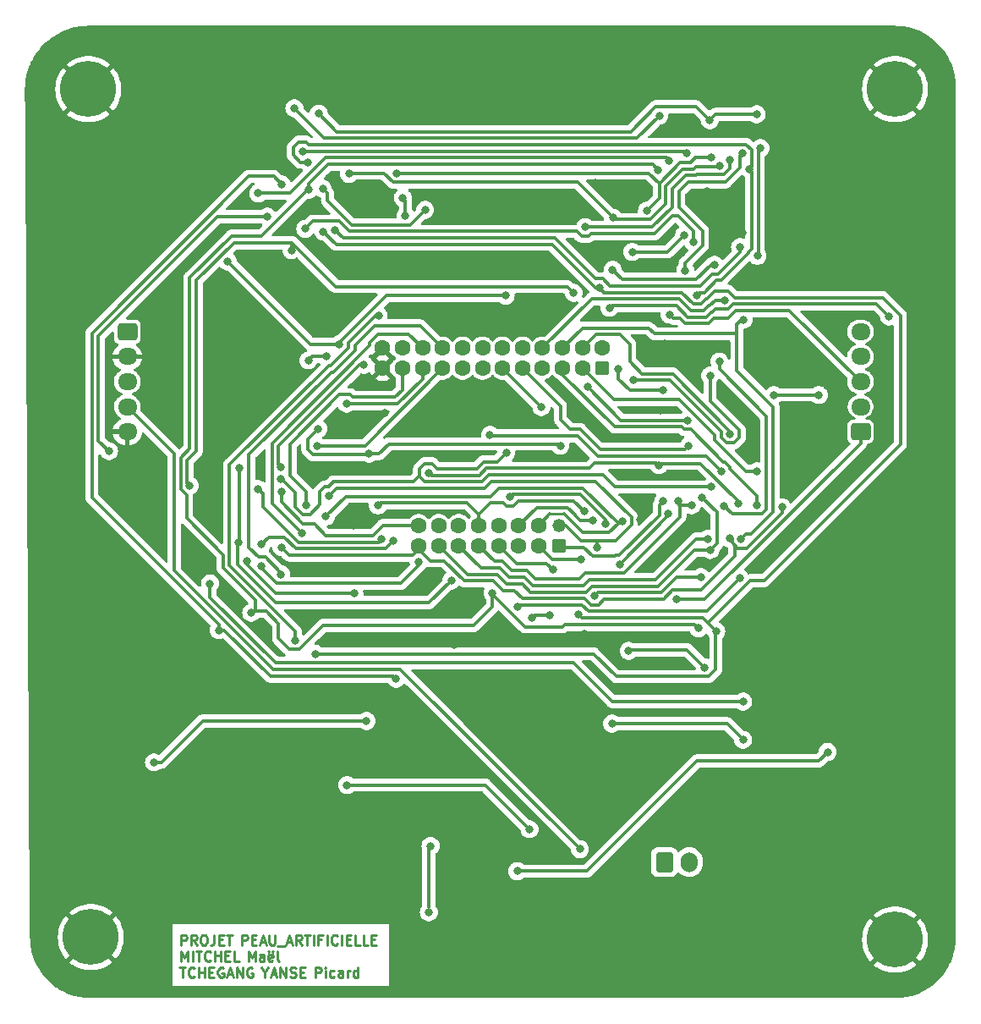
<source format=gbr>
%TF.GenerationSoftware,KiCad,Pcbnew,(7.0.0)*%
%TF.CreationDate,2024-03-19T12:14:35-03:00*%
%TF.ProjectId,pcb_peau_v1,7063625f-7065-4617-955f-76312e6b6963,rev?*%
%TF.SameCoordinates,Original*%
%TF.FileFunction,Copper,L2,Bot*%
%TF.FilePolarity,Positive*%
%FSLAX46Y46*%
G04 Gerber Fmt 4.6, Leading zero omitted, Abs format (unit mm)*
G04 Created by KiCad (PCBNEW (7.0.0)) date 2024-03-19 12:14:35*
%MOMM*%
%LPD*%
G01*
G04 APERTURE LIST*
G04 Aperture macros list*
%AMRoundRect*
0 Rectangle with rounded corners*
0 $1 Rounding radius*
0 $2 $3 $4 $5 $6 $7 $8 $9 X,Y pos of 4 corners*
0 Add a 4 corners polygon primitive as box body*
4,1,4,$2,$3,$4,$5,$6,$7,$8,$9,$2,$3,0*
0 Add four circle primitives for the rounded corners*
1,1,$1+$1,$2,$3*
1,1,$1+$1,$4,$5*
1,1,$1+$1,$6,$7*
1,1,$1+$1,$8,$9*
0 Add four rect primitives between the rounded corners*
20,1,$1+$1,$2,$3,$4,$5,0*
20,1,$1+$1,$4,$5,$6,$7,0*
20,1,$1+$1,$6,$7,$8,$9,0*
20,1,$1+$1,$8,$9,$2,$3,0*%
G04 Aperture macros list end*
%ADD10C,0.250000*%
%TA.AperFunction,NonConductor*%
%ADD11C,0.250000*%
%TD*%
%TA.AperFunction,ComponentPad*%
%ADD12C,5.600000*%
%TD*%
%TA.AperFunction,ComponentPad*%
%ADD13RoundRect,0.250000X-0.600000X-0.750000X0.600000X-0.750000X0.600000X0.750000X-0.600000X0.750000X0*%
%TD*%
%TA.AperFunction,ComponentPad*%
%ADD14O,1.700000X2.000000*%
%TD*%
%TA.AperFunction,ComponentPad*%
%ADD15RoundRect,0.250000X0.725000X-0.600000X0.725000X0.600000X-0.725000X0.600000X-0.725000X-0.600000X0*%
%TD*%
%TA.AperFunction,ComponentPad*%
%ADD16O,1.950000X1.700000*%
%TD*%
%TA.AperFunction,ComponentPad*%
%ADD17RoundRect,0.291667X0.408333X0.408333X-0.408333X0.408333X-0.408333X-0.408333X0.408333X-0.408333X0*%
%TD*%
%TA.AperFunction,ComponentPad*%
%ADD18C,1.320000*%
%TD*%
%TA.AperFunction,ComponentPad*%
%ADD19C,1.600000*%
%TD*%
%TA.AperFunction,ComponentPad*%
%ADD20RoundRect,0.250000X-0.725000X0.600000X-0.725000X-0.600000X0.725000X-0.600000X0.725000X0.600000X0*%
%TD*%
%TA.AperFunction,ViaPad*%
%ADD21C,0.800000*%
%TD*%
%TA.AperFunction,Conductor*%
%ADD22C,0.300000*%
%TD*%
%TA.AperFunction,Conductor*%
%ADD23C,0.260000*%
%TD*%
G04 APERTURE END LIST*
D10*
D11*
X176168095Y-124722380D02*
X176168095Y-123722380D01*
X176168095Y-123722380D02*
X176549047Y-123722380D01*
X176549047Y-123722380D02*
X176644285Y-123770000D01*
X176644285Y-123770000D02*
X176691904Y-123817619D01*
X176691904Y-123817619D02*
X176739523Y-123912857D01*
X176739523Y-123912857D02*
X176739523Y-124055714D01*
X176739523Y-124055714D02*
X176691904Y-124150952D01*
X176691904Y-124150952D02*
X176644285Y-124198571D01*
X176644285Y-124198571D02*
X176549047Y-124246190D01*
X176549047Y-124246190D02*
X176168095Y-124246190D01*
X177739523Y-124722380D02*
X177406190Y-124246190D01*
X177168095Y-124722380D02*
X177168095Y-123722380D01*
X177168095Y-123722380D02*
X177549047Y-123722380D01*
X177549047Y-123722380D02*
X177644285Y-123770000D01*
X177644285Y-123770000D02*
X177691904Y-123817619D01*
X177691904Y-123817619D02*
X177739523Y-123912857D01*
X177739523Y-123912857D02*
X177739523Y-124055714D01*
X177739523Y-124055714D02*
X177691904Y-124150952D01*
X177691904Y-124150952D02*
X177644285Y-124198571D01*
X177644285Y-124198571D02*
X177549047Y-124246190D01*
X177549047Y-124246190D02*
X177168095Y-124246190D01*
X178358571Y-123722380D02*
X178549047Y-123722380D01*
X178549047Y-123722380D02*
X178644285Y-123770000D01*
X178644285Y-123770000D02*
X178739523Y-123865238D01*
X178739523Y-123865238D02*
X178787142Y-124055714D01*
X178787142Y-124055714D02*
X178787142Y-124389047D01*
X178787142Y-124389047D02*
X178739523Y-124579523D01*
X178739523Y-124579523D02*
X178644285Y-124674761D01*
X178644285Y-124674761D02*
X178549047Y-124722380D01*
X178549047Y-124722380D02*
X178358571Y-124722380D01*
X178358571Y-124722380D02*
X178263333Y-124674761D01*
X178263333Y-124674761D02*
X178168095Y-124579523D01*
X178168095Y-124579523D02*
X178120476Y-124389047D01*
X178120476Y-124389047D02*
X178120476Y-124055714D01*
X178120476Y-124055714D02*
X178168095Y-123865238D01*
X178168095Y-123865238D02*
X178263333Y-123770000D01*
X178263333Y-123770000D02*
X178358571Y-123722380D01*
X179501428Y-123722380D02*
X179501428Y-124436666D01*
X179501428Y-124436666D02*
X179453809Y-124579523D01*
X179453809Y-124579523D02*
X179358571Y-124674761D01*
X179358571Y-124674761D02*
X179215714Y-124722380D01*
X179215714Y-124722380D02*
X179120476Y-124722380D01*
X179977619Y-124198571D02*
X180310952Y-124198571D01*
X180453809Y-124722380D02*
X179977619Y-124722380D01*
X179977619Y-124722380D02*
X179977619Y-123722380D01*
X179977619Y-123722380D02*
X180453809Y-123722380D01*
X180739524Y-123722380D02*
X181310952Y-123722380D01*
X181025238Y-124722380D02*
X181025238Y-123722380D01*
X182244286Y-124722380D02*
X182244286Y-123722380D01*
X182244286Y-123722380D02*
X182625238Y-123722380D01*
X182625238Y-123722380D02*
X182720476Y-123770000D01*
X182720476Y-123770000D02*
X182768095Y-123817619D01*
X182768095Y-123817619D02*
X182815714Y-123912857D01*
X182815714Y-123912857D02*
X182815714Y-124055714D01*
X182815714Y-124055714D02*
X182768095Y-124150952D01*
X182768095Y-124150952D02*
X182720476Y-124198571D01*
X182720476Y-124198571D02*
X182625238Y-124246190D01*
X182625238Y-124246190D02*
X182244286Y-124246190D01*
X183244286Y-124198571D02*
X183577619Y-124198571D01*
X183720476Y-124722380D02*
X183244286Y-124722380D01*
X183244286Y-124722380D02*
X183244286Y-123722380D01*
X183244286Y-123722380D02*
X183720476Y-123722380D01*
X184101429Y-124436666D02*
X184577619Y-124436666D01*
X184006191Y-124722380D02*
X184339524Y-123722380D01*
X184339524Y-123722380D02*
X184672857Y-124722380D01*
X185006191Y-123722380D02*
X185006191Y-124531904D01*
X185006191Y-124531904D02*
X185053810Y-124627142D01*
X185053810Y-124627142D02*
X185101429Y-124674761D01*
X185101429Y-124674761D02*
X185196667Y-124722380D01*
X185196667Y-124722380D02*
X185387143Y-124722380D01*
X185387143Y-124722380D02*
X185482381Y-124674761D01*
X185482381Y-124674761D02*
X185530000Y-124627142D01*
X185530000Y-124627142D02*
X185577619Y-124531904D01*
X185577619Y-124531904D02*
X185577619Y-123722380D01*
X185815715Y-124817619D02*
X186577619Y-124817619D01*
X186768096Y-124436666D02*
X187244286Y-124436666D01*
X186672858Y-124722380D02*
X187006191Y-123722380D01*
X187006191Y-123722380D02*
X187339524Y-124722380D01*
X188244286Y-124722380D02*
X187910953Y-124246190D01*
X187672858Y-124722380D02*
X187672858Y-123722380D01*
X187672858Y-123722380D02*
X188053810Y-123722380D01*
X188053810Y-123722380D02*
X188149048Y-123770000D01*
X188149048Y-123770000D02*
X188196667Y-123817619D01*
X188196667Y-123817619D02*
X188244286Y-123912857D01*
X188244286Y-123912857D02*
X188244286Y-124055714D01*
X188244286Y-124055714D02*
X188196667Y-124150952D01*
X188196667Y-124150952D02*
X188149048Y-124198571D01*
X188149048Y-124198571D02*
X188053810Y-124246190D01*
X188053810Y-124246190D02*
X187672858Y-124246190D01*
X188530001Y-123722380D02*
X189101429Y-123722380D01*
X188815715Y-124722380D02*
X188815715Y-123722380D01*
X189434763Y-124722380D02*
X189434763Y-123722380D01*
X190244286Y-124198571D02*
X189910953Y-124198571D01*
X189910953Y-124722380D02*
X189910953Y-123722380D01*
X189910953Y-123722380D02*
X190387143Y-123722380D01*
X190768096Y-124722380D02*
X190768096Y-123722380D01*
X191815714Y-124627142D02*
X191768095Y-124674761D01*
X191768095Y-124674761D02*
X191625238Y-124722380D01*
X191625238Y-124722380D02*
X191530000Y-124722380D01*
X191530000Y-124722380D02*
X191387143Y-124674761D01*
X191387143Y-124674761D02*
X191291905Y-124579523D01*
X191291905Y-124579523D02*
X191244286Y-124484285D01*
X191244286Y-124484285D02*
X191196667Y-124293809D01*
X191196667Y-124293809D02*
X191196667Y-124150952D01*
X191196667Y-124150952D02*
X191244286Y-123960476D01*
X191244286Y-123960476D02*
X191291905Y-123865238D01*
X191291905Y-123865238D02*
X191387143Y-123770000D01*
X191387143Y-123770000D02*
X191530000Y-123722380D01*
X191530000Y-123722380D02*
X191625238Y-123722380D01*
X191625238Y-123722380D02*
X191768095Y-123770000D01*
X191768095Y-123770000D02*
X191815714Y-123817619D01*
X192244286Y-124722380D02*
X192244286Y-123722380D01*
X192720476Y-124198571D02*
X193053809Y-124198571D01*
X193196666Y-124722380D02*
X192720476Y-124722380D01*
X192720476Y-124722380D02*
X192720476Y-123722380D01*
X192720476Y-123722380D02*
X193196666Y-123722380D01*
X194101428Y-124722380D02*
X193625238Y-124722380D01*
X193625238Y-124722380D02*
X193625238Y-123722380D01*
X194910952Y-124722380D02*
X194434762Y-124722380D01*
X194434762Y-124722380D02*
X194434762Y-123722380D01*
X195244286Y-124198571D02*
X195577619Y-124198571D01*
X195720476Y-124722380D02*
X195244286Y-124722380D01*
X195244286Y-124722380D02*
X195244286Y-123722380D01*
X195244286Y-123722380D02*
X195720476Y-123722380D01*
X176168095Y-126342380D02*
X176168095Y-125342380D01*
X176168095Y-125342380D02*
X176501428Y-126056666D01*
X176501428Y-126056666D02*
X176834761Y-125342380D01*
X176834761Y-125342380D02*
X176834761Y-126342380D01*
X177310952Y-126342380D02*
X177310952Y-125342380D01*
X177644285Y-125342380D02*
X178215713Y-125342380D01*
X177929999Y-126342380D02*
X177929999Y-125342380D01*
X179120475Y-126247142D02*
X179072856Y-126294761D01*
X179072856Y-126294761D02*
X178929999Y-126342380D01*
X178929999Y-126342380D02*
X178834761Y-126342380D01*
X178834761Y-126342380D02*
X178691904Y-126294761D01*
X178691904Y-126294761D02*
X178596666Y-126199523D01*
X178596666Y-126199523D02*
X178549047Y-126104285D01*
X178549047Y-126104285D02*
X178501428Y-125913809D01*
X178501428Y-125913809D02*
X178501428Y-125770952D01*
X178501428Y-125770952D02*
X178549047Y-125580476D01*
X178549047Y-125580476D02*
X178596666Y-125485238D01*
X178596666Y-125485238D02*
X178691904Y-125390000D01*
X178691904Y-125390000D02*
X178834761Y-125342380D01*
X178834761Y-125342380D02*
X178929999Y-125342380D01*
X178929999Y-125342380D02*
X179072856Y-125390000D01*
X179072856Y-125390000D02*
X179120475Y-125437619D01*
X179549047Y-126342380D02*
X179549047Y-125342380D01*
X179549047Y-125818571D02*
X180120475Y-125818571D01*
X180120475Y-126342380D02*
X180120475Y-125342380D01*
X180596666Y-125818571D02*
X180929999Y-125818571D01*
X181072856Y-126342380D02*
X180596666Y-126342380D01*
X180596666Y-126342380D02*
X180596666Y-125342380D01*
X180596666Y-125342380D02*
X181072856Y-125342380D01*
X181977618Y-126342380D02*
X181501428Y-126342380D01*
X181501428Y-126342380D02*
X181501428Y-125342380D01*
X182910952Y-126342380D02*
X182910952Y-125342380D01*
X182910952Y-125342380D02*
X183244285Y-126056666D01*
X183244285Y-126056666D02*
X183577618Y-125342380D01*
X183577618Y-125342380D02*
X183577618Y-126342380D01*
X184482380Y-126342380D02*
X184482380Y-125818571D01*
X184482380Y-125818571D02*
X184434761Y-125723333D01*
X184434761Y-125723333D02*
X184339523Y-125675714D01*
X184339523Y-125675714D02*
X184149047Y-125675714D01*
X184149047Y-125675714D02*
X184053809Y-125723333D01*
X184482380Y-126294761D02*
X184387142Y-126342380D01*
X184387142Y-126342380D02*
X184149047Y-126342380D01*
X184149047Y-126342380D02*
X184053809Y-126294761D01*
X184053809Y-126294761D02*
X184006190Y-126199523D01*
X184006190Y-126199523D02*
X184006190Y-126104285D01*
X184006190Y-126104285D02*
X184053809Y-126009047D01*
X184053809Y-126009047D02*
X184149047Y-125961428D01*
X184149047Y-125961428D02*
X184387142Y-125961428D01*
X184387142Y-125961428D02*
X184482380Y-125913809D01*
X185339523Y-126294761D02*
X185244285Y-126342380D01*
X185244285Y-126342380D02*
X185053809Y-126342380D01*
X185053809Y-126342380D02*
X184958571Y-126294761D01*
X184958571Y-126294761D02*
X184910952Y-126199523D01*
X184910952Y-126199523D02*
X184910952Y-125818571D01*
X184910952Y-125818571D02*
X184958571Y-125723333D01*
X184958571Y-125723333D02*
X185053809Y-125675714D01*
X185053809Y-125675714D02*
X185244285Y-125675714D01*
X185244285Y-125675714D02*
X185339523Y-125723333D01*
X185339523Y-125723333D02*
X185387142Y-125818571D01*
X185387142Y-125818571D02*
X185387142Y-125913809D01*
X185387142Y-125913809D02*
X184910952Y-126009047D01*
X184958571Y-125342380D02*
X185006190Y-125390000D01*
X185006190Y-125390000D02*
X184958571Y-125437619D01*
X184958571Y-125437619D02*
X184910952Y-125390000D01*
X184910952Y-125390000D02*
X184958571Y-125342380D01*
X184958571Y-125342380D02*
X184958571Y-125437619D01*
X185339523Y-125342380D02*
X185387142Y-125390000D01*
X185387142Y-125390000D02*
X185339523Y-125437619D01*
X185339523Y-125437619D02*
X185291904Y-125390000D01*
X185291904Y-125390000D02*
X185339523Y-125342380D01*
X185339523Y-125342380D02*
X185339523Y-125437619D01*
X185958571Y-126342380D02*
X185863333Y-126294761D01*
X185863333Y-126294761D02*
X185815714Y-126199523D01*
X185815714Y-126199523D02*
X185815714Y-125342380D01*
X176025238Y-126962380D02*
X176596666Y-126962380D01*
X176310952Y-127962380D02*
X176310952Y-126962380D01*
X177501428Y-127867142D02*
X177453809Y-127914761D01*
X177453809Y-127914761D02*
X177310952Y-127962380D01*
X177310952Y-127962380D02*
X177215714Y-127962380D01*
X177215714Y-127962380D02*
X177072857Y-127914761D01*
X177072857Y-127914761D02*
X176977619Y-127819523D01*
X176977619Y-127819523D02*
X176930000Y-127724285D01*
X176930000Y-127724285D02*
X176882381Y-127533809D01*
X176882381Y-127533809D02*
X176882381Y-127390952D01*
X176882381Y-127390952D02*
X176930000Y-127200476D01*
X176930000Y-127200476D02*
X176977619Y-127105238D01*
X176977619Y-127105238D02*
X177072857Y-127010000D01*
X177072857Y-127010000D02*
X177215714Y-126962380D01*
X177215714Y-126962380D02*
X177310952Y-126962380D01*
X177310952Y-126962380D02*
X177453809Y-127010000D01*
X177453809Y-127010000D02*
X177501428Y-127057619D01*
X177930000Y-127962380D02*
X177930000Y-126962380D01*
X177930000Y-127438571D02*
X178501428Y-127438571D01*
X178501428Y-127962380D02*
X178501428Y-126962380D01*
X178977619Y-127438571D02*
X179310952Y-127438571D01*
X179453809Y-127962380D02*
X178977619Y-127962380D01*
X178977619Y-127962380D02*
X178977619Y-126962380D01*
X178977619Y-126962380D02*
X179453809Y-126962380D01*
X180406190Y-127010000D02*
X180310952Y-126962380D01*
X180310952Y-126962380D02*
X180168095Y-126962380D01*
X180168095Y-126962380D02*
X180025238Y-127010000D01*
X180025238Y-127010000D02*
X179930000Y-127105238D01*
X179930000Y-127105238D02*
X179882381Y-127200476D01*
X179882381Y-127200476D02*
X179834762Y-127390952D01*
X179834762Y-127390952D02*
X179834762Y-127533809D01*
X179834762Y-127533809D02*
X179882381Y-127724285D01*
X179882381Y-127724285D02*
X179930000Y-127819523D01*
X179930000Y-127819523D02*
X180025238Y-127914761D01*
X180025238Y-127914761D02*
X180168095Y-127962380D01*
X180168095Y-127962380D02*
X180263333Y-127962380D01*
X180263333Y-127962380D02*
X180406190Y-127914761D01*
X180406190Y-127914761D02*
X180453809Y-127867142D01*
X180453809Y-127867142D02*
X180453809Y-127533809D01*
X180453809Y-127533809D02*
X180263333Y-127533809D01*
X180834762Y-127676666D02*
X181310952Y-127676666D01*
X180739524Y-127962380D02*
X181072857Y-126962380D01*
X181072857Y-126962380D02*
X181406190Y-127962380D01*
X181739524Y-127962380D02*
X181739524Y-126962380D01*
X181739524Y-126962380D02*
X182310952Y-127962380D01*
X182310952Y-127962380D02*
X182310952Y-126962380D01*
X183310952Y-127010000D02*
X183215714Y-126962380D01*
X183215714Y-126962380D02*
X183072857Y-126962380D01*
X183072857Y-126962380D02*
X182930000Y-127010000D01*
X182930000Y-127010000D02*
X182834762Y-127105238D01*
X182834762Y-127105238D02*
X182787143Y-127200476D01*
X182787143Y-127200476D02*
X182739524Y-127390952D01*
X182739524Y-127390952D02*
X182739524Y-127533809D01*
X182739524Y-127533809D02*
X182787143Y-127724285D01*
X182787143Y-127724285D02*
X182834762Y-127819523D01*
X182834762Y-127819523D02*
X182930000Y-127914761D01*
X182930000Y-127914761D02*
X183072857Y-127962380D01*
X183072857Y-127962380D02*
X183168095Y-127962380D01*
X183168095Y-127962380D02*
X183310952Y-127914761D01*
X183310952Y-127914761D02*
X183358571Y-127867142D01*
X183358571Y-127867142D02*
X183358571Y-127533809D01*
X183358571Y-127533809D02*
X183168095Y-127533809D01*
X184577619Y-127486190D02*
X184577619Y-127962380D01*
X184244286Y-126962380D02*
X184577619Y-127486190D01*
X184577619Y-127486190D02*
X184910952Y-126962380D01*
X185196667Y-127676666D02*
X185672857Y-127676666D01*
X185101429Y-127962380D02*
X185434762Y-126962380D01*
X185434762Y-126962380D02*
X185768095Y-127962380D01*
X186101429Y-127962380D02*
X186101429Y-126962380D01*
X186101429Y-126962380D02*
X186672857Y-127962380D01*
X186672857Y-127962380D02*
X186672857Y-126962380D01*
X187101429Y-127914761D02*
X187244286Y-127962380D01*
X187244286Y-127962380D02*
X187482381Y-127962380D01*
X187482381Y-127962380D02*
X187577619Y-127914761D01*
X187577619Y-127914761D02*
X187625238Y-127867142D01*
X187625238Y-127867142D02*
X187672857Y-127771904D01*
X187672857Y-127771904D02*
X187672857Y-127676666D01*
X187672857Y-127676666D02*
X187625238Y-127581428D01*
X187625238Y-127581428D02*
X187577619Y-127533809D01*
X187577619Y-127533809D02*
X187482381Y-127486190D01*
X187482381Y-127486190D02*
X187291905Y-127438571D01*
X187291905Y-127438571D02*
X187196667Y-127390952D01*
X187196667Y-127390952D02*
X187149048Y-127343333D01*
X187149048Y-127343333D02*
X187101429Y-127248095D01*
X187101429Y-127248095D02*
X187101429Y-127152857D01*
X187101429Y-127152857D02*
X187149048Y-127057619D01*
X187149048Y-127057619D02*
X187196667Y-127010000D01*
X187196667Y-127010000D02*
X187291905Y-126962380D01*
X187291905Y-126962380D02*
X187530000Y-126962380D01*
X187530000Y-126962380D02*
X187672857Y-127010000D01*
X188101429Y-127438571D02*
X188434762Y-127438571D01*
X188577619Y-127962380D02*
X188101429Y-127962380D01*
X188101429Y-127962380D02*
X188101429Y-126962380D01*
X188101429Y-126962380D02*
X188577619Y-126962380D01*
X189606191Y-127962380D02*
X189606191Y-126962380D01*
X189606191Y-126962380D02*
X189987143Y-126962380D01*
X189987143Y-126962380D02*
X190082381Y-127010000D01*
X190082381Y-127010000D02*
X190130000Y-127057619D01*
X190130000Y-127057619D02*
X190177619Y-127152857D01*
X190177619Y-127152857D02*
X190177619Y-127295714D01*
X190177619Y-127295714D02*
X190130000Y-127390952D01*
X190130000Y-127390952D02*
X190082381Y-127438571D01*
X190082381Y-127438571D02*
X189987143Y-127486190D01*
X189987143Y-127486190D02*
X189606191Y-127486190D01*
X190606191Y-127962380D02*
X190606191Y-127295714D01*
X190606191Y-126962380D02*
X190558572Y-127010000D01*
X190558572Y-127010000D02*
X190606191Y-127057619D01*
X190606191Y-127057619D02*
X190653810Y-127010000D01*
X190653810Y-127010000D02*
X190606191Y-126962380D01*
X190606191Y-126962380D02*
X190606191Y-127057619D01*
X191510952Y-127914761D02*
X191415714Y-127962380D01*
X191415714Y-127962380D02*
X191225238Y-127962380D01*
X191225238Y-127962380D02*
X191130000Y-127914761D01*
X191130000Y-127914761D02*
X191082381Y-127867142D01*
X191082381Y-127867142D02*
X191034762Y-127771904D01*
X191034762Y-127771904D02*
X191034762Y-127486190D01*
X191034762Y-127486190D02*
X191082381Y-127390952D01*
X191082381Y-127390952D02*
X191130000Y-127343333D01*
X191130000Y-127343333D02*
X191225238Y-127295714D01*
X191225238Y-127295714D02*
X191415714Y-127295714D01*
X191415714Y-127295714D02*
X191510952Y-127343333D01*
X192368095Y-127962380D02*
X192368095Y-127438571D01*
X192368095Y-127438571D02*
X192320476Y-127343333D01*
X192320476Y-127343333D02*
X192225238Y-127295714D01*
X192225238Y-127295714D02*
X192034762Y-127295714D01*
X192034762Y-127295714D02*
X191939524Y-127343333D01*
X192368095Y-127914761D02*
X192272857Y-127962380D01*
X192272857Y-127962380D02*
X192034762Y-127962380D01*
X192034762Y-127962380D02*
X191939524Y-127914761D01*
X191939524Y-127914761D02*
X191891905Y-127819523D01*
X191891905Y-127819523D02*
X191891905Y-127724285D01*
X191891905Y-127724285D02*
X191939524Y-127629047D01*
X191939524Y-127629047D02*
X192034762Y-127581428D01*
X192034762Y-127581428D02*
X192272857Y-127581428D01*
X192272857Y-127581428D02*
X192368095Y-127533809D01*
X192844286Y-127962380D02*
X192844286Y-127295714D01*
X192844286Y-127486190D02*
X192891905Y-127390952D01*
X192891905Y-127390952D02*
X192939524Y-127343333D01*
X192939524Y-127343333D02*
X193034762Y-127295714D01*
X193034762Y-127295714D02*
X193130000Y-127295714D01*
X193891905Y-127962380D02*
X193891905Y-126962380D01*
X193891905Y-127914761D02*
X193796667Y-127962380D01*
X193796667Y-127962380D02*
X193606191Y-127962380D01*
X193606191Y-127962380D02*
X193510953Y-127914761D01*
X193510953Y-127914761D02*
X193463334Y-127867142D01*
X193463334Y-127867142D02*
X193415715Y-127771904D01*
X193415715Y-127771904D02*
X193415715Y-127486190D01*
X193415715Y-127486190D02*
X193463334Y-127390952D01*
X193463334Y-127390952D02*
X193510953Y-127343333D01*
X193510953Y-127343333D02*
X193606191Y-127295714D01*
X193606191Y-127295714D02*
X193796667Y-127295714D01*
X193796667Y-127295714D02*
X193891905Y-127343333D01*
D12*
%TO.P,H1,1,1*%
%TO.N,0*%
X166878000Y-39116000D03*
%TD*%
D13*
%TO.P,J3,1,Pin_1*%
%TO.N,AOP0IN+*%
X224556000Y-116435500D03*
D14*
%TO.P,J3,2,Pin_2*%
%TO.N,GND*%
X227055999Y-116435499D03*
%TD*%
D12*
%TO.P,H3,1,1*%
%TO.N,0*%
X247650000Y-124206000D03*
%TD*%
%TO.P,H4,1,1*%
%TO.N,0*%
X167132000Y-123952000D03*
%TD*%
%TO.P,H2,1,1*%
%TO.N,0*%
X247650000Y-39116000D03*
%TD*%
D15*
%TO.P,J2,1,Pin_1*%
%TO.N,1-ENTREE*%
X244190000Y-73374000D03*
D16*
%TO.P,J2,2,Pin_2*%
%TO.N,AOP0IN+*%
X244189999Y-70873999D03*
%TO.P,J2,3,Pin_3*%
%TO.N,2-ENTREE*%
X244189999Y-68373999D03*
%TO.P,J2,4,Pin_4*%
%TO.N,unconnected-(J2-Pin_4-Pad4)*%
X244189999Y-65873999D03*
%TO.P,J2,5,Pin_5*%
%TO.N,unconnected-(J2-Pin_5-Pad5)*%
X244189999Y-63373999D03*
%TD*%
D17*
%TO.P,J4,1,Pin_1*%
%TO.N,Net-(J4-Pin_1)*%
X213964000Y-84772000D03*
D18*
%TO.P,J4,2,Pin_2*%
%TO.N,Net-(J4-Pin_2)*%
X213964000Y-82772000D03*
D19*
%TO.P,J4,3,Pin_3*%
%TO.N,Net-(J4-Pin_3)*%
X211964000Y-84772000D03*
%TO.P,J4,4,Pin_4*%
%TO.N,Net-(J4-Pin_4)*%
X211964000Y-82772000D03*
%TO.P,J4,5,Pin_5*%
%TO.N,Net-(J4-Pin_5)*%
X209964000Y-84772000D03*
%TO.P,J4,6,Pin_6*%
%TO.N,Net-(J4-Pin_6)*%
X209964000Y-82772000D03*
%TO.P,J4,7,Pin_7*%
%TO.N,Net-(J4-Pin_7)*%
X207964000Y-84772000D03*
%TO.P,J4,8,Pin_8*%
%TO.N,Net-(J4-Pin_8)*%
X207964000Y-82772000D03*
%TO.P,J4,9,Pin_9*%
%TO.N,Net-(J4-Pin_9)*%
X205964000Y-84772000D03*
%TO.P,J4,10,Pin_10*%
%TO.N,Net-(J4-Pin_10)*%
X205964000Y-82772000D03*
%TO.P,J4,11,Pin_11*%
%TO.N,Net-(J4-Pin_11)*%
X203964000Y-84772000D03*
%TO.P,J4,12,Pin_12*%
%TO.N,Net-(J4-Pin_12)*%
X203964000Y-82772000D03*
%TO.P,J4,13,Pin_13*%
%TO.N,Net-(J4-Pin_13)*%
X201964000Y-84772000D03*
%TO.P,J4,14,Pin_14*%
%TO.N,Net-(J4-Pin_14)*%
X201964000Y-82772000D03*
%TO.P,J4,15,Pin_15*%
%TO.N,Net-(J4-Pin_15)*%
X199964000Y-84772000D03*
%TO.P,J4,16,Pin_16*%
%TO.N,Net-(J4-Pin_16)*%
X199964000Y-82772000D03*
%TD*%
D20*
%TO.P,J1,1,Pin_1*%
%TO.N,+5V*%
X170784000Y-63374000D03*
D16*
%TO.P,J1,2,Pin_2*%
%TO.N,0*%
X170783999Y-65873999D03*
%TO.P,J1,3,Pin_3*%
%TO.N,+5V*%
X170783999Y-68373999D03*
%TO.P,J1,4,Pin_4*%
%TO.N,+12V*%
X170783999Y-70873999D03*
%TO.P,J1,5,Pin_5*%
%TO.N,0*%
X170783999Y-73373999D03*
%TD*%
D19*
%TO.P,J5,24,Pin_24*%
%TO.N,0*%
X196344000Y-65024000D03*
%TO.P,J5,23,Pin_23*%
X196344000Y-67024000D03*
%TO.P,J5,22,Pin_22*%
%TO.N,TRIOAOP1*%
X198344000Y-65024000D03*
%TO.P,J5,21,Pin_21*%
%TO.N,D2*%
X198344000Y-67024000D03*
%TO.P,J5,20,Pin_20*%
%TO.N,C2*%
X200344000Y-65024000D03*
%TO.P,J5,19,Pin_19*%
%TO.N,B2*%
X200344000Y-67024000D03*
%TO.P,J5,18,Pin_18*%
%TO.N,A2*%
X202344000Y-65024000D03*
%TO.P,J5,17,Pin_17*%
%TO.N,NE2*%
X202344000Y-67024000D03*
%TO.P,J5,16,Pin_16*%
%TO.N,D4*%
X204344000Y-65024000D03*
%TO.P,J5,15,Pin_15*%
%TO.N,C4*%
X204344000Y-67024000D03*
%TO.P,J5,14,Pin_14*%
%TO.N,B4*%
X206344000Y-65024000D03*
%TO.P,J5,13,Pin_13*%
%TO.N,A4*%
X206344000Y-67024000D03*
%TO.P,J5,12,Pin_12*%
%TO.N,unconnected-(J5-Pin_12-Pad12)*%
X208344000Y-65024000D03*
%TO.P,J5,11,Pin_11*%
%TO.N,D3*%
X208344000Y-67024000D03*
%TO.P,J5,10,Pin_10*%
%TO.N,C3*%
X210344000Y-65024000D03*
%TO.P,J5,9,Pin_9*%
%TO.N,B3*%
X210344000Y-67024000D03*
%TO.P,J5,8,Pin_8*%
%TO.N,A3*%
X212344000Y-65024000D03*
%TO.P,J5,7,Pin_7*%
%TO.N,unconnected-(J5-Pin_7-Pad7)*%
X212344000Y-67024000D03*
%TO.P,J5,6,Pin_6*%
%TO.N,NE1*%
X214344000Y-65024000D03*
%TO.P,J5,5,Pin_5*%
%TO.N,D1*%
X214344000Y-67024000D03*
%TO.P,J5,4,Pin_4*%
%TO.N,C1*%
X216344000Y-65024000D03*
%TO.P,J5,3,Pin_3*%
%TO.N,B1*%
X216344000Y-67024000D03*
%TO.P,J5,2,Pin_2*%
%TO.N,A1*%
X218344000Y-65024000D03*
D17*
%TO.P,J5,1,Pin_1*%
%TO.N,unconnected-(J5-Pin_1-Pad1)*%
X218344000Y-67024000D03*
%TD*%
D21*
%TO.N,0*%
X210600000Y-107375000D03*
X228790000Y-49330000D03*
X233700000Y-57990000D03*
X226250000Y-55520000D03*
X232350000Y-53440000D03*
X229510000Y-86440000D03*
X231040000Y-69710000D03*
X236120000Y-50540000D03*
X216520000Y-93570000D03*
X228330000Y-94770000D03*
X224190000Y-71260000D03*
X181830000Y-50750000D03*
X224150000Y-73990000D03*
X227180000Y-77800000D03*
X221990000Y-77800000D03*
X222360000Y-80070000D03*
X222170000Y-82180000D03*
X184060000Y-77450000D03*
X189160000Y-77860000D03*
X178250000Y-80870000D03*
%TO.N,NE1*%
X234179420Y-45003753D03*
X233868478Y-55785755D03*
%TO.N,0*%
X224820000Y-84900000D03*
X233470000Y-86790000D03*
X237830000Y-83140000D03*
X207880000Y-92200000D03*
X220000000Y-109660000D03*
X201610000Y-97870000D03*
X204670000Y-89700000D03*
X177460000Y-86480000D03*
X192920000Y-111910000D03*
X215700000Y-111380000D03*
%TO.N,Net-(U2A-+)*%
X201140000Y-114830000D03*
X200970000Y-121455500D03*
%TO.N,0*%
X218070000Y-73340000D03*
X215880000Y-75720000D03*
X211120000Y-75900000D03*
X198240000Y-76180000D03*
X201690000Y-72260000D03*
X196560000Y-71520000D03*
X194030000Y-72170000D03*
X193470000Y-82760000D03*
X230090000Y-64720000D03*
X233510000Y-73120000D03*
X228220000Y-66530000D03*
X224580000Y-64600000D03*
X223380000Y-62140000D03*
X217280000Y-61890000D03*
X218680000Y-56010000D03*
X200152000Y-88900000D03*
X195834000Y-87122000D03*
X192024000Y-87122000D03*
X196596000Y-51054000D03*
X191008000Y-48006000D03*
X187198000Y-47244000D03*
X186182000Y-57404000D03*
X184912000Y-65786000D03*
X179070000Y-64770000D03*
X174244000Y-63246000D03*
X212852000Y-60960000D03*
X200660000Y-60960000D03*
X198882000Y-56896000D03*
X209296000Y-56896000D03*
X220472000Y-49784000D03*
X217678000Y-48514000D03*
X208534000Y-50546000D03*
X212344000Y-41910000D03*
X235712000Y-65024000D03*
X239268000Y-76200000D03*
X239268000Y-76200000D03*
X203200000Y-99568000D03*
X203520000Y-94702000D03*
X211582000Y-94488000D03*
X211328000Y-98044000D03*
X208788000Y-101092000D03*
X188468000Y-108204000D03*
X228346000Y-109474000D03*
X239014000Y-94234000D03*
%TO.N,AOP2*%
X232439300Y-100386800D03*
X179060700Y-88571700D03*
%TO.N,AOP1*%
X168955900Y-75329600D03*
X184817200Y-51864000D03*
%TO.N,-5V*%
X173460000Y-106460000D03*
X194733300Y-102317200D03*
X232439300Y-104207500D03*
X219314800Y-102584900D03*
%TO.N,Net-(U9A-+)*%
X209825200Y-117348000D03*
X240903700Y-105423700D03*
%TO.N,Net-(U8A--)*%
X192786000Y-108735700D03*
X211054000Y-113152700D03*
%TO.N,TRIOAOP1*%
X195951043Y-61801043D03*
X187598957Y-94268957D03*
%TO.N,D2*%
X188723400Y-80722400D03*
%TO.N,C2*%
X188274500Y-83524100D03*
%TO.N,B2*%
X192752500Y-70580000D03*
%TO.N,A2*%
X186166700Y-87645800D03*
%TO.N,NE2*%
X198362100Y-49980600D03*
X186177900Y-76890000D03*
X194480100Y-66684900D03*
X198633600Y-51784500D03*
X189760700Y-74784000D03*
%TO.N,B4*%
X200604343Y-51177857D03*
X190352097Y-49058989D03*
%TO.N,D3*%
X212235000Y-70915000D03*
X216874600Y-68924400D03*
X226877200Y-72248400D03*
X226636400Y-57246800D03*
X232367700Y-45552700D03*
%TO.N,C3*%
X216622800Y-52913600D03*
X231113000Y-46198000D03*
%TO.N,B3*%
X226999600Y-74801400D03*
%TO.N,A3*%
X230583100Y-60224600D03*
%TO.N,NE1*%
X232249000Y-84116500D03*
X232471046Y-62159500D03*
%TO.N,D1*%
X233840300Y-80699800D03*
%TO.N,C1*%
X231145400Y-73585300D03*
%TO.N,B1*%
X233849700Y-77359300D03*
%TO.N,A1*%
X219060000Y-60995800D03*
X247040666Y-61862752D03*
%TO.N,Net-(J4-Pin_16)*%
X186197200Y-79397100D03*
X231913900Y-80593800D03*
X222814200Y-51250300D03*
X224002500Y-76722500D03*
X200943700Y-77485500D03*
X229241000Y-45967800D03*
X197771800Y-47524800D03*
%TO.N,Net-(J4-Pin_15)*%
X231100312Y-84073232D03*
X186227282Y-84946268D03*
X229094800Y-42215200D03*
X236320400Y-80935900D03*
X233799700Y-41629800D03*
X189953700Y-41553500D03*
%TO.N,Net-(J4-Pin_14)*%
X197411300Y-84308200D03*
X184235700Y-84670000D03*
X230235743Y-77335257D03*
X207100000Y-73702800D03*
X230545000Y-80824800D03*
X230060700Y-66359700D03*
X227827500Y-59709100D03*
X233057900Y-47107400D03*
X188887200Y-46423300D03*
%TO.N,Net-(J4-Pin_13)*%
X199957804Y-86435600D03*
X184213300Y-86833800D03*
X229157274Y-85235627D03*
X228321700Y-79937100D03*
X226812315Y-45552200D03*
X188316900Y-45311000D03*
%TO.N,Net-(J4-Pin_12)*%
X208717500Y-75504200D03*
X229245000Y-78911700D03*
X235520300Y-69708800D03*
X240021800Y-69708800D03*
X186180300Y-78148800D03*
%TO.N,Net-(J4-Pin_11)*%
X228870000Y-84122600D03*
X196235300Y-84164100D03*
X183869500Y-79113314D03*
X225040914Y-46277000D03*
X183896000Y-49530000D03*
%TO.N,Net-(J4-Pin_10)*%
X216507900Y-81352600D03*
X195882600Y-80757200D03*
X192030600Y-64625800D03*
X180856700Y-56359200D03*
X208666000Y-59778400D03*
%TO.N,Net-(J4-Pin_9)*%
X227295000Y-80729600D03*
X225970200Y-80302200D03*
X203218957Y-88261043D03*
X181948600Y-84440800D03*
X182001000Y-77006800D03*
%TO.N,Net-(J4-Pin_8)*%
X209100000Y-79914800D03*
X218639300Y-82562100D03*
X226538400Y-53693600D03*
X221337100Y-55396100D03*
X215466800Y-59493500D03*
X187220000Y-55210000D03*
X177041200Y-78775000D03*
%TO.N,Net-(J4-Pin_7)*%
X186223641Y-48630500D03*
X213377900Y-87212500D03*
X213106100Y-91765000D03*
X211302200Y-91989300D03*
X197696200Y-98082500D03*
X217577900Y-89807600D03*
X228202300Y-87941600D03*
X179960000Y-93240000D03*
%TO.N,Net-(J4-Pin_6)*%
X217364800Y-82272600D03*
X214133400Y-74768200D03*
X194983100Y-75590114D03*
X193514300Y-89549200D03*
X182774800Y-86317300D03*
X189901800Y-73082100D03*
X188611700Y-53082900D03*
X227442600Y-54418700D03*
%TO.N,Net-(J4-Pin_5)*%
X207354007Y-89505993D03*
X227973600Y-93049400D03*
X183188600Y-91504000D03*
X223942843Y-47187157D03*
X188971300Y-49167700D03*
%TO.N,Net-(J4-Pin_4)*%
X220346800Y-82347400D03*
X221451000Y-68231700D03*
X229126400Y-67780000D03*
X190677400Y-81864400D03*
X188912900Y-66244400D03*
X190716800Y-65872700D03*
%TO.N,Net-(J4-Pin_3)*%
X216190200Y-86159600D03*
X215971638Y-91668062D03*
X229741000Y-93344200D03*
X190415600Y-53358400D03*
X218027200Y-58978100D03*
X219365800Y-57176600D03*
X229577300Y-56679000D03*
X189621800Y-95601500D03*
%TO.N,Net-(J4-Pin_2)*%
X217839600Y-84928500D03*
X220980000Y-95310000D03*
X228586000Y-96964700D03*
X191590800Y-53208000D03*
X232132600Y-54909148D03*
X190953500Y-79790613D03*
%TO.N,Net-(J4-Pin_1)*%
X209868659Y-90875355D03*
X232110600Y-88031500D03*
X219410900Y-51990600D03*
X230116307Y-46770676D03*
X224435500Y-80308300D03*
X224443500Y-69259300D03*
X219941700Y-67137200D03*
X192981157Y-47583643D03*
%TO.N,2-ENTREE*%
X225070700Y-61645800D03*
%TO.N,1-ENTREE*%
X225755600Y-90136200D03*
%TO.N,+12V*%
X216095600Y-115148700D03*
%TO.N,+5V*%
X220059200Y-86624000D03*
X224940900Y-81610100D03*
X187514400Y-41030400D03*
X224055800Y-41767000D03*
%TD*%
D22*
%TO.N,Net-(J4-Pin_4)*%
X216377000Y-83464000D02*
X219021400Y-83464000D01*
X214535900Y-81622900D02*
X216377000Y-83464000D01*
X219021400Y-83464000D02*
X219919100Y-82566300D01*
X219919100Y-82566300D02*
X219919100Y-82530700D01*
D23*
X213113100Y-81622900D02*
X214535900Y-81622900D01*
D22*
%TO.N,Net-(J4-Pin_10)*%
X215472500Y-80317200D02*
X216507900Y-81352600D01*
X209970393Y-80317200D02*
X215472500Y-80317200D01*
X209472793Y-80814800D02*
X209970393Y-80317200D01*
X208396204Y-80483796D02*
X208727207Y-80814800D01*
X207404939Y-80500000D02*
X208380000Y-80500000D01*
X207397239Y-80507700D02*
X207404939Y-80500000D01*
X208380000Y-80500000D02*
X208396204Y-80483796D01*
X208727207Y-80814800D02*
X209472793Y-80814800D01*
X207122900Y-80507700D02*
X207397239Y-80507700D01*
X205964000Y-81666600D02*
X207122900Y-80507700D01*
%TO.N,Net-(J4-Pin_6)*%
X215607900Y-81707900D02*
X215607900Y-81725393D01*
X215607900Y-81725393D02*
X216155107Y-82272600D01*
X211765000Y-80971000D02*
X214871000Y-80971000D01*
X214871000Y-80971000D02*
X215607900Y-81707900D01*
X209964000Y-82772000D02*
X211765000Y-80971000D01*
X216155107Y-82272600D02*
X217364800Y-82272600D01*
%TO.N,C2*%
X185278400Y-80528000D02*
X188274500Y-83524100D01*
X185278400Y-74524100D02*
X185278400Y-80528000D01*
X195044000Y-64758500D02*
X185278400Y-74524100D01*
X195904522Y-63625000D02*
X195044000Y-64485522D01*
X198945000Y-63625000D02*
X195904522Y-63625000D01*
X195044000Y-64485522D02*
X195044000Y-64758500D01*
X200344000Y-65024000D02*
X198945000Y-63625000D01*
%TO.N,A2*%
X200120000Y-62800000D02*
X202344000Y-65024000D01*
X195518476Y-62800000D02*
X200120000Y-62800000D01*
X193580600Y-64737876D02*
X195518476Y-62800000D01*
X193580600Y-65267831D02*
X193580600Y-64737876D01*
X191222838Y-67424600D02*
X191423831Y-67424600D01*
X191423831Y-67424600D02*
X193580600Y-65267831D01*
X182970000Y-84981000D02*
X182970000Y-75677438D01*
X182970000Y-75677438D02*
X191222838Y-67424600D01*
X186166700Y-87511700D02*
X184586900Y-85931900D01*
X184586900Y-85931900D02*
X183920900Y-85931900D01*
X183920900Y-85931900D02*
X182970000Y-84981000D01*
X186166700Y-87645800D02*
X186166700Y-87511700D01*
%TO.N,TRIOAOP1*%
X187598957Y-93339057D02*
X187598957Y-94268957D01*
X181018700Y-76709500D02*
X181018700Y-86758800D01*
X190953600Y-66774600D02*
X181018700Y-76709500D01*
X181018700Y-86758800D02*
X187598957Y-93339057D01*
X192930600Y-64998593D02*
X191154593Y-66774600D01*
X195598195Y-61801043D02*
X192930600Y-64468638D01*
X192930600Y-64468638D02*
X192930600Y-64998593D01*
X195951043Y-61801043D02*
X195598195Y-61801043D01*
X191154593Y-66774600D02*
X190953600Y-66774600D01*
%TO.N,Net-(J4-Pin_15)*%
X200340800Y-85525400D02*
X199964000Y-85148600D01*
X200340800Y-85545803D02*
X200340800Y-85525400D01*
X201094997Y-86300000D02*
X200340800Y-85545803D01*
X202530000Y-86300000D02*
X201094997Y-86300000D01*
X204529200Y-88299200D02*
X202530000Y-86300000D01*
X207419300Y-88299200D02*
X204529200Y-88299200D01*
X208398000Y-89277900D02*
X207419300Y-88299200D01*
X209553400Y-89277900D02*
X208398000Y-89277900D01*
X210345700Y-90070200D02*
X209553400Y-89277900D01*
X216565100Y-90070200D02*
X210345700Y-90070200D01*
X217204400Y-90709500D02*
X216565100Y-90070200D01*
X217951500Y-90709500D02*
X217204400Y-90709500D01*
X218527300Y-90133700D02*
X217951500Y-90709500D01*
X224479800Y-90133600D02*
X218527300Y-90133600D01*
X218527300Y-90133600D02*
X218527300Y-90133700D01*
X225380600Y-89232800D02*
X224479800Y-90133600D01*
X231100312Y-84240605D02*
X231600000Y-84740293D01*
X228188200Y-89232800D02*
X225380600Y-89232800D01*
X231600000Y-84740293D02*
X231600000Y-85821000D01*
X231600000Y-85821000D02*
X228188200Y-89232800D01*
X231100312Y-84073232D02*
X231100312Y-84240605D01*
%TO.N,C1*%
X225392938Y-67581700D02*
X231145400Y-73334162D01*
X222311700Y-67581700D02*
X225392938Y-67581700D01*
X221080000Y-66350000D02*
X222311700Y-67581700D01*
X221080000Y-64660000D02*
X221080000Y-66350000D01*
X220070000Y-63650000D02*
X221080000Y-64660000D01*
X217718000Y-63650000D02*
X220070000Y-63650000D01*
X216344000Y-65024000D02*
X217718000Y-63650000D01*
X231145400Y-73334162D02*
X231145400Y-73585300D01*
%TO.N,NE1*%
X223557307Y-63590100D02*
X231809200Y-63590100D01*
X222967207Y-63000000D02*
X223557307Y-63590100D01*
X216368000Y-63000000D02*
X222967207Y-63000000D01*
X214344000Y-65024000D02*
X216368000Y-63000000D01*
%TO.N,Net-(J4-Pin_5)*%
X188971300Y-48533938D02*
X188971300Y-49167700D01*
X190882438Y-46622800D02*
X188971300Y-48533938D01*
X223378486Y-46622800D02*
X190882438Y-46622800D01*
X223942843Y-47187157D02*
X223378486Y-46622800D01*
%TO.N,Net-(J4-Pin_11)*%
X190615100Y-45970900D02*
X187056000Y-49530000D01*
X224734814Y-45970900D02*
X190615100Y-45970900D01*
X225040914Y-46277000D02*
X224734814Y-45970900D01*
X187056000Y-49530000D02*
X183896000Y-49530000D01*
%TO.N,Net-(J4-Pin_5)*%
X184692762Y-91352100D02*
X183585900Y-91352100D01*
X185922286Y-92581624D02*
X184692762Y-91352100D01*
X190380000Y-92760000D02*
X187970000Y-95170000D01*
X187970000Y-95170000D02*
X187030000Y-95170000D01*
X205480900Y-92760000D02*
X190380000Y-92760000D01*
X187030000Y-95170000D02*
X185922286Y-94062286D01*
X207354007Y-90886893D02*
X205480900Y-92760000D01*
X207354007Y-89505993D02*
X207354007Y-90886893D01*
X185922286Y-94062286D02*
X185922286Y-92581624D01*
%TO.N,Net-(J4-Pin_2)*%
X192373000Y-53990200D02*
X191590800Y-53208000D01*
X213576300Y-53990200D02*
X192373000Y-53990200D01*
X217664200Y-58078100D02*
X213576300Y-53990200D01*
X218399993Y-58078100D02*
X217664200Y-58078100D01*
X219118193Y-58796300D02*
X218399993Y-58078100D01*
X228118300Y-58796300D02*
X219118193Y-58796300D01*
X228131000Y-58809000D02*
X228118300Y-58796300D01*
X229359100Y-57580900D02*
X228131000Y-58809000D01*
X229950900Y-57580900D02*
X229359100Y-57580900D01*
X232132600Y-55399200D02*
X229950900Y-57580900D01*
X232132600Y-54909148D02*
X232132600Y-55399200D01*
%TO.N,-5V*%
X178325900Y-102317200D02*
X194733300Y-102317200D01*
X174183100Y-106460000D02*
X178325900Y-102317200D01*
X173460000Y-106460000D02*
X174183100Y-106460000D01*
%TO.N,D3*%
X232156000Y-45764400D02*
X232367700Y-45552700D01*
X232156000Y-46923014D02*
X232156000Y-45764400D01*
X230676814Y-48402200D02*
X232156000Y-46923014D01*
X226945514Y-48402200D02*
X230676814Y-48402200D01*
X226001700Y-49346014D02*
X226945514Y-48402200D01*
X228370000Y-53273162D02*
X226001700Y-50904862D01*
X226636400Y-56497693D02*
X228370000Y-54764093D01*
X226636400Y-57246800D02*
X226636400Y-56497693D01*
X228370000Y-54764093D02*
X228370000Y-53273162D01*
X226001700Y-50904862D02*
X226001700Y-49346014D01*
%TO.N,Net-(J4-Pin_15)*%
X236320400Y-81465400D02*
X236320400Y-80935900D01*
X232769300Y-85016500D02*
X236320400Y-81465400D01*
X231349000Y-84489293D02*
X231876207Y-85016500D01*
X231100312Y-84073232D02*
X231349000Y-84073232D01*
X231876207Y-85016500D02*
X232769300Y-85016500D01*
X231349000Y-84073232D02*
X231349000Y-84489293D01*
%TO.N,Net-(J4-Pin_9)*%
X207535500Y-86343500D02*
X205964000Y-84772000D01*
X208358300Y-86343500D02*
X207535500Y-86343500D01*
X209273200Y-87258400D02*
X208358300Y-86343500D01*
X211663900Y-88114500D02*
X210807800Y-87258400D01*
X216062900Y-88114500D02*
X211663900Y-88114500D01*
X210807800Y-87258400D02*
X209273200Y-87258400D01*
X216651400Y-87526000D02*
X216062900Y-88114500D01*
X226110000Y-81898100D02*
X220482100Y-87526000D01*
X226027900Y-80729600D02*
X226110000Y-80811700D01*
X226110000Y-80811700D02*
X226110000Y-81898100D01*
X220482100Y-87526000D02*
X216651400Y-87526000D01*
%TO.N,D2*%
X198344000Y-69185524D02*
X198344000Y-67024000D01*
X197599524Y-69930000D02*
X198344000Y-69185524D01*
X193375293Y-69930000D02*
X197599524Y-69930000D01*
X192028300Y-69680000D02*
X193125293Y-69680000D01*
X187080000Y-74628300D02*
X192028300Y-69680000D01*
X193125293Y-69680000D02*
X193375293Y-69930000D01*
X188723400Y-79406100D02*
X187080000Y-77762700D01*
X188723400Y-80722400D02*
X188723400Y-79406100D01*
X187080000Y-77762700D02*
X187080000Y-74628300D01*
%TO.N,B2*%
X197868762Y-70580000D02*
X200344000Y-68104762D01*
X192752500Y-70580000D02*
X197868762Y-70580000D01*
X200344000Y-68104762D02*
X200344000Y-67024000D01*
%TO.N,Net-(J4-Pin_12)*%
X200568300Y-76585500D02*
X200041800Y-77112000D01*
X200041800Y-77112000D02*
X200041800Y-77799600D01*
X201818493Y-77087500D02*
X201316493Y-76585500D01*
X205756124Y-77087500D02*
X201818493Y-77087500D01*
X206465824Y-76377800D02*
X205756124Y-77087500D01*
X207843900Y-76377800D02*
X206465824Y-76377800D01*
X201316493Y-76585500D02*
X200568300Y-76585500D01*
X208717500Y-75504200D02*
X207843900Y-76377800D01*
%TO.N,Net-(J4-Pin_16)*%
X206025362Y-77737500D02*
X201195700Y-77737500D01*
X201195700Y-77737500D02*
X200943700Y-77485500D01*
X206735062Y-77027800D02*
X206025362Y-77737500D01*
X217599861Y-76473000D02*
X217045061Y-77027800D01*
X217045061Y-77027800D02*
X206735062Y-77027800D01*
X223753000Y-76473000D02*
X217599861Y-76473000D01*
X224002500Y-76722500D02*
X223753000Y-76473000D01*
%TO.N,Net-(J4-Pin_4)*%
X225123700Y-68231700D02*
X221451000Y-68231700D01*
X230771900Y-74487200D02*
X230243500Y-73958800D01*
X231540400Y-74487200D02*
X230771900Y-74487200D01*
X232063400Y-73223400D02*
X232063400Y-73964200D01*
X230243500Y-73958800D02*
X230243500Y-73351500D01*
X230243500Y-73351500D02*
X225123700Y-68231700D01*
X229126400Y-70286400D02*
X232063400Y-73223400D01*
X232063400Y-73964200D02*
X231540400Y-74487200D01*
X229126400Y-67780000D02*
X229126400Y-70286400D01*
%TO.N,Net-(J4-Pin_5)*%
X227587500Y-92663300D02*
X227973600Y-93049400D01*
X214602561Y-92663300D02*
X227587500Y-92663300D01*
X214376561Y-92889300D02*
X214602561Y-92663300D01*
X210577900Y-92889300D02*
X214376561Y-92889300D01*
X207354007Y-89665407D02*
X210577900Y-92889300D01*
X207354007Y-89505993D02*
X207354007Y-89665407D01*
%TO.N,Net-(J4-Pin_1)*%
X216935162Y-91359500D02*
X228782600Y-91359500D01*
X216295862Y-90720200D02*
X216935162Y-91359500D01*
X228782600Y-91359500D02*
X232110600Y-88031500D01*
X210023814Y-90720200D02*
X216295862Y-90720200D01*
X209868659Y-90875355D02*
X210023814Y-90720200D01*
%TO.N,Net-(J4-Pin_14)*%
X228077600Y-59459000D02*
X227827500Y-59709100D01*
X230220900Y-58232800D02*
X229777600Y-58232800D01*
X232968478Y-55485222D02*
X230220900Y-58232800D01*
X229777600Y-58232800D02*
X228551400Y-59459000D01*
X228551400Y-59459000D02*
X228077600Y-59459000D01*
X232968478Y-55412962D02*
X232968478Y-55485222D01*
X233307400Y-47356900D02*
X233307400Y-55074040D01*
X233057900Y-47107400D02*
X233307400Y-47356900D01*
X233307400Y-55074040D02*
X232968478Y-55412962D01*
%TO.N,Net-(J4-Pin_8)*%
X224835900Y-55396100D02*
X226538400Y-53693600D01*
X221337100Y-55396100D02*
X224835900Y-55396100D01*
%TO.N,Net-(J4-Pin_6)*%
X189386600Y-52308000D02*
X188611700Y-53082900D01*
X191963593Y-52308000D02*
X189386600Y-52308000D01*
X197988200Y-53340200D02*
X192995793Y-53340200D01*
X197990100Y-53338300D02*
X197988200Y-53340200D01*
X215774707Y-53338300D02*
X197990100Y-53338300D01*
X223612170Y-53563600D02*
X217245593Y-53563600D01*
X216995593Y-53813600D02*
X216250007Y-53813600D01*
X192995793Y-53340200D02*
X191963593Y-52308000D01*
X216250007Y-53813600D02*
X215774707Y-53338300D01*
X225375769Y-51800000D02*
X223612170Y-53563600D01*
X217245593Y-53563600D02*
X216995593Y-53813600D01*
X227442600Y-53265000D02*
X225977600Y-51800000D01*
X227442600Y-54418700D02*
X227442600Y-53265000D01*
X225977600Y-51800000D02*
X225375769Y-51800000D01*
%TO.N,C3*%
X223342931Y-52913600D02*
X216622800Y-52913600D01*
X225351700Y-49076776D02*
X225351700Y-50904831D01*
X227723586Y-47752200D02*
X226676276Y-47752200D01*
X226676276Y-47752200D02*
X225351700Y-49076776D01*
X227805110Y-47670676D02*
X227723586Y-47752200D01*
X230489100Y-47670676D02*
X227805110Y-47670676D01*
X225351700Y-50904831D02*
X223342931Y-52913600D01*
X231113000Y-46198000D02*
X231113000Y-47046776D01*
X231113000Y-47046776D02*
X230489100Y-47670676D01*
%TO.N,Net-(J4-Pin_1)*%
X219572600Y-52152300D02*
X219410900Y-51990600D01*
X223184993Y-52152300D02*
X219572600Y-52152300D01*
X224701700Y-48807538D02*
X224701700Y-50635593D01*
X227454347Y-47102200D02*
X226407038Y-47102200D01*
X227688747Y-46867800D02*
X227454347Y-47102200D01*
X230019183Y-46867800D02*
X227688747Y-46867800D01*
X224701700Y-50635593D02*
X223184993Y-52152300D01*
X230116307Y-46770676D02*
X230019183Y-46867800D01*
X226407038Y-47102200D02*
X224701700Y-48807538D01*
%TO.N,Net-(J4-Pin_16)*%
X227185108Y-46452200D02*
X227669508Y-45967800D01*
X226137800Y-46452200D02*
X227185108Y-46452200D01*
X227669508Y-45967800D02*
X229241000Y-45967800D01*
X224051700Y-48538300D02*
X226137800Y-46452200D01*
X224051700Y-48568100D02*
X224051700Y-48538300D01*
%TO.N,Net-(J4-Pin_13)*%
X226812315Y-45552200D02*
X226571115Y-45311000D01*
X226571115Y-45311000D02*
X188316900Y-45311000D01*
%TO.N,Net-(U9A-+)*%
X240903700Y-105423700D02*
X240018500Y-106308900D01*
X240018500Y-106308900D02*
X227820800Y-106308900D01*
X227820800Y-106308900D02*
X216781700Y-117348000D01*
X216781700Y-117348000D02*
X209825200Y-117348000D01*
%TO.N,D1*%
X214344000Y-67669200D02*
X214344000Y-67024000D01*
X219573200Y-72898400D02*
X214344000Y-67669200D01*
X226254407Y-72898400D02*
X219573200Y-72898400D01*
X230608536Y-76435257D02*
X230465257Y-76435257D01*
X231135743Y-76962464D02*
X230608536Y-76435257D01*
X233840300Y-79810300D02*
X231135743Y-77105743D01*
X231135743Y-77105743D02*
X231135743Y-76962464D01*
X230465257Y-76435257D02*
X227178400Y-73148400D01*
X233840300Y-80699800D02*
X233840300Y-79810300D01*
X227178400Y-73148400D02*
X226504407Y-73148400D01*
X226504407Y-73148400D02*
X226254407Y-72898400D01*
%TO.N,Net-(J4-Pin_14)*%
X207197200Y-73800000D02*
X207100000Y-73702800D01*
X215846100Y-73800000D02*
X207197200Y-73800000D01*
X228723486Y-75823000D02*
X217869100Y-75823000D01*
X217869100Y-75823000D02*
X215846100Y-73800000D01*
X230235743Y-77335257D02*
X228723486Y-75823000D01*
%TO.N,NE1*%
X232290500Y-62159500D02*
X232471046Y-62159500D01*
X231809200Y-62640800D02*
X232290500Y-62159500D01*
X231809200Y-63590100D02*
X231809200Y-62640800D01*
%TO.N,2-ENTREE*%
X237076000Y-61260000D02*
X244190000Y-68374000D01*
X231739731Y-61260000D02*
X237076000Y-61260000D01*
X229511200Y-62066600D02*
X230933131Y-62066600D01*
X230933131Y-62066600D02*
X231739731Y-61260000D01*
X229011100Y-62566700D02*
X229511200Y-62066600D01*
X226106000Y-62028700D02*
X226644000Y-62566700D01*
X226644000Y-62566700D02*
X229011100Y-62566700D01*
X225453600Y-62028700D02*
X226106000Y-62028700D01*
X225070700Y-61645800D02*
X225453600Y-62028700D01*
%TO.N,A1*%
X219309500Y-60746300D02*
X219060000Y-60995800D01*
X225745500Y-60746300D02*
X219309500Y-60746300D01*
X226914000Y-61914800D02*
X225745500Y-60746300D01*
X229361400Y-61414700D02*
X229241200Y-61414700D01*
X229241200Y-61414700D02*
X228741100Y-61914800D01*
X231470493Y-60610000D02*
X230955893Y-61124600D01*
X230955893Y-61124600D02*
X229651500Y-61124600D01*
X229651500Y-61124600D02*
X229361400Y-61414700D01*
X245787914Y-60610000D02*
X231470493Y-60610000D01*
X247040666Y-61862752D02*
X245787914Y-60610000D01*
X228741100Y-61914800D02*
X226914000Y-61914800D01*
%TO.N,Net-(J4-Pin_3)*%
X233172000Y-88282800D02*
X228925800Y-92529000D01*
X234537200Y-88282800D02*
X233172000Y-88282800D01*
X248180000Y-74640000D02*
X234537200Y-88282800D01*
X248180000Y-61730000D02*
X248180000Y-74640000D01*
X246410000Y-59960000D02*
X248180000Y-61730000D01*
X230955893Y-59324600D02*
X231591293Y-59960000D01*
X229607700Y-59324600D02*
X230955893Y-59324600D01*
X228821400Y-60110900D02*
X229607700Y-59324600D01*
X228201100Y-60611000D02*
X228701200Y-60110900D01*
X228701200Y-60110900D02*
X228821400Y-60110900D01*
X227454000Y-60611000D02*
X228201100Y-60611000D01*
X226289300Y-59446300D02*
X227454000Y-60611000D01*
X218027200Y-58978100D02*
X218495400Y-59446300D01*
X231591293Y-59960000D02*
X246410000Y-59960000D01*
X218495400Y-59446300D02*
X226289300Y-59446300D01*
%TO.N,A3*%
X229629600Y-60224600D02*
X230583100Y-60224600D01*
X229091400Y-60762800D02*
X229629600Y-60224600D01*
X228471100Y-61262900D02*
X228971200Y-60762800D01*
X228971200Y-60762800D02*
X229091400Y-60762800D01*
X226017400Y-60096300D02*
X227184000Y-61262900D01*
X218226161Y-60096300D02*
X226017400Y-60096300D01*
X227184000Y-61262900D02*
X228471100Y-61262900D01*
X218219861Y-60090000D02*
X218226161Y-60096300D01*
X217278000Y-60090000D02*
X218219861Y-60090000D01*
X212344000Y-65024000D02*
X217278000Y-60090000D01*
%TO.N,Net-(J4-Pin_8)*%
X187291800Y-54475100D02*
X187291800Y-55138200D01*
X187291800Y-55138200D02*
X187220000Y-55210000D01*
X176787400Y-76230838D02*
X176787400Y-78521200D01*
X177693100Y-75325138D02*
X176787400Y-76230838D01*
X177693100Y-63526461D02*
X177693100Y-75325138D01*
X177691200Y-58249000D02*
X177691200Y-63524561D01*
X176787400Y-78521200D02*
X177041200Y-78775000D01*
X181465100Y-54475100D02*
X177691200Y-58249000D01*
X187291800Y-54475100D02*
X181465100Y-54475100D01*
X177691200Y-63524561D02*
X177693100Y-63526461D01*
%TO.N,Net-(J4-Pin_5)*%
X183585900Y-90245238D02*
X183585900Y-91352100D01*
X180366800Y-87026138D02*
X183585900Y-90245238D01*
X180366800Y-85693100D02*
X180366800Y-87026138D01*
X176715200Y-79724300D02*
X176715200Y-82041500D01*
X176715100Y-79724300D02*
X176715200Y-79724300D01*
X176137400Y-79146600D02*
X176715100Y-79724300D01*
X176137400Y-75961600D02*
X176137400Y-79146600D01*
X177043100Y-63795700D02*
X177043100Y-75055900D01*
X177041200Y-63793800D02*
X177043100Y-63795700D01*
X181196400Y-53821900D02*
X177041200Y-57977100D01*
X177041200Y-57977100D02*
X177041200Y-63793800D01*
X184162400Y-53821900D02*
X181196400Y-53821900D01*
X188816600Y-49167700D02*
X184162400Y-53821900D01*
X177043100Y-75055900D02*
X176137400Y-75961600D01*
X188971300Y-49167700D02*
X188816600Y-49167700D01*
X176715200Y-82041500D02*
X180366800Y-85693100D01*
X183434000Y-91504000D02*
X183188600Y-91504000D01*
X183585900Y-91352100D02*
X183434000Y-91504000D01*
%TO.N,AOP2*%
X215475800Y-96503400D02*
X219359200Y-100386800D01*
X219359200Y-100386800D02*
X232439300Y-100386800D01*
X185611876Y-96503400D02*
X215475800Y-96503400D01*
X179060700Y-89952224D02*
X185611876Y-96503400D01*
X179060700Y-88571700D02*
X179060700Y-89952224D01*
%TO.N,+12V*%
X185369738Y-97180500D02*
X198127400Y-97180500D01*
X198127400Y-97180500D02*
X216095600Y-115148700D01*
X175487400Y-87298162D02*
X185369738Y-97180500D01*
X175487400Y-75577400D02*
X175487400Y-87298162D01*
X170784000Y-70874000D02*
X175487400Y-75577400D01*
%TO.N,Net-(J4-Pin_7)*%
X182913700Y-47842700D02*
X185435841Y-47842700D01*
X167240000Y-63516400D02*
X182913700Y-47842700D01*
X167240000Y-79970000D02*
X167240000Y-63516400D01*
X179960000Y-92690000D02*
X167240000Y-79970000D01*
X179960000Y-93240000D02*
X179960000Y-92690000D01*
X185435841Y-47842700D02*
X186223641Y-48630500D01*
X197444200Y-97830500D02*
X197696200Y-98082500D01*
X179960000Y-93240000D02*
X180510000Y-93240000D01*
X185100500Y-97830500D02*
X197444200Y-97830500D01*
X180510000Y-93240000D02*
X185100500Y-97830500D01*
%TO.N,Net-(J4-Pin_3)*%
X228410100Y-92013300D02*
X228925800Y-92529000D01*
X215971638Y-91668062D02*
X216316876Y-92013300D01*
X216316876Y-92013300D02*
X228410100Y-92013300D01*
%TO.N,Net-(J4-Pin_2)*%
X226831300Y-95210000D02*
X228586000Y-96964700D01*
X221080000Y-95210000D02*
X226831300Y-95210000D01*
X220980000Y-95310000D02*
X221080000Y-95210000D01*
%TO.N,Net-(J4-Pin_16)*%
X186197200Y-80439700D02*
X186197200Y-79397100D01*
X189510900Y-82622000D02*
X188379500Y-82622000D01*
X195350607Y-83776000D02*
X190664900Y-83776000D01*
X190664900Y-83776000D02*
X189510900Y-82622000D01*
X198496000Y-82760000D02*
X196366607Y-82760000D01*
X198508000Y-82772000D02*
X198496000Y-82760000D01*
X199964000Y-82772000D02*
X198508000Y-82772000D01*
X196366607Y-82760000D02*
X195350607Y-83776000D01*
X188379500Y-82622000D02*
X186197200Y-80439700D01*
%TO.N,Net-(J4-Pin_10)*%
X204805100Y-80507700D02*
X205964000Y-81666600D01*
X195882600Y-80757200D02*
X196132100Y-80507700D01*
X196132100Y-80507700D02*
X204805100Y-80507700D01*
%TO.N,Net-(J4-Pin_16)*%
X231913900Y-80285500D02*
X231913900Y-80593800D01*
X228178400Y-76550000D02*
X231913900Y-80285500D01*
X224002500Y-76722500D02*
X224175000Y-76550000D01*
X224175000Y-76550000D02*
X228178400Y-76550000D01*
%TO.N,Net-(J4-Pin_1)*%
X224040900Y-80702900D02*
X224435500Y-80308300D01*
X224040900Y-81723062D02*
X224040900Y-80702900D01*
X217363700Y-85839100D02*
X219571307Y-85839100D01*
X214158800Y-84966800D02*
X216491400Y-84966800D01*
X219686407Y-85724000D02*
X220039962Y-85724000D01*
X220039962Y-85724000D02*
X224040900Y-81723062D01*
X216491400Y-84966800D02*
X217363700Y-85839100D01*
X219571307Y-85839100D02*
X219686407Y-85724000D01*
X213964000Y-84772000D02*
X214158800Y-84966800D01*
%TO.N,Net-(J4-Pin_15)*%
X199382800Y-85729800D02*
X199964000Y-85148600D01*
X186227282Y-84946268D02*
X187010814Y-85729800D01*
X187010814Y-85729800D02*
X199382800Y-85729800D01*
%TO.N,Net-(J4-Pin_14)*%
X196641600Y-85077900D02*
X197411300Y-84308200D01*
X187631000Y-85077900D02*
X196641600Y-85077900D01*
X186503100Y-83950000D02*
X187631000Y-85077900D01*
X184235700Y-84670000D02*
X184955700Y-83950000D01*
X184955700Y-83950000D02*
X186503100Y-83950000D01*
%TO.N,Net-(J4-Pin_11)*%
X184342700Y-80867700D02*
X187901000Y-84426000D01*
X187901000Y-84426000D02*
X195973400Y-84426000D01*
X183869500Y-79113314D02*
X184342700Y-79586514D01*
X195973400Y-84426000D02*
X196235300Y-84164100D01*
X184342700Y-79586514D02*
X184342700Y-80867700D01*
%TO.N,NE2*%
X194064900Y-66684900D02*
X194480100Y-66684900D01*
X185928400Y-74821400D02*
X194064900Y-66684900D01*
X185928400Y-76640500D02*
X185928400Y-74821400D01*
X186177900Y-76890000D02*
X185928400Y-76640500D01*
%TO.N,Net-(J4-Pin_12)*%
X186180300Y-78148900D02*
X186180300Y-78148800D01*
X187556500Y-79443200D02*
X186262200Y-78148900D01*
X187556500Y-80877100D02*
X187556500Y-79443200D01*
X188317100Y-81637700D02*
X187556500Y-80877100D01*
X190053500Y-79417820D02*
X190053500Y-80671000D01*
X186262200Y-78148900D02*
X186180300Y-78148900D01*
X189086800Y-81637700D02*
X188317100Y-81637700D01*
X190580707Y-78890613D02*
X190053500Y-79417820D01*
X191432474Y-78392400D02*
X190934263Y-78890613D01*
X199449000Y-78392400D02*
X191432474Y-78392400D01*
X190053500Y-80671000D02*
X189086800Y-81637700D01*
X200041800Y-77799600D02*
X199449000Y-78392400D01*
X190934263Y-78890613D02*
X190580707Y-78890613D01*
%TO.N,Net-(J4-Pin_2)*%
X219652900Y-84316800D02*
X217839600Y-84316800D01*
X207243700Y-78360400D02*
X217668000Y-78360400D01*
X191701713Y-79042400D02*
X206561700Y-79042400D01*
X190953500Y-79790613D02*
X191701713Y-79042400D01*
X206561700Y-79042400D02*
X207243700Y-78360400D01*
X221248700Y-81941100D02*
X221248700Y-82721000D01*
X221248700Y-82721000D02*
X219652900Y-84316800D01*
X217668000Y-78360400D02*
X221248700Y-81941100D01*
%TO.N,Net-(J4-Pin_6)*%
X213967500Y-74602300D02*
X214133400Y-74768200D01*
X196947900Y-74602300D02*
X213967500Y-74602300D01*
X195960086Y-75590114D02*
X196947900Y-74602300D01*
X194983100Y-75590114D02*
X195960086Y-75590114D01*
X188858800Y-74125100D02*
X189901800Y-73082100D01*
X188858800Y-75186300D02*
X188858800Y-74125100D01*
X194887214Y-75686000D02*
X189358500Y-75686000D01*
X194983100Y-75590114D02*
X194887214Y-75686000D01*
X189358500Y-75686000D02*
X188858800Y-75186300D01*
%TO.N,AOP1*%
X179838600Y-51864000D02*
X184817200Y-51864000D01*
X167890000Y-63812600D02*
X179838600Y-51864000D01*
X168955900Y-75329600D02*
X167890000Y-74263700D01*
X167890000Y-74263700D02*
X167890000Y-63812600D01*
%TO.N,NE1*%
X233957400Y-45225773D02*
X234179420Y-45003753D01*
X233957400Y-55696833D02*
X233957400Y-45225773D01*
X233868478Y-55785755D02*
X233957400Y-55696833D01*
%TO.N,Net-(J4-Pin_3)*%
X220335500Y-58146300D02*
X219365800Y-57176600D01*
X229223500Y-56679000D02*
X227756200Y-58146300D01*
X229577300Y-56679000D02*
X229223500Y-56679000D01*
X227756200Y-58146300D02*
X220335500Y-58146300D01*
%TO.N,Net-(J4-Pin_13)*%
X229820100Y-81435500D02*
X228321700Y-79937100D01*
X229820100Y-84572801D02*
X229820100Y-81435500D01*
X229157274Y-85235627D02*
X229820100Y-84572801D01*
X204839300Y-87647300D02*
X201964000Y-84772000D01*
X207818300Y-87647300D02*
X204839300Y-87647300D01*
X210331600Y-88626000D02*
X208797000Y-88626000D01*
X211123900Y-89418300D02*
X210331600Y-88626000D01*
X223939700Y-88829800D02*
X217280300Y-88829800D01*
X216691800Y-89418300D02*
X211123900Y-89418300D01*
X229157274Y-85235627D02*
X227533873Y-85235627D01*
X227533873Y-85235627D02*
X223939700Y-88829800D01*
X208797000Y-88626000D02*
X207818300Y-87647300D01*
X217280300Y-88829800D02*
X216691800Y-89418300D01*
%TO.N,Net-(J4-Pin_9)*%
X181809600Y-84579800D02*
X181948600Y-84440800D01*
X181809600Y-86627700D02*
X181809600Y-84579800D01*
X201002900Y-90477100D02*
X185659000Y-90477100D01*
X203218957Y-88261043D02*
X201002900Y-90477100D01*
X185659000Y-90477100D02*
X181809600Y-86627700D01*
%TO.N,Net-(J4-Pin_13)*%
X199957804Y-86778196D02*
X198187200Y-88548800D01*
X198187200Y-88548800D02*
X185751400Y-88548800D01*
X199957804Y-86435600D02*
X199957804Y-86778196D01*
X185751400Y-88548800D02*
X184213300Y-87010700D01*
X184213300Y-87010700D02*
X184213300Y-86833800D01*
%TO.N,Net-(U2A-+)*%
X200970000Y-120940000D02*
X200970000Y-115000000D01*
X200970000Y-115000000D02*
X201140000Y-114830000D01*
%TO.N,B3*%
X215130000Y-73150000D02*
X214154900Y-72174900D01*
X214154900Y-72174900D02*
X214154900Y-70834900D01*
X216115338Y-73150000D02*
X215130000Y-73150000D01*
X214154900Y-70834900D02*
X210344000Y-67024000D01*
X226641000Y-75160000D02*
X218125338Y-75160000D01*
X226999600Y-74801400D02*
X226641000Y-75160000D01*
X218125338Y-75160000D02*
X216115338Y-73150000D01*
%TO.N,D3*%
X212235000Y-70915000D02*
X208344000Y-67024000D01*
%TO.N,Net-(J4-Pin_2)*%
X214702000Y-82772000D02*
X213964000Y-82772000D01*
X216246800Y-84316800D02*
X214702000Y-82772000D01*
X217839600Y-84316800D02*
X216246800Y-84316800D01*
%TO.N,Net-(J4-Pin_8)*%
X216100100Y-79667200D02*
X218639300Y-82206400D01*
X209347600Y-79667200D02*
X216100100Y-79667200D01*
X209100000Y-79914800D02*
X209347600Y-79667200D01*
X218639300Y-82206400D02*
X218639300Y-82562100D01*
%TO.N,B4*%
X193261231Y-52686400D02*
X199095800Y-52686400D01*
X190823108Y-50248277D02*
X193261231Y-52686400D01*
X190352097Y-49058989D02*
X190823108Y-49530000D01*
X190823108Y-49530000D02*
X190823108Y-50248277D01*
X199095800Y-52686400D02*
X200604343Y-51177857D01*
%TO.N,Net-(J4-Pin_1)*%
X193040000Y-47524800D02*
X196496400Y-47524800D01*
X196496400Y-47524800D02*
X197398300Y-48426700D01*
X197398300Y-48426700D02*
X215847000Y-48426700D01*
X192981157Y-47583643D02*
X193040000Y-47524800D01*
X215847000Y-48426700D02*
X219410900Y-51990600D01*
%TO.N,Net-(J4-Pin_3)*%
X213307062Y-54640200D02*
X191697400Y-54640200D01*
X217644962Y-58978100D02*
X213307062Y-54640200D01*
X191697400Y-54640200D02*
X190415600Y-53358400D01*
X218027200Y-58978100D02*
X217644962Y-58978100D01*
%TO.N,Net-(J4-Pin_15)*%
X191761200Y-43361000D02*
X189953700Y-41553500D01*
X223683007Y-40867000D02*
X221189007Y-43361000D01*
X221189007Y-43361000D02*
X191761200Y-43361000D01*
X227746600Y-40867000D02*
X223683007Y-40867000D01*
X229094800Y-42215200D02*
X227746600Y-40867000D01*
%TO.N,+5V*%
X221811800Y-44011000D02*
X224055800Y-41767000D01*
X190495000Y-44011000D02*
X221811800Y-44011000D01*
X187514400Y-41030400D02*
X190495000Y-44011000D01*
%TO.N,Net-(J4-Pin_14)*%
X188124200Y-46423300D02*
X188887200Y-46423300D01*
X187400100Y-45699200D02*
X188124200Y-46423300D01*
X187400100Y-44945500D02*
X187400100Y-45699200D01*
X187934600Y-44411000D02*
X187400100Y-44945500D01*
X188939693Y-44661000D02*
X188689693Y-44411000D01*
X225983439Y-44661000D02*
X188939693Y-44661000D01*
X232744600Y-44652700D02*
X225991739Y-44652700D01*
X225991739Y-44652700D02*
X225983439Y-44661000D01*
X233304500Y-45212600D02*
X232744600Y-44652700D01*
X233304500Y-46860800D02*
X233304500Y-45212600D01*
X188689693Y-44411000D02*
X187934600Y-44411000D01*
X233057900Y-47107400D02*
X233304500Y-46860800D01*
%TO.N,-5V*%
X230816700Y-102584900D02*
X232439300Y-104207500D01*
X219314800Y-102584900D02*
X230816700Y-102584900D01*
%TO.N,Net-(U8A--)*%
X206637000Y-108735700D02*
X192786000Y-108735700D01*
X211054000Y-113152700D02*
X206637000Y-108735700D01*
%TO.N,NE2*%
X198633600Y-50252100D02*
X198362100Y-49980600D01*
X198633600Y-51784500D02*
X198633600Y-50252100D01*
X194584000Y-74784000D02*
X189760700Y-74784000D01*
X202344000Y-67024000D02*
X194584000Y-74784000D01*
%TO.N,D3*%
X220198600Y-72248400D02*
X226877200Y-72248400D01*
X216874600Y-68924400D02*
X220198600Y-72248400D01*
%TO.N,NE1*%
X231809200Y-67273100D02*
X231809200Y-63590100D01*
X235418400Y-70882300D02*
X231809200Y-67273100D01*
X235418400Y-81408000D02*
X235418400Y-70882300D01*
X233191300Y-83635100D02*
X235418400Y-81408000D01*
X232730400Y-83635100D02*
X233191300Y-83635100D01*
X232249000Y-84116500D02*
X232730400Y-83635100D01*
%TO.N,B1*%
X233849700Y-77359200D02*
X233849700Y-77359300D01*
X232722000Y-77359200D02*
X233849700Y-77359200D01*
X229591600Y-74228800D02*
X232722000Y-77359200D01*
X229591600Y-73687300D02*
X229591600Y-74228800D01*
X226065500Y-70161200D02*
X229591600Y-73687300D01*
X219481200Y-70161200D02*
X226065500Y-70161200D01*
X216344000Y-67024000D02*
X219481200Y-70161200D01*
%TO.N,Net-(J4-Pin_16)*%
X224051700Y-50012800D02*
X222814200Y-51250300D01*
X224051700Y-48568100D02*
X224051700Y-50012800D01*
X223008400Y-47524800D02*
X224051700Y-48568100D01*
X197771800Y-47524800D02*
X223008400Y-47524800D01*
%TO.N,Net-(J4-Pin_15)*%
X199964000Y-85148600D02*
X199964000Y-84772000D01*
X229680200Y-41629800D02*
X229094800Y-42215200D01*
X233799700Y-41629800D02*
X229680200Y-41629800D01*
%TO.N,Net-(J4-Pin_14)*%
X231323800Y-81603600D02*
X230545000Y-80824800D01*
X234294400Y-81603600D02*
X231323800Y-81603600D01*
X234766500Y-81131500D02*
X234294400Y-81603600D01*
X234766500Y-71843600D02*
X234766500Y-81131500D01*
X230060700Y-67137800D02*
X234766500Y-71843600D01*
X230060700Y-66359700D02*
X230060700Y-67137800D01*
%TO.N,Net-(J4-Pin_12)*%
X235520300Y-69708800D02*
X240021800Y-69708800D01*
X200041800Y-77873200D02*
X200041800Y-77799600D01*
X200556100Y-78387500D02*
X200041800Y-77873200D01*
X206294600Y-78387500D02*
X200556100Y-78387500D01*
X207004300Y-77677800D02*
X206294600Y-78387500D01*
X218375200Y-77677800D02*
X207004300Y-77677800D01*
X219609100Y-78911700D02*
X218375200Y-77677800D01*
X229245000Y-78911700D02*
X219609100Y-78911700D01*
%TO.N,Net-(J4-Pin_11)*%
X206187400Y-86995400D02*
X203964000Y-84772000D01*
X208088300Y-86995400D02*
X206187400Y-86995400D01*
X209003200Y-87910300D02*
X208088300Y-86995400D01*
X210537800Y-87910300D02*
X209003200Y-87910300D01*
X211393900Y-88766400D02*
X210537800Y-87910300D01*
X216421800Y-88766400D02*
X211393900Y-88766400D01*
X217010300Y-88177900D02*
X216421800Y-88766400D01*
X223669700Y-88177900D02*
X217010300Y-88177900D01*
X227725000Y-84122600D02*
X223669700Y-88177900D01*
X228870000Y-84122600D02*
X227725000Y-84122600D01*
%TO.N,Net-(J4-Pin_10)*%
X205964000Y-82772000D02*
X205964000Y-81666600D01*
X196701600Y-59778400D02*
X208666000Y-59778400D01*
X192030600Y-64449400D02*
X196701600Y-59778400D01*
X192030600Y-64625800D02*
X192030600Y-64449400D01*
X189123300Y-64625800D02*
X192030600Y-64625800D01*
X180856700Y-56359200D02*
X189123300Y-64625800D01*
%TO.N,Net-(J4-Pin_9)*%
X227295000Y-80729600D02*
X226027900Y-80729600D01*
X226027900Y-80359900D02*
X225970200Y-80302200D01*
X226027900Y-80729600D02*
X226027900Y-80359900D01*
X182001000Y-84388400D02*
X182001000Y-77006800D01*
X181948600Y-84440800D02*
X182001000Y-84388400D01*
%TO.N,Net-(J4-Pin_8)*%
X191693200Y-58876500D02*
X187291800Y-54475100D01*
X214849800Y-58876500D02*
X191693200Y-58876500D01*
X215466800Y-59493500D02*
X214849800Y-58876500D01*
%TO.N,Net-(J4-Pin_7)*%
X225749800Y-87941600D02*
X228202300Y-87941600D01*
X224209700Y-89481700D02*
X225749800Y-87941600D01*
X217903800Y-89481700D02*
X224209700Y-89481700D01*
X217577900Y-89807600D02*
X217903800Y-89481700D01*
X212736200Y-86570800D02*
X213377900Y-87212500D01*
X209762800Y-86570800D02*
X212736200Y-86570800D01*
X207964000Y-84772000D02*
X209762800Y-86570800D01*
X211526500Y-91765000D02*
X211302200Y-91989300D01*
X213106100Y-91765000D02*
X211526500Y-91765000D01*
%TO.N,Net-(J4-Pin_6)*%
X182774800Y-86671000D02*
X182774800Y-86317300D01*
X185653000Y-89549200D02*
X182774800Y-86671000D01*
X193514300Y-89549200D02*
X185653000Y-89549200D01*
%TO.N,Net-(J4-Pin_4)*%
X220163500Y-82530700D02*
X220346800Y-82347400D01*
X219919100Y-82530700D02*
X220163500Y-82530700D01*
X211964000Y-82772000D02*
X213113100Y-81622900D01*
X192684100Y-79857700D02*
X190677400Y-81864400D01*
X207128000Y-79857700D02*
X192684100Y-79857700D01*
X207970400Y-79015300D02*
X207128000Y-79857700D01*
X216403700Y-79015300D02*
X207970400Y-79015300D01*
X219919100Y-82530700D02*
X216403700Y-79015300D01*
X189284600Y-65872700D02*
X188912900Y-66244400D01*
X190716800Y-65872700D02*
X189284600Y-65872700D01*
%TO.N,Net-(J4-Pin_3)*%
X216190200Y-86159500D02*
X216190200Y-86159600D01*
X213351500Y-86159500D02*
X216190200Y-86159500D01*
X211964000Y-84772000D02*
X213351500Y-86159500D01*
X229688100Y-93344200D02*
X229741000Y-93344200D01*
X229688100Y-93291300D02*
X229688100Y-93344200D01*
X228925800Y-92529000D02*
X229688100Y-93291300D01*
X217466900Y-95601500D02*
X189621800Y-95601500D01*
X219738600Y-97873200D02*
X217466900Y-95601500D01*
X228979500Y-97873200D02*
X219738600Y-97873200D01*
X229688100Y-97164600D02*
X228979500Y-97873200D01*
X229688100Y-93344200D02*
X229688100Y-97164600D01*
%TO.N,Net-(J4-Pin_2)*%
X217839600Y-84928500D02*
X217839600Y-84316800D01*
%TO.N,Net-(J4-Pin_1)*%
X219941700Y-68083000D02*
X219941700Y-67137200D01*
X221118000Y-69259300D02*
X219941700Y-68083000D01*
X224443500Y-69259300D02*
X221118000Y-69259300D01*
%TO.N,1-ENTREE*%
X244190000Y-74551500D02*
X244190000Y-73374000D01*
X228605400Y-90136100D02*
X244190000Y-74551500D01*
X225755600Y-90136100D02*
X228605400Y-90136100D01*
X225755600Y-90136200D02*
X225755600Y-90136100D01*
%TO.N,+5V*%
X224940900Y-81742300D02*
X220059200Y-86624000D01*
X224940900Y-81610100D02*
X224940900Y-81742300D01*
%TD*%
%TA.AperFunction,Conductor*%
%TO.N,0*%
G36*
X208050718Y-91282064D02*
G01*
X210060594Y-93291940D01*
X210068454Y-93300577D01*
X210068519Y-93300656D01*
X210072698Y-93307240D01*
X210078381Y-93312577D01*
X210078383Y-93312579D01*
X210123732Y-93355164D01*
X210126529Y-93357875D01*
X210146865Y-93378211D01*
X210149936Y-93380593D01*
X210150337Y-93380904D01*
X210159223Y-93388492D01*
X210192507Y-93419748D01*
X210199338Y-93423503D01*
X210199339Y-93423504D01*
X210211104Y-93429972D01*
X210227369Y-93440656D01*
X210244136Y-93453662D01*
X210286029Y-93471790D01*
X210296520Y-93476929D01*
X210336532Y-93498927D01*
X210344086Y-93500866D01*
X210344088Y-93500867D01*
X210346742Y-93501548D01*
X210357087Y-93504204D01*
X210375497Y-93510506D01*
X210394973Y-93518935D01*
X210440079Y-93526078D01*
X210451478Y-93528439D01*
X210495723Y-93539800D01*
X210516952Y-93539800D01*
X210536349Y-93541326D01*
X210557305Y-93544646D01*
X210596945Y-93540898D01*
X210602753Y-93540350D01*
X210614422Y-93539800D01*
X214295488Y-93539800D01*
X214307157Y-93540350D01*
X214307242Y-93540358D01*
X214314857Y-93542060D01*
X214384823Y-93539860D01*
X214388718Y-93539800D01*
X214413586Y-93539800D01*
X214417486Y-93539800D01*
X214421855Y-93539247D01*
X214433500Y-93538330D01*
X214479130Y-93536897D01*
X214499512Y-93530974D01*
X214518552Y-93527031D01*
X214539619Y-93524371D01*
X214561173Y-93515837D01*
X214582069Y-93507564D01*
X214593118Y-93503780D01*
X214636959Y-93491044D01*
X214655221Y-93480242D01*
X214672697Y-93471680D01*
X214692432Y-93463868D01*
X214729377Y-93437025D01*
X214739119Y-93430626D01*
X214778426Y-93407381D01*
X214793430Y-93392376D01*
X214808225Y-93379738D01*
X214825398Y-93367263D01*
X214832428Y-93358763D01*
X214835827Y-93356127D01*
X214836059Y-93355910D01*
X214836079Y-93355931D01*
X214875178Y-93325602D01*
X214927976Y-93313800D01*
X227022576Y-93313800D01*
X227073012Y-93324521D01*
X227114726Y-93354828D01*
X227140507Y-93399483D01*
X227144412Y-93411503D01*
X227144414Y-93411508D01*
X227146421Y-93417684D01*
X227149668Y-93423308D01*
X227149669Y-93423310D01*
X227216924Y-93539800D01*
X227241067Y-93581616D01*
X227245411Y-93586441D01*
X227245413Y-93586443D01*
X227330559Y-93681007D01*
X227367729Y-93722288D01*
X227520870Y-93833551D01*
X227693797Y-93910544D01*
X227878954Y-93949900D01*
X228061743Y-93949900D01*
X228068246Y-93949900D01*
X228253403Y-93910544D01*
X228426330Y-93833551D01*
X228579471Y-93722288D01*
X228683792Y-93606427D01*
X228737620Y-93571471D01*
X228801719Y-93568111D01*
X228858910Y-93597251D01*
X228893869Y-93651082D01*
X228911811Y-93706302D01*
X228911815Y-93706313D01*
X228913821Y-93712484D01*
X228917068Y-93718108D01*
X228917069Y-93718110D01*
X228998768Y-93859618D01*
X229008467Y-93876416D01*
X229012818Y-93881248D01*
X229013918Y-93882762D01*
X229031531Y-93917329D01*
X229037600Y-93955648D01*
X229037600Y-95989420D01*
X229024084Y-96045715D01*
X228986484Y-96089739D01*
X228932996Y-96111894D01*
X228875279Y-96107350D01*
X228871745Y-96106201D01*
X228865803Y-96103556D01*
X228800799Y-96089739D01*
X228687008Y-96065552D01*
X228687005Y-96065551D01*
X228680646Y-96064200D01*
X228674143Y-96064200D01*
X228656808Y-96064200D01*
X228609355Y-96054761D01*
X228569127Y-96027881D01*
X227348599Y-94807353D01*
X227340736Y-94798712D01*
X227340682Y-94798647D01*
X227336502Y-94792060D01*
X227285466Y-94744134D01*
X227282669Y-94741423D01*
X227265089Y-94723843D01*
X227262335Y-94721089D01*
X227259256Y-94718701D01*
X227259251Y-94718696D01*
X227258848Y-94718383D01*
X227249969Y-94710799D01*
X227222385Y-94684896D01*
X227222379Y-94684892D01*
X227216693Y-94679552D01*
X227209857Y-94675794D01*
X227209856Y-94675793D01*
X227198094Y-94669327D01*
X227181831Y-94658644D01*
X227171224Y-94650416D01*
X227171222Y-94650415D01*
X227165064Y-94645638D01*
X227157912Y-94642543D01*
X227157907Y-94642540D01*
X227123169Y-94627508D01*
X227112679Y-94622369D01*
X227079507Y-94604132D01*
X227079502Y-94604130D01*
X227072668Y-94600373D01*
X227052096Y-94595090D01*
X227033697Y-94588790D01*
X227021387Y-94583463D01*
X227021381Y-94583461D01*
X227014226Y-94580365D01*
X227006527Y-94579145D01*
X227006522Y-94579144D01*
X226969137Y-94573223D01*
X226957699Y-94570854D01*
X226921035Y-94561440D01*
X226921030Y-94561439D01*
X226913477Y-94559500D01*
X226905675Y-94559500D01*
X226892254Y-94559500D01*
X226872855Y-94557973D01*
X226859602Y-94555873D01*
X226859596Y-94555872D01*
X226851895Y-94554653D01*
X226844129Y-94555387D01*
X226844127Y-94555387D01*
X226806440Y-94558950D01*
X226794770Y-94559500D01*
X221519336Y-94559500D01*
X221481018Y-94553431D01*
X221446454Y-94535820D01*
X221432730Y-94525849D01*
X221410827Y-94516097D01*
X221265745Y-94451501D01*
X221265740Y-94451499D01*
X221259803Y-94448856D01*
X221253444Y-94447504D01*
X221253440Y-94447503D01*
X221081008Y-94410852D01*
X221081005Y-94410851D01*
X221074646Y-94409500D01*
X220885354Y-94409500D01*
X220878995Y-94410851D01*
X220878991Y-94410852D01*
X220706559Y-94447503D01*
X220706552Y-94447505D01*
X220700197Y-94448856D01*
X220694262Y-94451498D01*
X220694254Y-94451501D01*
X220533207Y-94523205D01*
X220533202Y-94523207D01*
X220527270Y-94525849D01*
X220522016Y-94529665D01*
X220522011Y-94529669D01*
X220379388Y-94633290D01*
X220379381Y-94633295D01*
X220374129Y-94637112D01*
X220369784Y-94641937D01*
X220369779Y-94641942D01*
X220251813Y-94772956D01*
X220251808Y-94772962D01*
X220247467Y-94777784D01*
X220244222Y-94783404D01*
X220244218Y-94783410D01*
X220156069Y-94936089D01*
X220156066Y-94936094D01*
X220152821Y-94941716D01*
X220150815Y-94947888D01*
X220150813Y-94947894D01*
X220096333Y-95115564D01*
X220096331Y-95115573D01*
X220094326Y-95121744D01*
X220093648Y-95128194D01*
X220093646Y-95128204D01*
X220077611Y-95280779D01*
X220074540Y-95310000D01*
X220075219Y-95316460D01*
X220093646Y-95491795D01*
X220093647Y-95491803D01*
X220094326Y-95498256D01*
X220096331Y-95504428D01*
X220096333Y-95504435D01*
X220150813Y-95672105D01*
X220152821Y-95678284D01*
X220156068Y-95683908D01*
X220156069Y-95683910D01*
X220232666Y-95816581D01*
X220247467Y-95842216D01*
X220374129Y-95982888D01*
X220379387Y-95986708D01*
X220379388Y-95986709D01*
X220436057Y-96027881D01*
X220527270Y-96094151D01*
X220700197Y-96171144D01*
X220885354Y-96210500D01*
X221068143Y-96210500D01*
X221074646Y-96210500D01*
X221259803Y-96171144D01*
X221432730Y-96094151D01*
X221585871Y-95982888D01*
X221659128Y-95901527D01*
X221700843Y-95871220D01*
X221751278Y-95860500D01*
X226510492Y-95860500D01*
X226557945Y-95869939D01*
X226598173Y-95896819D01*
X227651190Y-96949836D01*
X227675429Y-96984133D01*
X227686830Y-97024555D01*
X227693261Y-97085738D01*
X227681391Y-97153058D01*
X227635650Y-97203858D01*
X227569940Y-97222700D01*
X220059408Y-97222700D01*
X220011955Y-97213261D01*
X219971727Y-97186381D01*
X217984199Y-95198853D01*
X217976336Y-95190212D01*
X217976282Y-95190147D01*
X217972102Y-95183560D01*
X217921066Y-95135634D01*
X217918269Y-95132923D01*
X217900689Y-95115343D01*
X217900688Y-95115342D01*
X217897935Y-95112589D01*
X217894856Y-95110201D01*
X217894851Y-95110196D01*
X217894448Y-95109883D01*
X217885569Y-95102299D01*
X217857985Y-95076396D01*
X217857979Y-95076392D01*
X217852293Y-95071052D01*
X217845457Y-95067294D01*
X217845456Y-95067293D01*
X217833694Y-95060827D01*
X217817431Y-95050144D01*
X217806824Y-95041916D01*
X217806822Y-95041915D01*
X217800664Y-95037138D01*
X217793512Y-95034043D01*
X217793507Y-95034040D01*
X217758769Y-95019008D01*
X217748279Y-95013869D01*
X217715107Y-94995632D01*
X217715102Y-94995630D01*
X217708268Y-94991873D01*
X217687696Y-94986590D01*
X217669297Y-94980290D01*
X217656987Y-94974963D01*
X217656981Y-94974961D01*
X217649826Y-94971865D01*
X217642127Y-94970645D01*
X217642122Y-94970644D01*
X217604737Y-94964723D01*
X217593299Y-94962354D01*
X217556635Y-94952940D01*
X217556630Y-94952939D01*
X217549077Y-94951000D01*
X217541275Y-94951000D01*
X217527854Y-94951000D01*
X217508455Y-94949473D01*
X217495202Y-94947373D01*
X217495196Y-94947372D01*
X217487495Y-94946153D01*
X217479729Y-94946887D01*
X217479727Y-94946887D01*
X217442040Y-94950450D01*
X217430370Y-94951000D01*
X190298775Y-94951000D01*
X190260457Y-94944931D01*
X190225890Y-94927318D01*
X190079788Y-94821169D01*
X190079787Y-94821168D01*
X190074530Y-94817349D01*
X190037377Y-94800807D01*
X189907545Y-94743001D01*
X189907540Y-94742999D01*
X189901603Y-94740356D01*
X189895244Y-94739004D01*
X189895240Y-94739003D01*
X189722808Y-94702352D01*
X189722805Y-94702351D01*
X189716446Y-94701000D01*
X189658307Y-94701000D01*
X189602012Y-94687485D01*
X189557989Y-94649885D01*
X189535834Y-94596398D01*
X189540376Y-94538682D01*
X189570626Y-94489319D01*
X189985503Y-94074443D01*
X190613126Y-93446819D01*
X190653355Y-93419939D01*
X190700808Y-93410500D01*
X205399827Y-93410500D01*
X205411496Y-93411050D01*
X205411581Y-93411058D01*
X205419196Y-93412760D01*
X205489162Y-93410560D01*
X205493057Y-93410500D01*
X205517925Y-93410500D01*
X205521825Y-93410500D01*
X205526194Y-93409947D01*
X205537839Y-93409030D01*
X205583469Y-93407597D01*
X205603851Y-93401674D01*
X205622891Y-93397731D01*
X205643958Y-93395071D01*
X205668202Y-93385472D01*
X205686408Y-93378264D01*
X205697457Y-93374480D01*
X205741298Y-93361744D01*
X205759560Y-93350942D01*
X205777036Y-93342380D01*
X205796771Y-93334568D01*
X205833716Y-93307725D01*
X205843458Y-93301326D01*
X205882765Y-93278081D01*
X205897769Y-93263076D01*
X205912564Y-93250438D01*
X205929737Y-93237963D01*
X205958847Y-93202772D01*
X205966690Y-93194154D01*
X207756663Y-91404181D01*
X207765298Y-91396325D01*
X207765354Y-91396278D01*
X207771947Y-91392095D01*
X207819904Y-91341024D01*
X207822522Y-91338322D01*
X207842918Y-91317928D01*
X207845617Y-91314447D01*
X207853189Y-91305579D01*
X207872648Y-91284858D01*
X207928443Y-91250668D01*
X207993875Y-91249641D01*
X208050718Y-91282064D01*
G37*
%TD.AperFunction*%
%TA.AperFunction,Conductor*%
G36*
X176300218Y-82565577D02*
G01*
X176349581Y-82595827D01*
X179679981Y-85926227D01*
X179706861Y-85966455D01*
X179716300Y-86013908D01*
X179716300Y-86945065D01*
X179715750Y-86956734D01*
X179715741Y-86956820D01*
X179714040Y-86964434D01*
X179714285Y-86972230D01*
X179714285Y-86972231D01*
X179716239Y-87034400D01*
X179716300Y-87038295D01*
X179716300Y-87067063D01*
X179716787Y-87070923D01*
X179716789Y-87070946D01*
X179716854Y-87071458D01*
X179717768Y-87083079D01*
X179718957Y-87120913D01*
X179718958Y-87120920D01*
X179719203Y-87128707D01*
X179721377Y-87136193D01*
X179721378Y-87136194D01*
X179725123Y-87149085D01*
X179729068Y-87168135D01*
X179730750Y-87181455D01*
X179730751Y-87181462D01*
X179731729Y-87189196D01*
X179734600Y-87196447D01*
X179734602Y-87196455D01*
X179748537Y-87231653D01*
X179752320Y-87242700D01*
X179765056Y-87286536D01*
X179769025Y-87293247D01*
X179769028Y-87293254D01*
X179775862Y-87304810D01*
X179784420Y-87322279D01*
X179792232Y-87342009D01*
X179806883Y-87362176D01*
X179819067Y-87378946D01*
X179825477Y-87388705D01*
X179837707Y-87409384D01*
X179848719Y-87428003D01*
X179854238Y-87433521D01*
X179854238Y-87433522D01*
X179863726Y-87443010D01*
X179876363Y-87457806D01*
X179884249Y-87468661D01*
X179884251Y-87468663D01*
X179888837Y-87474975D01*
X179894847Y-87479946D01*
X179894849Y-87479949D01*
X179924012Y-87504074D01*
X179932653Y-87511937D01*
X182888314Y-90467598D01*
X182919055Y-90518508D01*
X182922557Y-90577876D01*
X182898013Y-90632046D01*
X182851069Y-90668558D01*
X182741808Y-90717205D01*
X182735870Y-90719849D01*
X182730616Y-90723665D01*
X182730611Y-90723669D01*
X182587988Y-90827290D01*
X182587981Y-90827295D01*
X182582729Y-90831112D01*
X182578384Y-90835937D01*
X182578379Y-90835942D01*
X182460413Y-90966956D01*
X182460408Y-90966962D01*
X182456067Y-90971784D01*
X182452822Y-90977404D01*
X182452818Y-90977410D01*
X182364669Y-91130089D01*
X182364666Y-91130094D01*
X182361421Y-91135716D01*
X182359415Y-91141888D01*
X182359413Y-91141894D01*
X182304933Y-91309564D01*
X182304931Y-91309573D01*
X182302926Y-91315744D01*
X182302248Y-91322194D01*
X182302246Y-91322204D01*
X182288071Y-91457084D01*
X182283140Y-91504000D01*
X182283819Y-91510460D01*
X182302246Y-91685795D01*
X182302247Y-91685803D01*
X182302926Y-91692256D01*
X182304931Y-91698428D01*
X182304933Y-91698435D01*
X182354133Y-91849855D01*
X182361421Y-91872284D01*
X182364668Y-91877908D01*
X182364669Y-91877910D01*
X182451455Y-92028229D01*
X182456067Y-92036216D01*
X182460411Y-92041041D01*
X182460413Y-92041043D01*
X182559182Y-92150737D01*
X182582729Y-92176888D01*
X182735870Y-92288151D01*
X182908797Y-92365144D01*
X183093954Y-92404500D01*
X183276743Y-92404500D01*
X183283246Y-92404500D01*
X183468403Y-92365144D01*
X183641330Y-92288151D01*
X183794471Y-92176888D01*
X183914459Y-92043627D01*
X183956174Y-92013320D01*
X184006609Y-92002600D01*
X184371954Y-92002600D01*
X184419407Y-92012039D01*
X184459635Y-92038919D01*
X185235467Y-92814751D01*
X185262347Y-92854979D01*
X185271786Y-92902432D01*
X185271786Y-93981213D01*
X185271236Y-93992882D01*
X185271227Y-93992968D01*
X185269526Y-94000582D01*
X185269771Y-94008378D01*
X185269771Y-94008379D01*
X185271725Y-94070548D01*
X185271786Y-94074443D01*
X185271786Y-94103211D01*
X185272273Y-94107071D01*
X185272275Y-94107094D01*
X185272340Y-94107606D01*
X185273254Y-94119227D01*
X185274443Y-94157061D01*
X185274444Y-94157068D01*
X185274689Y-94164855D01*
X185276863Y-94172341D01*
X185276864Y-94172342D01*
X185280609Y-94185233D01*
X185284554Y-94204283D01*
X185286236Y-94217603D01*
X185286237Y-94217610D01*
X185287215Y-94225344D01*
X185290086Y-94232595D01*
X185290088Y-94232603D01*
X185304023Y-94267801D01*
X185307806Y-94278848D01*
X185320542Y-94322684D01*
X185324511Y-94329395D01*
X185324514Y-94329402D01*
X185331348Y-94340958D01*
X185339906Y-94358427D01*
X185347718Y-94378157D01*
X185352302Y-94384466D01*
X185374553Y-94415094D01*
X185380963Y-94424853D01*
X185400231Y-94457432D01*
X185404205Y-94464151D01*
X185409724Y-94469669D01*
X185409724Y-94469670D01*
X185419212Y-94479158D01*
X185431849Y-94493954D01*
X185439735Y-94504809D01*
X185439737Y-94504811D01*
X185444323Y-94511123D01*
X185450333Y-94516094D01*
X185450335Y-94516097D01*
X185479498Y-94540222D01*
X185488139Y-94548085D01*
X186512694Y-95572640D01*
X186520554Y-95581277D01*
X186520619Y-95581356D01*
X186524798Y-95587940D01*
X186530481Y-95593277D01*
X186530483Y-95593279D01*
X186575832Y-95635864D01*
X186578629Y-95638575D01*
X186581273Y-95641219D01*
X186611523Y-95690582D01*
X186616065Y-95748298D01*
X186593910Y-95801785D01*
X186549887Y-95839385D01*
X186493592Y-95852900D01*
X185932684Y-95852900D01*
X185885231Y-95843461D01*
X185845003Y-95816581D01*
X179747519Y-89719097D01*
X179720639Y-89678869D01*
X179711200Y-89631416D01*
X179711200Y-89242622D01*
X179719436Y-89198184D01*
X179743050Y-89159650D01*
X179744342Y-89158214D01*
X179793233Y-89103916D01*
X179887879Y-88939984D01*
X179946374Y-88759956D01*
X179966160Y-88571700D01*
X179946374Y-88383444D01*
X179887879Y-88203416D01*
X179793233Y-88039484D01*
X179666571Y-87898812D01*
X179661313Y-87894992D01*
X179661311Y-87894990D01*
X179518688Y-87791369D01*
X179518687Y-87791368D01*
X179513430Y-87787549D01*
X179507492Y-87784905D01*
X179346445Y-87713201D01*
X179346440Y-87713199D01*
X179340503Y-87710556D01*
X179334144Y-87709204D01*
X179334140Y-87709203D01*
X179161708Y-87672552D01*
X179161705Y-87672551D01*
X179155346Y-87671200D01*
X178966054Y-87671200D01*
X178959695Y-87672551D01*
X178959691Y-87672552D01*
X178787259Y-87709203D01*
X178787252Y-87709205D01*
X178780897Y-87710556D01*
X178774962Y-87713198D01*
X178774954Y-87713201D01*
X178613907Y-87784905D01*
X178613902Y-87784907D01*
X178607970Y-87787549D01*
X178602716Y-87791365D01*
X178602711Y-87791369D01*
X178460088Y-87894990D01*
X178460081Y-87894995D01*
X178454829Y-87898812D01*
X178450484Y-87903637D01*
X178450479Y-87903642D01*
X178332513Y-88034656D01*
X178332508Y-88034662D01*
X178328167Y-88039484D01*
X178324922Y-88045104D01*
X178324918Y-88045110D01*
X178236769Y-88197789D01*
X178236766Y-88197794D01*
X178233521Y-88203416D01*
X178231515Y-88209588D01*
X178231513Y-88209594D01*
X178177033Y-88377264D01*
X178177031Y-88377273D01*
X178175026Y-88383444D01*
X178174348Y-88389894D01*
X178174346Y-88389904D01*
X178156662Y-88558164D01*
X178155240Y-88571700D01*
X178155919Y-88578160D01*
X178155919Y-88578161D01*
X178174349Y-88753521D01*
X178165836Y-88813335D01*
X178130068Y-88862026D01*
X178075537Y-88888036D01*
X178015188Y-88885190D01*
X177963347Y-88854163D01*
X176174219Y-87065035D01*
X176147339Y-87024807D01*
X176137900Y-86977354D01*
X176137900Y-82683508D01*
X176151415Y-82627213D01*
X176189015Y-82583190D01*
X176242502Y-82561035D01*
X176300218Y-82565577D01*
G37*
%TD.AperFunction*%
%TA.AperFunction,Conductor*%
G36*
X204114151Y-88801799D02*
G01*
X204143807Y-88829648D01*
X204150637Y-88833403D01*
X204150643Y-88833407D01*
X204162407Y-88839874D01*
X204178669Y-88850557D01*
X204189268Y-88858778D01*
X204195437Y-88863563D01*
X204202595Y-88866660D01*
X204202596Y-88866661D01*
X204237338Y-88881695D01*
X204247826Y-88886833D01*
X204287832Y-88908827D01*
X204307157Y-88913788D01*
X204308383Y-88914103D01*
X204326798Y-88920407D01*
X204346274Y-88928836D01*
X204353974Y-88930055D01*
X204353976Y-88930056D01*
X204366340Y-88932014D01*
X204391374Y-88935978D01*
X204402805Y-88938346D01*
X204447023Y-88949700D01*
X204468246Y-88949700D01*
X204487643Y-88951226D01*
X204508605Y-88954547D01*
X204554059Y-88950250D01*
X204565730Y-88949700D01*
X206420601Y-88949700D01*
X206482602Y-88966313D01*
X206527989Y-89011702D01*
X206544601Y-89073704D01*
X206530779Y-89125280D01*
X206532720Y-89126145D01*
X206530075Y-89132084D01*
X206526828Y-89137709D01*
X206524822Y-89143881D01*
X206524820Y-89143887D01*
X206470340Y-89311557D01*
X206470338Y-89311566D01*
X206468333Y-89317737D01*
X206467655Y-89324187D01*
X206467653Y-89324197D01*
X206449969Y-89492457D01*
X206448547Y-89505993D01*
X206449226Y-89512453D01*
X206467653Y-89687788D01*
X206467654Y-89687796D01*
X206468333Y-89694249D01*
X206470338Y-89700421D01*
X206470340Y-89700428D01*
X206524820Y-89868098D01*
X206526828Y-89874277D01*
X206530075Y-89879901D01*
X206530076Y-89879903D01*
X206579044Y-89964719D01*
X206621474Y-90038209D01*
X206652780Y-90072978D01*
X206671657Y-90093943D01*
X206695271Y-90132477D01*
X206703507Y-90176915D01*
X206703507Y-90566085D01*
X206694068Y-90613538D01*
X206667188Y-90653766D01*
X205247773Y-92073181D01*
X205207545Y-92100061D01*
X205160092Y-92109500D01*
X190461073Y-92109500D01*
X190449404Y-92108950D01*
X190449317Y-92108941D01*
X190441704Y-92107240D01*
X190433905Y-92107485D01*
X190371724Y-92109439D01*
X190367829Y-92109500D01*
X190339075Y-92109500D01*
X190335212Y-92109987D01*
X190335193Y-92109989D01*
X190334691Y-92110053D01*
X190323069Y-92110967D01*
X190285224Y-92112156D01*
X190285215Y-92112157D01*
X190277431Y-92112402D01*
X190269944Y-92114576D01*
X190269937Y-92114578D01*
X190257043Y-92118324D01*
X190237996Y-92122269D01*
X190224676Y-92123951D01*
X190224669Y-92123952D01*
X190216942Y-92124929D01*
X190209698Y-92127796D01*
X190209690Y-92127799D01*
X190174495Y-92141733D01*
X190163451Y-92145514D01*
X190127097Y-92156076D01*
X190127087Y-92156080D01*
X190119602Y-92158255D01*
X190112889Y-92162224D01*
X190112884Y-92162227D01*
X190101321Y-92169065D01*
X190083864Y-92177617D01*
X190071383Y-92182559D01*
X190071378Y-92182561D01*
X190064129Y-92185432D01*
X190057825Y-92190011D01*
X190057814Y-92190018D01*
X190027189Y-92212269D01*
X190017432Y-92218678D01*
X189978135Y-92241919D01*
X189972616Y-92247437D01*
X189972613Y-92247440D01*
X189963122Y-92256930D01*
X189948338Y-92269557D01*
X189937475Y-92277449D01*
X189937466Y-92277457D01*
X189931163Y-92282037D01*
X189926196Y-92288039D01*
X189926185Y-92288051D01*
X189902055Y-92317219D01*
X189894195Y-92325857D01*
X188495819Y-93724233D01*
X188438136Y-93756869D01*
X188371884Y-93755134D01*
X188315988Y-93719524D01*
X188281307Y-93681007D01*
X188257693Y-93642473D01*
X188249457Y-93598035D01*
X188249457Y-93420130D01*
X188250007Y-93408461D01*
X188250015Y-93408375D01*
X188251717Y-93400761D01*
X188249518Y-93330781D01*
X188249457Y-93326886D01*
X188249457Y-93302034D01*
X188249457Y-93298132D01*
X188248905Y-93293769D01*
X188247988Y-93282120D01*
X188247986Y-93282053D01*
X188246555Y-93236488D01*
X188240633Y-93216105D01*
X188236687Y-93197051D01*
X188235005Y-93183737D01*
X188234028Y-93175999D01*
X188217224Y-93133558D01*
X188213441Y-93122508D01*
X188202879Y-93086152D01*
X188202878Y-93086151D01*
X188200702Y-93078659D01*
X188196730Y-93071944D01*
X188196729Y-93071940D01*
X188189893Y-93060381D01*
X188181333Y-93042907D01*
X188173525Y-93023186D01*
X188168938Y-93016872D01*
X188146688Y-92986247D01*
X188140274Y-92976483D01*
X188121008Y-92943905D01*
X188121007Y-92943904D01*
X188117038Y-92937192D01*
X188102031Y-92922185D01*
X188089393Y-92907388D01*
X188081502Y-92896527D01*
X188076920Y-92890220D01*
X188041737Y-92861114D01*
X188033097Y-92853251D01*
X186519127Y-91339281D01*
X186488877Y-91289918D01*
X186484335Y-91232202D01*
X186506490Y-91178715D01*
X186550513Y-91141115D01*
X186606808Y-91127600D01*
X200921827Y-91127600D01*
X200933496Y-91128150D01*
X200933581Y-91128158D01*
X200941196Y-91129860D01*
X201011162Y-91127660D01*
X201015057Y-91127600D01*
X201039925Y-91127600D01*
X201043825Y-91127600D01*
X201048194Y-91127047D01*
X201059839Y-91126130D01*
X201105469Y-91124697D01*
X201125851Y-91118774D01*
X201144891Y-91114831D01*
X201165958Y-91112171D01*
X201183206Y-91105341D01*
X201208408Y-91095364D01*
X201219457Y-91091580D01*
X201263298Y-91078844D01*
X201281560Y-91068042D01*
X201299036Y-91059480D01*
X201318771Y-91051668D01*
X201355716Y-91024825D01*
X201365458Y-91018426D01*
X201404765Y-90995181D01*
X201419769Y-90980176D01*
X201434564Y-90967538D01*
X201451737Y-90955063D01*
X201480847Y-90919872D01*
X201488690Y-90911254D01*
X203202083Y-89197862D01*
X203242312Y-89170982D01*
X203289765Y-89161543D01*
X203307100Y-89161543D01*
X203313603Y-89161543D01*
X203498760Y-89122187D01*
X203671687Y-89045194D01*
X203824828Y-88933931D01*
X203937119Y-88809219D01*
X203991774Y-88773996D01*
X204056740Y-88771274D01*
X204114151Y-88801799D01*
G37*
%TD.AperFunction*%
%TA.AperFunction,Conductor*%
G36*
X200847591Y-86906307D02*
G01*
X200853629Y-86909627D01*
X200872474Y-86914465D01*
X200874180Y-86914903D01*
X200892595Y-86921207D01*
X200912071Y-86929636D01*
X200919771Y-86930855D01*
X200919773Y-86930856D01*
X200932627Y-86932891D01*
X200957171Y-86936778D01*
X200968602Y-86939146D01*
X201012820Y-86950500D01*
X201034043Y-86950500D01*
X201053440Y-86952026D01*
X201074402Y-86955347D01*
X201119859Y-86951050D01*
X201131529Y-86950500D01*
X202209192Y-86950500D01*
X202256645Y-86959939D01*
X202296873Y-86986819D01*
X202519285Y-87209231D01*
X202675566Y-87365511D01*
X202704221Y-87410273D01*
X202711503Y-87462920D01*
X202696075Y-87513780D01*
X202660771Y-87553509D01*
X202613086Y-87588155D01*
X202608741Y-87592980D01*
X202608736Y-87592985D01*
X202490770Y-87723999D01*
X202490765Y-87724005D01*
X202486424Y-87728827D01*
X202483179Y-87734447D01*
X202483175Y-87734453D01*
X202395026Y-87887132D01*
X202395023Y-87887137D01*
X202391778Y-87892759D01*
X202389772Y-87898931D01*
X202389770Y-87898937D01*
X202335290Y-88066607D01*
X202335288Y-88066616D01*
X202333283Y-88072787D01*
X202332604Y-88079246D01*
X202332604Y-88079247D01*
X202319787Y-88201186D01*
X202308386Y-88241608D01*
X202284147Y-88275905D01*
X200769773Y-89790281D01*
X200729545Y-89817161D01*
X200682092Y-89826600D01*
X194528321Y-89826600D01*
X194462611Y-89807758D01*
X194416871Y-89756958D01*
X194405000Y-89689639D01*
X194419081Y-89555661D01*
X194419081Y-89555660D01*
X194419760Y-89549200D01*
X194399974Y-89360944D01*
X194397964Y-89354760D01*
X194396758Y-89349083D01*
X194397474Y-89294354D01*
X194421681Y-89245265D01*
X194464664Y-89211380D01*
X194518048Y-89199300D01*
X198106127Y-89199300D01*
X198117796Y-89199850D01*
X198117881Y-89199858D01*
X198125496Y-89201560D01*
X198195462Y-89199360D01*
X198199357Y-89199300D01*
X198224225Y-89199300D01*
X198228125Y-89199300D01*
X198232494Y-89198747D01*
X198244139Y-89197830D01*
X198289769Y-89196397D01*
X198310151Y-89190474D01*
X198329191Y-89186531D01*
X198350258Y-89183871D01*
X198367506Y-89177041D01*
X198392708Y-89167064D01*
X198403757Y-89163280D01*
X198447598Y-89150544D01*
X198465860Y-89139742D01*
X198483336Y-89131180D01*
X198503071Y-89123368D01*
X198540016Y-89096525D01*
X198549758Y-89090126D01*
X198589065Y-89066881D01*
X198604069Y-89051876D01*
X198618864Y-89039238D01*
X198636037Y-89026763D01*
X198665147Y-88991572D01*
X198672990Y-88982954D01*
X200360460Y-87295484D01*
X200369095Y-87287628D01*
X200369151Y-87287581D01*
X200375744Y-87283398D01*
X200423701Y-87232327D01*
X200426319Y-87229625D01*
X200446715Y-87209231D01*
X200449414Y-87205750D01*
X200456988Y-87196881D01*
X200481126Y-87171176D01*
X200498631Y-87155745D01*
X200558417Y-87112308D01*
X200558416Y-87112308D01*
X200563675Y-87108488D01*
X200690337Y-86967816D01*
X200695041Y-86959667D01*
X200696629Y-86957999D01*
X200697406Y-86956931D01*
X200697548Y-86957034D01*
X200735255Y-86917439D01*
X200790327Y-86898260D01*
X200847591Y-86906307D01*
G37*
%TD.AperFunction*%
%TA.AperFunction,Conductor*%
G36*
X185249145Y-84891483D02*
G01*
X185302268Y-84931805D01*
X185326819Y-84993814D01*
X185340928Y-85128063D01*
X185340929Y-85128071D01*
X185341608Y-85134524D01*
X185343613Y-85140696D01*
X185343615Y-85140703D01*
X185393907Y-85295484D01*
X185400103Y-85314552D01*
X185403350Y-85320176D01*
X185403351Y-85320178D01*
X185479265Y-85451666D01*
X185494749Y-85478484D01*
X185499093Y-85483309D01*
X185499095Y-85483311D01*
X185602121Y-85597732D01*
X185621411Y-85619156D01*
X185774552Y-85730419D01*
X185947479Y-85807412D01*
X186132636Y-85846768D01*
X186156474Y-85846768D01*
X186203927Y-85856207D01*
X186244155Y-85883087D01*
X186493508Y-86132440D01*
X186501368Y-86141077D01*
X186501433Y-86141156D01*
X186505612Y-86147740D01*
X186511295Y-86153077D01*
X186511297Y-86153079D01*
X186556646Y-86195664D01*
X186559443Y-86198375D01*
X186579780Y-86218712D01*
X186582851Y-86221094D01*
X186583252Y-86221405D01*
X186592138Y-86228993D01*
X186625421Y-86260248D01*
X186644015Y-86270469D01*
X186660277Y-86281152D01*
X186670884Y-86289380D01*
X186670888Y-86289382D01*
X186677051Y-86294163D01*
X186684208Y-86297260D01*
X186718952Y-86312295D01*
X186729440Y-86317433D01*
X186769446Y-86339427D01*
X186788771Y-86344388D01*
X186789997Y-86344703D01*
X186808412Y-86351007D01*
X186827888Y-86359436D01*
X186835588Y-86360655D01*
X186835590Y-86360656D01*
X186848444Y-86362691D01*
X186872988Y-86366578D01*
X186884419Y-86368946D01*
X186928637Y-86380300D01*
X186949860Y-86380300D01*
X186969257Y-86381826D01*
X186990219Y-86385147D01*
X187035676Y-86380850D01*
X187047346Y-86380300D01*
X198934881Y-86380300D01*
X198993096Y-86394815D01*
X199037682Y-86434960D01*
X199058202Y-86491339D01*
X199071450Y-86617395D01*
X199071451Y-86617403D01*
X199072130Y-86623856D01*
X199074137Y-86630035D01*
X199074138Y-86630036D01*
X199078094Y-86642213D01*
X199080735Y-86709477D01*
X199047843Y-86768209D01*
X197954073Y-87861981D01*
X197913845Y-87888861D01*
X197866392Y-87898300D01*
X187183338Y-87898300D01*
X187117628Y-87879458D01*
X187071888Y-87828658D01*
X187060017Y-87761339D01*
X187071481Y-87652261D01*
X187071481Y-87652260D01*
X187072160Y-87645800D01*
X187058296Y-87513885D01*
X187053053Y-87464004D01*
X187053052Y-87464003D01*
X187052374Y-87457544D01*
X186993879Y-87277516D01*
X186899233Y-87113584D01*
X186890297Y-87103660D01*
X186776920Y-86977742D01*
X186776919Y-86977741D01*
X186772571Y-86972912D01*
X186767313Y-86969092D01*
X186767311Y-86969090D01*
X186624688Y-86865469D01*
X186624687Y-86865468D01*
X186619430Y-86861649D01*
X186612086Y-86858379D01*
X186452438Y-86787298D01*
X186452434Y-86787296D01*
X186446503Y-86784656D01*
X186440149Y-86783305D01*
X186440148Y-86783305D01*
X186372070Y-86768834D01*
X186338684Y-86756517D01*
X186310171Y-86735225D01*
X185104199Y-85529253D01*
X185096336Y-85520612D01*
X185096282Y-85520547D01*
X185092102Y-85513960D01*
X185041066Y-85466034D01*
X185038269Y-85463323D01*
X185020689Y-85445743D01*
X185020688Y-85445742D01*
X185017935Y-85442989D01*
X185014856Y-85440601D01*
X185014851Y-85440596D01*
X185014448Y-85440283D01*
X185005569Y-85432699D01*
X184977984Y-85406795D01*
X184977978Y-85406791D01*
X184972293Y-85401452D01*
X184970525Y-85400480D01*
X184930061Y-85348684D01*
X184922917Y-85280700D01*
X184952885Y-85219261D01*
X184968233Y-85202216D01*
X185062879Y-85038284D01*
X185085567Y-84968456D01*
X185122474Y-84912908D01*
X185182819Y-84884512D01*
X185249145Y-84891483D01*
G37*
%TD.AperFunction*%
%TA.AperFunction,Conductor*%
G36*
X245514559Y-61269939D02*
G01*
X245554787Y-61296819D01*
X246105856Y-61847888D01*
X246130095Y-61882185D01*
X246141496Y-61922607D01*
X246147827Y-61982838D01*
X246154992Y-62051008D01*
X246156997Y-62057180D01*
X246156999Y-62057187D01*
X246208337Y-62215186D01*
X246213487Y-62231036D01*
X246216734Y-62236660D01*
X246216735Y-62236662D01*
X246300680Y-62382060D01*
X246308133Y-62394968D01*
X246312477Y-62399793D01*
X246312479Y-62399795D01*
X246422158Y-62521605D01*
X246434795Y-62535640D01*
X246587936Y-62646903D01*
X246760863Y-62723896D01*
X246946020Y-62763252D01*
X247128809Y-62763252D01*
X247135312Y-62763252D01*
X247320469Y-62723896D01*
X247355064Y-62708492D01*
X247415228Y-62698154D01*
X247473035Y-62717777D01*
X247514473Y-62762604D01*
X247529500Y-62821772D01*
X247529500Y-74319192D01*
X247520061Y-74366645D01*
X247493181Y-74406873D01*
X234304073Y-87595981D01*
X234263845Y-87622861D01*
X234216392Y-87632300D01*
X233253073Y-87632300D01*
X233241404Y-87631750D01*
X233241317Y-87631741D01*
X233233704Y-87630040D01*
X233225905Y-87630285D01*
X233163724Y-87632239D01*
X233159829Y-87632300D01*
X233131075Y-87632300D01*
X233127212Y-87632787D01*
X233127193Y-87632789D01*
X233126691Y-87632853D01*
X233115069Y-87633767D01*
X233077224Y-87634956D01*
X233077215Y-87634957D01*
X233069431Y-87635202D01*
X233061944Y-87637376D01*
X233061937Y-87637378D01*
X233049043Y-87641124D01*
X233029990Y-87645069D01*
X233027257Y-87645415D01*
X233016014Y-87646835D01*
X232967963Y-87643473D01*
X232924818Y-87622055D01*
X232893090Y-87585812D01*
X232846381Y-87504910D01*
X232843133Y-87499284D01*
X232783920Y-87433522D01*
X232720820Y-87363442D01*
X232720819Y-87363441D01*
X232716471Y-87358612D01*
X232594350Y-87269886D01*
X232559047Y-87230158D01*
X232543619Y-87179298D01*
X232550901Y-87126650D01*
X232579554Y-87081890D01*
X244592656Y-75068788D01*
X244601291Y-75060932D01*
X244601347Y-75060885D01*
X244607940Y-75056702D01*
X244655897Y-75005631D01*
X244658515Y-75002929D01*
X244678912Y-74982534D01*
X244681611Y-74979053D01*
X244689185Y-74970184D01*
X244720448Y-74936893D01*
X244730672Y-74918293D01*
X244741347Y-74902041D01*
X244754363Y-74885263D01*
X244772498Y-74843352D01*
X244777633Y-74832873D01*
X244781750Y-74825384D01*
X244799627Y-74792868D01*
X244804302Y-74774660D01*
X244804903Y-74772317D01*
X244811211Y-74753893D01*
X244816537Y-74741586D01*
X244819636Y-74734426D01*
X244826778Y-74689324D01*
X244829143Y-74677906D01*
X244831776Y-74667651D01*
X244856337Y-74619455D01*
X244899084Y-74586299D01*
X244946312Y-74575743D01*
X244946248Y-74574765D01*
X244950303Y-74574499D01*
X244954360Y-74574499D01*
X245071762Y-74559044D01*
X245217841Y-74498536D01*
X245343282Y-74402282D01*
X245439536Y-74276841D01*
X245500044Y-74130762D01*
X245515500Y-74013361D01*
X245515499Y-72734640D01*
X245500044Y-72617238D01*
X245496933Y-72609728D01*
X245464917Y-72532434D01*
X245439536Y-72471159D01*
X245343282Y-72345718D01*
X245217841Y-72249464D01*
X245210333Y-72246354D01*
X245079271Y-72192066D01*
X245079268Y-72192065D01*
X245071762Y-72188956D01*
X245063708Y-72187895D01*
X245063702Y-72187894D01*
X244958381Y-72174029D01*
X244958377Y-72174028D01*
X244954361Y-72173500D01*
X244950308Y-72173500D01*
X244813576Y-72173500D01*
X244750258Y-72156115D01*
X244704694Y-72108835D01*
X244689661Y-72044918D01*
X244709374Y-71982285D01*
X244758301Y-71938502D01*
X244923255Y-71856366D01*
X245093407Y-71727872D01*
X245237052Y-71570302D01*
X245349298Y-71389019D01*
X245426321Y-71190198D01*
X245465500Y-70980610D01*
X245465500Y-70767390D01*
X245426321Y-70557802D01*
X245349298Y-70358981D01*
X245237052Y-70177698D01*
X245179537Y-70114608D01*
X245097265Y-70024360D01*
X245093407Y-70020128D01*
X245085954Y-70014500D01*
X244927826Y-69895086D01*
X244923255Y-69891634D01*
X244899382Y-69879747D01*
X244737526Y-69799153D01*
X244732389Y-69796595D01*
X244726876Y-69795026D01*
X244726870Y-69795024D01*
X244636311Y-69769258D01*
X244581758Y-69736859D01*
X244550373Y-69681716D01*
X244550373Y-69618267D01*
X244581759Y-69563124D01*
X244636311Y-69530726D01*
X244750528Y-69498229D01*
X244949689Y-69399058D01*
X245127236Y-69264981D01*
X245277124Y-69100562D01*
X245394247Y-68911401D01*
X245474618Y-68703940D01*
X245515500Y-68485243D01*
X245515500Y-68262757D01*
X245474618Y-68044060D01*
X245394247Y-67836599D01*
X245277124Y-67647438D01*
X245187395Y-67549010D01*
X245131102Y-67487259D01*
X245131097Y-67487255D01*
X245127236Y-67483019D01*
X245122663Y-67479566D01*
X245122658Y-67479561D01*
X244954261Y-67352394D01*
X244954256Y-67352391D01*
X244949689Y-67348942D01*
X244944563Y-67346389D01*
X244944559Y-67346387D01*
X244755658Y-67252325D01*
X244755653Y-67252323D01*
X244750528Y-67249771D01*
X244727664Y-67243265D01*
X244673112Y-67210868D01*
X244641726Y-67155725D01*
X244641726Y-67092275D01*
X244673112Y-67037132D01*
X244727665Y-67004734D01*
X244750528Y-66998229D01*
X244949689Y-66899058D01*
X245127236Y-66764981D01*
X245277124Y-66600562D01*
X245394247Y-66411401D01*
X245474618Y-66203940D01*
X245515500Y-65985243D01*
X245515500Y-65762757D01*
X245474618Y-65544060D01*
X245394247Y-65336599D01*
X245277124Y-65147438D01*
X245168644Y-65028441D01*
X245131102Y-64987259D01*
X245131097Y-64987255D01*
X245127236Y-64983019D01*
X245122663Y-64979566D01*
X245122658Y-64979561D01*
X244954261Y-64852394D01*
X244954256Y-64852391D01*
X244949689Y-64848942D01*
X244944563Y-64846389D01*
X244944559Y-64846387D01*
X244755658Y-64752325D01*
X244755653Y-64752323D01*
X244750528Y-64749771D01*
X244727664Y-64743265D01*
X244673112Y-64710868D01*
X244641726Y-64655725D01*
X244641726Y-64592275D01*
X244673112Y-64537132D01*
X244727665Y-64504734D01*
X244727855Y-64504680D01*
X244750528Y-64498229D01*
X244949689Y-64399058D01*
X245127236Y-64264981D01*
X245277124Y-64100562D01*
X245394247Y-63911401D01*
X245474618Y-63703940D01*
X245515500Y-63485243D01*
X245515500Y-63262757D01*
X245474618Y-63044060D01*
X245394247Y-62836599D01*
X245277124Y-62647438D01*
X245196637Y-62559148D01*
X245131102Y-62487259D01*
X245131097Y-62487255D01*
X245127236Y-62483019D01*
X245122663Y-62479566D01*
X245122658Y-62479561D01*
X244954261Y-62352394D01*
X244954256Y-62352391D01*
X244949689Y-62348942D01*
X244944563Y-62346389D01*
X244944559Y-62346387D01*
X244755658Y-62252325D01*
X244755653Y-62252323D01*
X244750528Y-62249771D01*
X244745021Y-62248204D01*
X244745013Y-62248201D01*
X244542050Y-62190454D01*
X244542051Y-62190454D01*
X244536536Y-62188885D01*
X244530828Y-62188356D01*
X244373363Y-62173765D01*
X244373362Y-62173764D01*
X244370503Y-62173500D01*
X244009497Y-62173500D01*
X244006638Y-62173764D01*
X244006636Y-62173765D01*
X243849171Y-62188356D01*
X243849169Y-62188356D01*
X243843464Y-62188885D01*
X243837950Y-62190453D01*
X243837949Y-62190454D01*
X243634986Y-62248201D01*
X243634975Y-62248205D01*
X243629472Y-62249771D01*
X243624349Y-62252321D01*
X243624341Y-62252325D01*
X243435440Y-62346387D01*
X243435431Y-62346392D01*
X243430311Y-62348942D01*
X243425748Y-62352387D01*
X243425738Y-62352394D01*
X243257341Y-62479561D01*
X243257330Y-62479570D01*
X243252764Y-62483019D01*
X243248907Y-62487249D01*
X243248897Y-62487259D01*
X243106736Y-62643203D01*
X243106732Y-62643207D01*
X243102876Y-62647438D01*
X243099864Y-62652301D01*
X243099859Y-62652309D01*
X242988771Y-62831724D01*
X242985753Y-62836599D01*
X242983685Y-62841936D01*
X242983683Y-62841941D01*
X242907453Y-63038713D01*
X242905382Y-63044060D01*
X242904328Y-63049694D01*
X242904328Y-63049697D01*
X242869686Y-63235016D01*
X242864500Y-63262757D01*
X242864500Y-63485243D01*
X242865551Y-63490869D01*
X242865552Y-63490872D01*
X242876059Y-63547078D01*
X242905382Y-63703940D01*
X242907452Y-63709285D01*
X242907453Y-63709286D01*
X242972647Y-63877572D01*
X242985753Y-63911401D01*
X242988771Y-63916275D01*
X243093831Y-64085955D01*
X243102876Y-64100562D01*
X243106736Y-64104796D01*
X243248897Y-64260740D01*
X243248901Y-64260744D01*
X243252764Y-64264981D01*
X243257337Y-64268434D01*
X243257341Y-64268438D01*
X243425738Y-64395605D01*
X243430311Y-64399058D01*
X243629472Y-64498229D01*
X243652332Y-64504733D01*
X243706885Y-64537129D01*
X243738272Y-64592270D01*
X243738274Y-64655718D01*
X243706892Y-64710862D01*
X243652340Y-64743264D01*
X243634982Y-64748203D01*
X243634979Y-64748204D01*
X243629472Y-64749771D01*
X243624349Y-64752321D01*
X243624341Y-64752325D01*
X243435440Y-64846387D01*
X243435431Y-64846392D01*
X243430311Y-64848942D01*
X243425748Y-64852387D01*
X243425738Y-64852394D01*
X243257341Y-64979561D01*
X243257330Y-64979570D01*
X243252764Y-64983019D01*
X243248907Y-64987249D01*
X243248897Y-64987259D01*
X243106736Y-65143203D01*
X243106732Y-65143207D01*
X243102876Y-65147438D01*
X243099864Y-65152301D01*
X243099859Y-65152309D01*
X242988771Y-65331724D01*
X242985753Y-65336599D01*
X242983685Y-65341936D01*
X242983683Y-65341941D01*
X242907453Y-65538713D01*
X242905382Y-65544060D01*
X242904328Y-65549694D01*
X242904328Y-65549697D01*
X242866638Y-65751321D01*
X242864500Y-65762757D01*
X242864500Y-65768486D01*
X242864500Y-65829192D01*
X242850985Y-65885487D01*
X242813385Y-65929510D01*
X242759898Y-65951665D01*
X242702182Y-65947123D01*
X242652819Y-65916873D01*
X238208127Y-61472181D01*
X238177877Y-61422818D01*
X238173335Y-61365102D01*
X238195490Y-61311615D01*
X238239513Y-61274015D01*
X238295808Y-61260500D01*
X245467106Y-61260500D01*
X245514559Y-61269939D01*
G37*
%TD.AperFunction*%
%TA.AperFunction,Conductor*%
G36*
X228319232Y-80876937D02*
G01*
X228373254Y-80908600D01*
X229133281Y-81668627D01*
X229160161Y-81708855D01*
X229169600Y-81756308D01*
X229169600Y-83112537D01*
X229157521Y-83165920D01*
X229123636Y-83208903D01*
X229074548Y-83233111D01*
X229019820Y-83233827D01*
X228971011Y-83223452D01*
X228971002Y-83223451D01*
X228964646Y-83222100D01*
X228775354Y-83222100D01*
X228768995Y-83223451D01*
X228768991Y-83223452D01*
X228596559Y-83260103D01*
X228596552Y-83260105D01*
X228590197Y-83261456D01*
X228584262Y-83264098D01*
X228584254Y-83264101D01*
X228423207Y-83335805D01*
X228423202Y-83335807D01*
X228417270Y-83338449D01*
X228412016Y-83342265D01*
X228412011Y-83342269D01*
X228265910Y-83448418D01*
X228231343Y-83466031D01*
X228193025Y-83472100D01*
X227806072Y-83472100D01*
X227794403Y-83471550D01*
X227794316Y-83471541D01*
X227786703Y-83469840D01*
X227778905Y-83470085D01*
X227732295Y-83471550D01*
X227716801Y-83472037D01*
X227716737Y-83472039D01*
X227712842Y-83472100D01*
X227684075Y-83472100D01*
X227680207Y-83472588D01*
X227680198Y-83472589D01*
X227679676Y-83472655D01*
X227668059Y-83473568D01*
X227630224Y-83474757D01*
X227630216Y-83474758D01*
X227622430Y-83475003D01*
X227614942Y-83477178D01*
X227614943Y-83477178D01*
X227602048Y-83480924D01*
X227583009Y-83484866D01*
X227569683Y-83486550D01*
X227569676Y-83486551D01*
X227561942Y-83487529D01*
X227554694Y-83490398D01*
X227554692Y-83490399D01*
X227519489Y-83504336D01*
X227508443Y-83508117D01*
X227472098Y-83518677D01*
X227472091Y-83518679D01*
X227464601Y-83520856D01*
X227457888Y-83524825D01*
X227457883Y-83524828D01*
X227446329Y-83531661D01*
X227428866Y-83540216D01*
X227416381Y-83545159D01*
X227416370Y-83545164D01*
X227409129Y-83548032D01*
X227376138Y-83572001D01*
X227372201Y-83574861D01*
X227362444Y-83581270D01*
X227329848Y-83600548D01*
X227329843Y-83600551D01*
X227323135Y-83604519D01*
X227317619Y-83610034D01*
X227317616Y-83610037D01*
X227308122Y-83619530D01*
X227293338Y-83632157D01*
X227282475Y-83640049D01*
X227282466Y-83640057D01*
X227276163Y-83644637D01*
X227271196Y-83650639D01*
X227271185Y-83650651D01*
X227247055Y-83679819D01*
X227239195Y-83688457D01*
X223436573Y-87491081D01*
X223396345Y-87517961D01*
X223348892Y-87527400D01*
X221700008Y-87527400D01*
X221643713Y-87513885D01*
X221599690Y-87476285D01*
X221577535Y-87422798D01*
X221582077Y-87365082D01*
X221612327Y-87315719D01*
X222833921Y-86094125D01*
X226512656Y-82415388D01*
X226521291Y-82407532D01*
X226521347Y-82407485D01*
X226527940Y-82403302D01*
X226575897Y-82352231D01*
X226578515Y-82349529D01*
X226598912Y-82329134D01*
X226601611Y-82325653D01*
X226609185Y-82316784D01*
X226640448Y-82283493D01*
X226650672Y-82264893D01*
X226661347Y-82248641D01*
X226674363Y-82231863D01*
X226692498Y-82189952D01*
X226697633Y-82179473D01*
X226706280Y-82163745D01*
X226719627Y-82139468D01*
X226724910Y-82118892D01*
X226731203Y-82100511D01*
X226739636Y-82081026D01*
X226746778Y-82035924D01*
X226749148Y-82024487D01*
X226751616Y-82014877D01*
X226760500Y-81980277D01*
X226760500Y-81959054D01*
X226762027Y-81939656D01*
X226763109Y-81932824D01*
X226765347Y-81918695D01*
X226761050Y-81873237D01*
X226760500Y-81861568D01*
X226760500Y-81668288D01*
X226775527Y-81609120D01*
X226816965Y-81564293D01*
X226874772Y-81544670D01*
X226934935Y-81555008D01*
X227015197Y-81590744D01*
X227200354Y-81630100D01*
X227383143Y-81630100D01*
X227389646Y-81630100D01*
X227574803Y-81590744D01*
X227747730Y-81513751D01*
X227900871Y-81402488D01*
X228027533Y-81261816D01*
X228122179Y-81097884D01*
X228167642Y-80957961D01*
X228201402Y-80905225D01*
X228256626Y-80875707D01*
X228319232Y-80876937D01*
G37*
%TD.AperFunction*%
%TA.AperFunction,Conductor*%
G36*
X230588807Y-84814681D02*
G01*
X230616484Y-84834789D01*
X230647582Y-84857383D01*
X230820509Y-84934376D01*
X230851279Y-84940916D01*
X230901841Y-84964493D01*
X230936950Y-85007848D01*
X230949500Y-85062207D01*
X230949500Y-85500192D01*
X230940061Y-85547645D01*
X230913181Y-85587873D01*
X229101537Y-87399515D01*
X229043854Y-87432151D01*
X228977602Y-87430416D01*
X228921708Y-87394807D01*
X228808171Y-87268712D01*
X228802913Y-87264892D01*
X228802911Y-87264890D01*
X228660288Y-87161269D01*
X228660287Y-87161268D01*
X228655030Y-87157449D01*
X228649092Y-87154805D01*
X228488045Y-87083101D01*
X228488040Y-87083099D01*
X228482103Y-87080456D01*
X228475744Y-87079104D01*
X228475740Y-87079103D01*
X228303308Y-87042452D01*
X228303305Y-87042451D01*
X228296946Y-87041100D01*
X228107654Y-87041100D01*
X228101295Y-87042451D01*
X228101291Y-87042452D01*
X227928859Y-87079103D01*
X227928852Y-87079105D01*
X227922497Y-87080456D01*
X227916562Y-87083098D01*
X227916554Y-87083101D01*
X227755507Y-87154805D01*
X227755502Y-87154807D01*
X227749570Y-87157449D01*
X227744316Y-87161265D01*
X227744311Y-87161269D01*
X227598210Y-87267418D01*
X227563643Y-87285031D01*
X227525325Y-87291100D01*
X226697708Y-87291100D01*
X226641413Y-87277585D01*
X226597390Y-87239985D01*
X226575235Y-87186498D01*
X226579777Y-87128782D01*
X226610027Y-87079419D01*
X227767000Y-85922446D01*
X227807228Y-85895566D01*
X227854681Y-85886127D01*
X228480299Y-85886127D01*
X228518617Y-85892196D01*
X228553184Y-85909809D01*
X228704544Y-86019778D01*
X228877471Y-86096771D01*
X229062628Y-86136127D01*
X229245417Y-86136127D01*
X229251920Y-86136127D01*
X229437077Y-86096771D01*
X229610004Y-86019778D01*
X229763145Y-85908515D01*
X229889807Y-85767843D01*
X229984453Y-85603911D01*
X230042948Y-85423883D01*
X230056442Y-85295481D01*
X230067842Y-85255061D01*
X230092079Y-85220766D01*
X230222756Y-85090089D01*
X230231391Y-85082233D01*
X230231447Y-85082186D01*
X230238040Y-85078003D01*
X230285997Y-85026932D01*
X230288615Y-85024230D01*
X230309012Y-85003835D01*
X230311711Y-85000354D01*
X230319285Y-84991485D01*
X230350548Y-84958194D01*
X230360772Y-84939594D01*
X230371447Y-84923342D01*
X230384463Y-84906564D01*
X230402122Y-84865753D01*
X230434651Y-84821347D01*
X230483200Y-84795396D01*
X230538199Y-84793017D01*
X230588807Y-84814681D01*
G37*
%TD.AperFunction*%
%TA.AperFunction,Conductor*%
G36*
X184178543Y-52520569D02*
G01*
X184213105Y-52538178D01*
X184276978Y-52584585D01*
X184312279Y-52624310D01*
X184327708Y-52675170D01*
X184320426Y-52727818D01*
X184291771Y-52772581D01*
X183929273Y-53135081D01*
X183889045Y-53161961D01*
X183841592Y-53171400D01*
X181277472Y-53171400D01*
X181265803Y-53170850D01*
X181265716Y-53170841D01*
X181258103Y-53169140D01*
X181250305Y-53169385D01*
X181188137Y-53171339D01*
X181184242Y-53171400D01*
X181155475Y-53171400D01*
X181151607Y-53171888D01*
X181151598Y-53171889D01*
X181151076Y-53171955D01*
X181139459Y-53172868D01*
X181101624Y-53174057D01*
X181101616Y-53174058D01*
X181093830Y-53174303D01*
X181086342Y-53176478D01*
X181086343Y-53176478D01*
X181073448Y-53180224D01*
X181054409Y-53184166D01*
X181041083Y-53185850D01*
X181041076Y-53185851D01*
X181033342Y-53186829D01*
X181026094Y-53189698D01*
X181026092Y-53189699D01*
X180990889Y-53203636D01*
X180979843Y-53207417D01*
X180943498Y-53217977D01*
X180943491Y-53217979D01*
X180936001Y-53220156D01*
X180929288Y-53224125D01*
X180929283Y-53224128D01*
X180917729Y-53230961D01*
X180900266Y-53239516D01*
X180887781Y-53244459D01*
X180887770Y-53244464D01*
X180880529Y-53247332D01*
X180859020Y-53262959D01*
X180843601Y-53274161D01*
X180833844Y-53280570D01*
X180801248Y-53299848D01*
X180801243Y-53299851D01*
X180794535Y-53303819D01*
X180789019Y-53309334D01*
X180789016Y-53309337D01*
X180779522Y-53318830D01*
X180764738Y-53331457D01*
X180753875Y-53339349D01*
X180753866Y-53339357D01*
X180747563Y-53343937D01*
X180742596Y-53349939D01*
X180742585Y-53349951D01*
X180718455Y-53379119D01*
X180710595Y-53387757D01*
X176638554Y-57459798D01*
X176629919Y-57467656D01*
X176629839Y-57467721D01*
X176623260Y-57471898D01*
X176617927Y-57477576D01*
X176617922Y-57477581D01*
X176575332Y-57522934D01*
X176572628Y-57525725D01*
X176552289Y-57546065D01*
X176549912Y-57549128D01*
X176549888Y-57549156D01*
X176549563Y-57549576D01*
X176542007Y-57558421D01*
X176516092Y-57586019D01*
X176516087Y-57586024D01*
X176510752Y-57591707D01*
X176506997Y-57598536D01*
X176506989Y-57598548D01*
X176500521Y-57610313D01*
X176489847Y-57626564D01*
X176476838Y-57643336D01*
X176473741Y-57650491D01*
X176473740Y-57650494D01*
X176458706Y-57685233D01*
X176453570Y-57695716D01*
X176435330Y-57728896D01*
X176435327Y-57728902D01*
X176431573Y-57735732D01*
X176429634Y-57743280D01*
X176429631Y-57743290D01*
X176426289Y-57756304D01*
X176419992Y-57774696D01*
X176414664Y-57787010D01*
X176414662Y-57787016D01*
X176411565Y-57794174D01*
X176410345Y-57801872D01*
X176410344Y-57801878D01*
X176404423Y-57839262D01*
X176402055Y-57850693D01*
X176390700Y-57894923D01*
X176390700Y-57902725D01*
X176390700Y-57916146D01*
X176389173Y-57935545D01*
X176387073Y-57948797D01*
X176387072Y-57948804D01*
X176385853Y-57956505D01*
X176386587Y-57964270D01*
X176386587Y-57964272D01*
X176390150Y-58001960D01*
X176390700Y-58013630D01*
X176390700Y-63712727D01*
X176390150Y-63724396D01*
X176390141Y-63724482D01*
X176388440Y-63732096D01*
X176388685Y-63739892D01*
X176388685Y-63739893D01*
X176390639Y-63802062D01*
X176390700Y-63805957D01*
X176390700Y-63834725D01*
X176391187Y-63838585D01*
X176391189Y-63838608D01*
X176391254Y-63839120D01*
X176392167Y-63850734D01*
X176392538Y-63862508D01*
X176392600Y-63866413D01*
X176392600Y-74735092D01*
X176383161Y-74782545D01*
X176356281Y-74822773D01*
X176092181Y-75086873D01*
X176036594Y-75118967D01*
X175972406Y-75118967D01*
X175916819Y-75086873D01*
X172124434Y-71294488D01*
X172092961Y-71241134D01*
X172091224Y-71179214D01*
X172107420Y-71108255D01*
X172123343Y-71038494D01*
X172133199Y-70819021D01*
X172103709Y-70601316D01*
X172051214Y-70439752D01*
X172037541Y-70397670D01*
X172037540Y-70397667D01*
X172035820Y-70392374D01*
X171931714Y-70198913D01*
X171794737Y-70027149D01*
X171712366Y-69955184D01*
X171633488Y-69886270D01*
X171633482Y-69886266D01*
X171629291Y-69882604D01*
X171624513Y-69879749D01*
X171624510Y-69879747D01*
X171445472Y-69772777D01*
X171445470Y-69772776D01*
X171440695Y-69769923D01*
X171435486Y-69767968D01*
X171435482Y-69767966D01*
X171365326Y-69741636D01*
X171317746Y-69709612D01*
X171289666Y-69659602D01*
X171287094Y-69602307D01*
X171310578Y-69549982D01*
X171355093Y-69513824D01*
X171537524Y-69425971D01*
X171715260Y-69296839D01*
X171867082Y-69138045D01*
X171988111Y-68954694D01*
X172074456Y-68752680D01*
X172123343Y-68538494D01*
X172133199Y-68319021D01*
X172103709Y-68101316D01*
X172062475Y-67974411D01*
X172037541Y-67897670D01*
X172037540Y-67897667D01*
X172035820Y-67892374D01*
X171931714Y-67698913D01*
X171794737Y-67527149D01*
X171723867Y-67465232D01*
X171633488Y-67386270D01*
X171633482Y-67386266D01*
X171629291Y-67382604D01*
X171624513Y-67379749D01*
X171624510Y-67379747D01*
X171496452Y-67303236D01*
X171450675Y-67255207D01*
X171436214Y-67190453D01*
X171457208Y-67127512D01*
X171507647Y-67084406D01*
X171581667Y-67049889D01*
X171591017Y-67044491D01*
X171775642Y-66915215D01*
X171783907Y-66908280D01*
X171943278Y-66748909D01*
X171950215Y-66740643D01*
X172079498Y-66556008D01*
X172084886Y-66546676D01*
X172180143Y-66342397D01*
X172183831Y-66332263D01*
X172235943Y-66137780D01*
X172236311Y-66126551D01*
X172225369Y-66124000D01*
X169342631Y-66124000D01*
X169331688Y-66126551D01*
X169332056Y-66137780D01*
X169384168Y-66332263D01*
X169387856Y-66342397D01*
X169483110Y-66546667D01*
X169488508Y-66556017D01*
X169617784Y-66740642D01*
X169624719Y-66748907D01*
X169784092Y-66908280D01*
X169792357Y-66915215D01*
X169976982Y-67044491D01*
X169986336Y-67049892D01*
X170058727Y-67083648D01*
X170110695Y-67129078D01*
X170130321Y-67195255D01*
X170111523Y-67261673D01*
X170060127Y-67307749D01*
X170035496Y-67319610D01*
X170035483Y-67319617D01*
X170030476Y-67322029D01*
X170025974Y-67325299D01*
X170025967Y-67325304D01*
X169857247Y-67447886D01*
X169857243Y-67447888D01*
X169852740Y-67451161D01*
X169848901Y-67455175D01*
X169848892Y-67455184D01*
X169704768Y-67605927D01*
X169704762Y-67605934D01*
X169700918Y-67609955D01*
X169697849Y-67614603D01*
X169697846Y-67614608D01*
X169582959Y-67788654D01*
X169582955Y-67788660D01*
X169579889Y-67793306D01*
X169577702Y-67798422D01*
X169577697Y-67798432D01*
X169495733Y-67990196D01*
X169495729Y-67990206D01*
X169493544Y-67995320D01*
X169492306Y-68000740D01*
X169492304Y-68000749D01*
X169445896Y-68204075D01*
X169445895Y-68204081D01*
X169444657Y-68209506D01*
X169444407Y-68215070D01*
X169444407Y-68215071D01*
X169442929Y-68247979D01*
X169434801Y-68428979D01*
X169435546Y-68434482D01*
X169435547Y-68434493D01*
X169463543Y-68641164D01*
X169464291Y-68646684D01*
X169466011Y-68651977D01*
X169466012Y-68651982D01*
X169530458Y-68850329D01*
X169530461Y-68850337D01*
X169532180Y-68855626D01*
X169534818Y-68860528D01*
X169633650Y-69044190D01*
X169633654Y-69044196D01*
X169636286Y-69049087D01*
X169773263Y-69220851D01*
X169777455Y-69224513D01*
X169934511Y-69361729D01*
X169934515Y-69361732D01*
X169938709Y-69365396D01*
X170127305Y-69478077D01*
X170166158Y-69492658D01*
X170202672Y-69506363D01*
X170250252Y-69538387D01*
X170278332Y-69588396D01*
X170280906Y-69645691D01*
X170257421Y-69698016D01*
X170212904Y-69734176D01*
X170035495Y-69819611D01*
X170035486Y-69819616D01*
X170030476Y-69822029D01*
X170025974Y-69825299D01*
X170025967Y-69825304D01*
X169857247Y-69947886D01*
X169857243Y-69947888D01*
X169852740Y-69951161D01*
X169848901Y-69955175D01*
X169848892Y-69955184D01*
X169704768Y-70105927D01*
X169704762Y-70105934D01*
X169700918Y-70109955D01*
X169697849Y-70114603D01*
X169697846Y-70114608D01*
X169582959Y-70288654D01*
X169582955Y-70288660D01*
X169579889Y-70293306D01*
X169577702Y-70298422D01*
X169577697Y-70298432D01*
X169495733Y-70490196D01*
X169495729Y-70490206D01*
X169493544Y-70495320D01*
X169492306Y-70500740D01*
X169492304Y-70500749D01*
X169445896Y-70704075D01*
X169445895Y-70704081D01*
X169444657Y-70709506D01*
X169444407Y-70715070D01*
X169444407Y-70715071D01*
X169443883Y-70726744D01*
X169434801Y-70928979D01*
X169435546Y-70934482D01*
X169435547Y-70934493D01*
X169459085Y-71108255D01*
X169464291Y-71146684D01*
X169466011Y-71151977D01*
X169466012Y-71151982D01*
X169530458Y-71350329D01*
X169530461Y-71350337D01*
X169532180Y-71355626D01*
X169534818Y-71360528D01*
X169633650Y-71544190D01*
X169633654Y-71544196D01*
X169636286Y-71549087D01*
X169773263Y-71720851D01*
X169833523Y-71773498D01*
X169934511Y-71861729D01*
X169934515Y-71861732D01*
X169938709Y-71865396D01*
X170066542Y-71941773D01*
X170071547Y-71944763D01*
X170117323Y-71992792D01*
X170131785Y-72057545D01*
X170110792Y-72120486D01*
X170060353Y-72163592D01*
X169986338Y-72198106D01*
X169976982Y-72203508D01*
X169792357Y-72332784D01*
X169784092Y-72339719D01*
X169624721Y-72499090D01*
X169617784Y-72507356D01*
X169488501Y-72691991D01*
X169483113Y-72701323D01*
X169387856Y-72905602D01*
X169384168Y-72915736D01*
X169332056Y-73110219D01*
X169331688Y-73121448D01*
X169342631Y-73124000D01*
X170910000Y-73124000D01*
X170972000Y-73140613D01*
X171017387Y-73186000D01*
X171034000Y-73248000D01*
X171034000Y-74700978D01*
X171037734Y-74714146D01*
X171051176Y-74716718D01*
X171138921Y-74709041D01*
X171149553Y-74707166D01*
X171367263Y-74648831D01*
X171377397Y-74645143D01*
X171581667Y-74549889D01*
X171591017Y-74544491D01*
X171775642Y-74415215D01*
X171783907Y-74408280D01*
X171943278Y-74248909D01*
X171950215Y-74240643D01*
X172079498Y-74056008D01*
X172084886Y-74046676D01*
X172180143Y-73842397D01*
X172183831Y-73832263D01*
X172242166Y-73614553D01*
X172244041Y-73603922D01*
X172249017Y-73547046D01*
X172274169Y-73482367D01*
X172330134Y-73441331D01*
X172399383Y-73436792D01*
X172460226Y-73470172D01*
X174800581Y-75810527D01*
X174827461Y-75850755D01*
X174836900Y-75898208D01*
X174836900Y-86347592D01*
X174823385Y-86403887D01*
X174785785Y-86447910D01*
X174732298Y-86470065D01*
X174674582Y-86465523D01*
X174625219Y-86435273D01*
X167926819Y-79736873D01*
X167899939Y-79696645D01*
X167890500Y-79649192D01*
X167890500Y-75744535D01*
X167908435Y-75680300D01*
X167957051Y-75634646D01*
X168022285Y-75620780D01*
X168085268Y-75642712D01*
X168127305Y-75693526D01*
X168128721Y-75697884D01*
X168185031Y-75795416D01*
X168219863Y-75855748D01*
X168223367Y-75861816D01*
X168227711Y-75866641D01*
X168227713Y-75866643D01*
X168336739Y-75987728D01*
X168350029Y-76002488D01*
X168355287Y-76006308D01*
X168355288Y-76006309D01*
X168382275Y-76025916D01*
X168503170Y-76113751D01*
X168676097Y-76190744D01*
X168861254Y-76230100D01*
X169044043Y-76230100D01*
X169050546Y-76230100D01*
X169235703Y-76190744D01*
X169408630Y-76113751D01*
X169561771Y-76002488D01*
X169688433Y-75861816D01*
X169783079Y-75697884D01*
X169841574Y-75517856D01*
X169861360Y-75329600D01*
X169841574Y-75141344D01*
X169783079Y-74961316D01*
X169688433Y-74797384D01*
X169649273Y-74753893D01*
X169566120Y-74661542D01*
X169566119Y-74661541D01*
X169561771Y-74656712D01*
X169556513Y-74652892D01*
X169556511Y-74652890D01*
X169413888Y-74549269D01*
X169413887Y-74549268D01*
X169408630Y-74545449D01*
X169392495Y-74538265D01*
X169241645Y-74471101D01*
X169241640Y-74471099D01*
X169235703Y-74468456D01*
X169229344Y-74467104D01*
X169229340Y-74467103D01*
X169056908Y-74430452D01*
X169056905Y-74430451D01*
X169050546Y-74429100D01*
X169044043Y-74429100D01*
X169026708Y-74429100D01*
X168979255Y-74419661D01*
X168939027Y-74392781D01*
X168576819Y-74030573D01*
X168549939Y-73990345D01*
X168540500Y-73942892D01*
X168540500Y-73626551D01*
X169331688Y-73626551D01*
X169332056Y-73637780D01*
X169384168Y-73832263D01*
X169387856Y-73842397D01*
X169483110Y-74046667D01*
X169488508Y-74056017D01*
X169617784Y-74240642D01*
X169624719Y-74248907D01*
X169784092Y-74408280D01*
X169792357Y-74415215D01*
X169976982Y-74544491D01*
X169986332Y-74549889D01*
X170190602Y-74645143D01*
X170200736Y-74648831D01*
X170418446Y-74707166D01*
X170429078Y-74709041D01*
X170516823Y-74716718D01*
X170530265Y-74714146D01*
X170534000Y-74700978D01*
X170534000Y-73640326D01*
X170530549Y-73627450D01*
X170517674Y-73624000D01*
X169342631Y-73624000D01*
X169331688Y-73626551D01*
X168540500Y-73626551D01*
X168540500Y-64133408D01*
X168549939Y-64085955D01*
X168576819Y-64045727D01*
X169226819Y-63395727D01*
X169276182Y-63365477D01*
X169333898Y-63360935D01*
X169387385Y-63383090D01*
X169424985Y-63427113D01*
X169438500Y-63483408D01*
X169438500Y-64036668D01*
X169438690Y-64039087D01*
X169438691Y-64039102D01*
X169440770Y-64065521D01*
X169440771Y-64065528D01*
X169441268Y-64071839D01*
X169443034Y-64077920D01*
X169443036Y-64077927D01*
X169481788Y-64211309D01*
X169485007Y-64222389D01*
X169564812Y-64357332D01*
X169675668Y-64468188D01*
X169810611Y-64547993D01*
X169836636Y-64555554D01*
X169894765Y-64592302D01*
X169924373Y-64654376D01*
X169916349Y-64722680D01*
X169873162Y-64776203D01*
X169792359Y-64832782D01*
X169784092Y-64839719D01*
X169624721Y-64999090D01*
X169617784Y-65007356D01*
X169488501Y-65191991D01*
X169483113Y-65201323D01*
X169387856Y-65405602D01*
X169384168Y-65415736D01*
X169332056Y-65610219D01*
X169331688Y-65621448D01*
X169342631Y-65624000D01*
X172225369Y-65624000D01*
X172236311Y-65621448D01*
X172235943Y-65610219D01*
X172183831Y-65415736D01*
X172180143Y-65405602D01*
X172084889Y-65201332D01*
X172079491Y-65191982D01*
X171950215Y-65007357D01*
X171943280Y-64999092D01*
X171783907Y-64839719D01*
X171775647Y-64832788D01*
X171694837Y-64776204D01*
X171651650Y-64722680D01*
X171643626Y-64654376D01*
X171673235Y-64592301D01*
X171731365Y-64555553D01*
X171757389Y-64547993D01*
X171892332Y-64468188D01*
X172003188Y-64357332D01*
X172082993Y-64222389D01*
X172126732Y-64071839D01*
X172129500Y-64036668D01*
X172129500Y-62711332D01*
X172126732Y-62676161D01*
X172082993Y-62525611D01*
X172003188Y-62390668D01*
X171892332Y-62279812D01*
X171757389Y-62200007D01*
X171749896Y-62197830D01*
X171612927Y-62158036D01*
X171612920Y-62158034D01*
X171606839Y-62156268D01*
X171600528Y-62155771D01*
X171600521Y-62155770D01*
X171574102Y-62153691D01*
X171574087Y-62153690D01*
X171571668Y-62153500D01*
X171569223Y-62153500D01*
X170768408Y-62153500D01*
X170712113Y-62139985D01*
X170668090Y-62102385D01*
X170645935Y-62048898D01*
X170650477Y-61991182D01*
X170680727Y-61941819D01*
X180071727Y-52550819D01*
X180111955Y-52523939D01*
X180159408Y-52514500D01*
X184140225Y-52514500D01*
X184178543Y-52520569D01*
G37*
%TD.AperFunction*%
%TA.AperFunction,Conductor*%
G36*
X180082059Y-56871119D02*
G01*
X180137954Y-56906728D01*
X180250829Y-57032088D01*
X180403970Y-57143351D01*
X180576897Y-57220344D01*
X180762054Y-57259700D01*
X180785892Y-57259700D01*
X180833345Y-57269139D01*
X180873573Y-57296019D01*
X188605996Y-65028441D01*
X188613859Y-65037082D01*
X188613917Y-65037152D01*
X188618098Y-65043740D01*
X188669148Y-65091679D01*
X188671944Y-65094389D01*
X188692266Y-65114711D01*
X188695742Y-65117407D01*
X188704622Y-65124991D01*
X188724750Y-65143893D01*
X188737907Y-65156248D01*
X188737279Y-65156916D01*
X188768884Y-65193527D01*
X188782970Y-65248379D01*
X188771197Y-65303774D01*
X188736021Y-65348156D01*
X188684780Y-65372270D01*
X188639456Y-65381904D01*
X188639452Y-65381905D01*
X188633097Y-65383256D01*
X188627162Y-65385898D01*
X188627154Y-65385901D01*
X188466107Y-65457605D01*
X188466102Y-65457607D01*
X188460170Y-65460249D01*
X188454916Y-65464065D01*
X188454911Y-65464069D01*
X188312288Y-65567690D01*
X188312281Y-65567695D01*
X188307029Y-65571512D01*
X188302684Y-65576337D01*
X188302679Y-65576342D01*
X188184713Y-65707356D01*
X188184708Y-65707362D01*
X188180367Y-65712184D01*
X188177122Y-65717804D01*
X188177118Y-65717810D01*
X188088969Y-65870489D01*
X188088966Y-65870494D01*
X188085721Y-65876116D01*
X188083715Y-65882288D01*
X188083713Y-65882294D01*
X188029233Y-66049964D01*
X188029231Y-66049973D01*
X188027226Y-66056144D01*
X188026548Y-66062594D01*
X188026546Y-66062604D01*
X188010695Y-66213431D01*
X188007440Y-66244400D01*
X188008119Y-66250860D01*
X188026546Y-66426195D01*
X188026547Y-66426203D01*
X188027226Y-66432656D01*
X188029231Y-66438828D01*
X188029233Y-66438835D01*
X188081943Y-66601057D01*
X188085721Y-66612684D01*
X188088968Y-66618308D01*
X188088969Y-66618310D01*
X188173649Y-66764981D01*
X188180367Y-66776616D01*
X188184711Y-66781441D01*
X188184713Y-66781443D01*
X188292914Y-66901612D01*
X188307029Y-66917288D01*
X188312287Y-66921108D01*
X188312288Y-66921109D01*
X188354896Y-66952065D01*
X188460170Y-67028551D01*
X188633097Y-67105544D01*
X188818254Y-67144900D01*
X189001043Y-67144900D01*
X189007546Y-67144900D01*
X189192703Y-67105544D01*
X189365630Y-67028551D01*
X189518771Y-66917288D01*
X189645433Y-66776616D01*
X189740079Y-66612684D01*
X189742087Y-66606503D01*
X189744731Y-66600566D01*
X189745833Y-66601057D01*
X189767091Y-66564233D01*
X189808807Y-66533922D01*
X189859245Y-66523200D01*
X189985691Y-66523200D01*
X190041986Y-66536715D01*
X190086009Y-66574315D01*
X190108164Y-66627802D01*
X190103622Y-66685518D01*
X190073372Y-66734881D01*
X180616054Y-76192198D01*
X180607419Y-76200056D01*
X180607339Y-76200121D01*
X180600760Y-76204298D01*
X180595427Y-76209976D01*
X180595422Y-76209981D01*
X180552832Y-76255334D01*
X180550128Y-76258125D01*
X180529789Y-76278465D01*
X180527412Y-76281528D01*
X180527388Y-76281556D01*
X180527063Y-76281976D01*
X180519507Y-76290821D01*
X180493592Y-76318419D01*
X180493587Y-76318424D01*
X180488252Y-76324107D01*
X180484497Y-76330936D01*
X180484489Y-76330948D01*
X180478021Y-76342713D01*
X180467347Y-76358964D01*
X180462399Y-76365344D01*
X180454338Y-76375736D01*
X180451241Y-76382891D01*
X180451240Y-76382894D01*
X180436206Y-76417633D01*
X180431070Y-76428116D01*
X180412830Y-76461296D01*
X180412827Y-76461302D01*
X180409073Y-76468132D01*
X180407134Y-76475680D01*
X180407131Y-76475690D01*
X180403789Y-76488704D01*
X180397492Y-76507096D01*
X180392164Y-76519410D01*
X180392162Y-76519416D01*
X180389065Y-76526574D01*
X180387845Y-76534272D01*
X180387844Y-76534278D01*
X180381923Y-76571662D01*
X180379555Y-76583093D01*
X180368200Y-76627323D01*
X180368200Y-76635125D01*
X180368200Y-76648546D01*
X180366673Y-76667945D01*
X180364573Y-76681197D01*
X180364572Y-76681204D01*
X180363353Y-76688905D01*
X180364087Y-76696670D01*
X180364087Y-76696672D01*
X180367650Y-76734360D01*
X180368200Y-76746030D01*
X180368200Y-84475192D01*
X180354685Y-84531487D01*
X180317085Y-84575510D01*
X180263598Y-84597665D01*
X180205882Y-84593123D01*
X180156519Y-84562873D01*
X177402019Y-81808373D01*
X177375139Y-81768145D01*
X177365700Y-81720692D01*
X177365700Y-79804313D01*
X177366215Y-79793357D01*
X177367860Y-79786003D01*
X177367622Y-79778468D01*
X177367900Y-79776521D01*
X177368030Y-79774459D01*
X177368041Y-79774315D01*
X177368042Y-79774257D01*
X177368112Y-79773140D01*
X177369576Y-79765470D01*
X177365945Y-79707757D01*
X177365700Y-79699971D01*
X177365700Y-79696769D01*
X177374729Y-79650318D01*
X177400502Y-79610631D01*
X177439263Y-79583489D01*
X177493930Y-79559151D01*
X177647071Y-79447888D01*
X177773733Y-79307216D01*
X177868379Y-79143284D01*
X177926874Y-78963256D01*
X177946660Y-78775000D01*
X177926874Y-78586744D01*
X177868379Y-78406716D01*
X177773733Y-78242784D01*
X177768991Y-78237518D01*
X177651420Y-78106942D01*
X177651419Y-78106941D01*
X177647071Y-78102112D01*
X177641813Y-78098292D01*
X177641811Y-78098290D01*
X177493930Y-77990849D01*
X177494661Y-77989842D01*
X177454511Y-77949690D01*
X177437900Y-77887693D01*
X177437900Y-76551646D01*
X177447339Y-76504193D01*
X177474219Y-76463965D01*
X177625646Y-76312538D01*
X178095756Y-75842426D01*
X178104391Y-75834570D01*
X178104447Y-75834523D01*
X178111040Y-75830340D01*
X178158997Y-75779269D01*
X178161615Y-75776567D01*
X178182011Y-75756173D01*
X178184710Y-75752692D01*
X178192274Y-75743833D01*
X178223548Y-75710531D01*
X178233774Y-75691928D01*
X178244446Y-75675680D01*
X178257462Y-75658902D01*
X178275595Y-75616995D01*
X178280725Y-75606524D01*
X178302727Y-75566506D01*
X178308006Y-75545940D01*
X178314310Y-75527533D01*
X178315885Y-75523891D01*
X178322735Y-75508065D01*
X178329877Y-75462967D01*
X178332239Y-75451560D01*
X178343600Y-75407315D01*
X178343600Y-75386086D01*
X178345127Y-75366688D01*
X178347225Y-75353441D01*
X178348446Y-75345733D01*
X178344150Y-75300285D01*
X178343600Y-75288616D01*
X178343600Y-63607534D01*
X178344150Y-63595865D01*
X178344158Y-63595779D01*
X178345860Y-63588165D01*
X178343660Y-63518198D01*
X178343600Y-63514304D01*
X178343600Y-63489437D01*
X178343600Y-63485536D01*
X178343047Y-63481162D01*
X178342130Y-63469511D01*
X178341761Y-63457744D01*
X178341700Y-63453857D01*
X178341700Y-58569808D01*
X178351139Y-58522355D01*
X178378019Y-58482127D01*
X178714346Y-58145800D01*
X179958126Y-56902018D01*
X180015807Y-56869384D01*
X180082059Y-56871119D01*
G37*
%TD.AperFunction*%
%TA.AperFunction,Conductor*%
G36*
X194931304Y-80527042D02*
G01*
X194977044Y-80577841D01*
X194988915Y-80645161D01*
X194980234Y-80727760D01*
X194977140Y-80757200D01*
X194977819Y-80763660D01*
X194996246Y-80938995D01*
X194996247Y-80939003D01*
X194996926Y-80945456D01*
X194998931Y-80951628D01*
X194998933Y-80951635D01*
X195044445Y-81091705D01*
X195055421Y-81125484D01*
X195058668Y-81131108D01*
X195058669Y-81131110D01*
X195145014Y-81280665D01*
X195150067Y-81289416D01*
X195154411Y-81294241D01*
X195154413Y-81294243D01*
X195251878Y-81402488D01*
X195276729Y-81430088D01*
X195281987Y-81433908D01*
X195281988Y-81433909D01*
X195309564Y-81453944D01*
X195429870Y-81541351D01*
X195602797Y-81618344D01*
X195787954Y-81657700D01*
X195970743Y-81657700D01*
X195977246Y-81657700D01*
X196162403Y-81618344D01*
X196335330Y-81541351D01*
X196488471Y-81430088D01*
X196615133Y-81289416D01*
X196651697Y-81226085D01*
X196655095Y-81220200D01*
X196700482Y-81174813D01*
X196762482Y-81158200D01*
X204484292Y-81158200D01*
X204531745Y-81167639D01*
X204571973Y-81194519D01*
X205154790Y-81777336D01*
X205187364Y-81834771D01*
X205185839Y-81900783D01*
X205150649Y-81956653D01*
X205114358Y-81989736D01*
X205114353Y-81989740D01*
X205110128Y-81993593D01*
X205106677Y-81998161D01*
X205106673Y-81998167D01*
X205062953Y-82056061D01*
X205019271Y-82092334D01*
X204964000Y-82105333D01*
X204908729Y-82092334D01*
X204865047Y-82056061D01*
X204821326Y-81998166D01*
X204821322Y-81998162D01*
X204817872Y-81993593D01*
X204749083Y-81930883D01*
X204664531Y-81853803D01*
X204664529Y-81853801D01*
X204660302Y-81849948D01*
X204655438Y-81846936D01*
X204655435Y-81846934D01*
X204483890Y-81740718D01*
X204483889Y-81740717D01*
X204479019Y-81737702D01*
X204473681Y-81735634D01*
X204473677Y-81735632D01*
X204285545Y-81662750D01*
X204285540Y-81662748D01*
X204280198Y-81660679D01*
X204257024Y-81656347D01*
X204076239Y-81622552D01*
X204076236Y-81622551D01*
X204070610Y-81621500D01*
X203857390Y-81621500D01*
X203851764Y-81622551D01*
X203851760Y-81622552D01*
X203653439Y-81659625D01*
X203653436Y-81659625D01*
X203647802Y-81660679D01*
X203642461Y-81662747D01*
X203642454Y-81662750D01*
X203454322Y-81735632D01*
X203454313Y-81735636D01*
X203448981Y-81737702D01*
X203444114Y-81740715D01*
X203444109Y-81740718D01*
X203272564Y-81846934D01*
X203272555Y-81846940D01*
X203267698Y-81849948D01*
X203263475Y-81853797D01*
X203263468Y-81853803D01*
X203114360Y-81989734D01*
X203114354Y-81989739D01*
X203110128Y-81993593D01*
X203106682Y-81998155D01*
X203106673Y-81998166D01*
X203062953Y-82056061D01*
X203019271Y-82092334D01*
X202964000Y-82105333D01*
X202908729Y-82092334D01*
X202865047Y-82056061D01*
X202821326Y-81998166D01*
X202821322Y-81998162D01*
X202817872Y-81993593D01*
X202749083Y-81930883D01*
X202664531Y-81853803D01*
X202664529Y-81853801D01*
X202660302Y-81849948D01*
X202655438Y-81846936D01*
X202655435Y-81846934D01*
X202483890Y-81740718D01*
X202483889Y-81740717D01*
X202479019Y-81737702D01*
X202473681Y-81735634D01*
X202473677Y-81735632D01*
X202285545Y-81662750D01*
X202285540Y-81662748D01*
X202280198Y-81660679D01*
X202257024Y-81656347D01*
X202076239Y-81622552D01*
X202076236Y-81622551D01*
X202070610Y-81621500D01*
X201857390Y-81621500D01*
X201851764Y-81622551D01*
X201851760Y-81622552D01*
X201653439Y-81659625D01*
X201653436Y-81659625D01*
X201647802Y-81660679D01*
X201642461Y-81662747D01*
X201642454Y-81662750D01*
X201454322Y-81735632D01*
X201454313Y-81735636D01*
X201448981Y-81737702D01*
X201444114Y-81740715D01*
X201444109Y-81740718D01*
X201272564Y-81846934D01*
X201272555Y-81846940D01*
X201267698Y-81849948D01*
X201263475Y-81853797D01*
X201263468Y-81853803D01*
X201114360Y-81989734D01*
X201114354Y-81989739D01*
X201110128Y-81993593D01*
X201106682Y-81998155D01*
X201106673Y-81998166D01*
X201062953Y-82056061D01*
X201019271Y-82092334D01*
X200964000Y-82105333D01*
X200908729Y-82092334D01*
X200865047Y-82056061D01*
X200821326Y-81998166D01*
X200821322Y-81998162D01*
X200817872Y-81993593D01*
X200749083Y-81930883D01*
X200664531Y-81853803D01*
X200664529Y-81853801D01*
X200660302Y-81849948D01*
X200655438Y-81846936D01*
X200655435Y-81846934D01*
X200483890Y-81740718D01*
X200483889Y-81740717D01*
X200479019Y-81737702D01*
X200473681Y-81735634D01*
X200473677Y-81735632D01*
X200285545Y-81662750D01*
X200285540Y-81662748D01*
X200280198Y-81660679D01*
X200257024Y-81656347D01*
X200076239Y-81622552D01*
X200076236Y-81622551D01*
X200070610Y-81621500D01*
X199857390Y-81621500D01*
X199851764Y-81622551D01*
X199851760Y-81622552D01*
X199653439Y-81659625D01*
X199653436Y-81659625D01*
X199647802Y-81660679D01*
X199642461Y-81662747D01*
X199642454Y-81662750D01*
X199454322Y-81735632D01*
X199454313Y-81735636D01*
X199448981Y-81737702D01*
X199444114Y-81740715D01*
X199444109Y-81740718D01*
X199272564Y-81846934D01*
X199272555Y-81846940D01*
X199267698Y-81849948D01*
X199263475Y-81853797D01*
X199263468Y-81853803D01*
X199114360Y-81989734D01*
X199114354Y-81989739D01*
X199110128Y-81993593D01*
X199106681Y-81998156D01*
X199106675Y-81998164D01*
X199050746Y-82072227D01*
X199007063Y-82108500D01*
X198951792Y-82121500D01*
X198640577Y-82121500D01*
X198609741Y-82117604D01*
X198578177Y-82109500D01*
X198570375Y-82109500D01*
X198556954Y-82109500D01*
X198537555Y-82107973D01*
X198524302Y-82105873D01*
X198524296Y-82105872D01*
X198516595Y-82104653D01*
X198508829Y-82105387D01*
X198508827Y-82105387D01*
X198471140Y-82108950D01*
X198459470Y-82109500D01*
X196447680Y-82109500D01*
X196436011Y-82108950D01*
X196435924Y-82108941D01*
X196428311Y-82107240D01*
X196420513Y-82107485D01*
X196358345Y-82109439D01*
X196354450Y-82109500D01*
X196325682Y-82109500D01*
X196321814Y-82109988D01*
X196321805Y-82109989D01*
X196321283Y-82110055D01*
X196309666Y-82110968D01*
X196271832Y-82112157D01*
X196271824Y-82112158D01*
X196264038Y-82112403D01*
X196256550Y-82114578D01*
X196256551Y-82114578D01*
X196243656Y-82118324D01*
X196224616Y-82122266D01*
X196211291Y-82123950D01*
X196211284Y-82123951D01*
X196203549Y-82124929D01*
X196196299Y-82127798D01*
X196196296Y-82127800D01*
X196161092Y-82141737D01*
X196150048Y-82145518D01*
X196113701Y-82156078D01*
X196113691Y-82156081D01*
X196106209Y-82158256D01*
X196099500Y-82162223D01*
X196099492Y-82162227D01*
X196087937Y-82169061D01*
X196070469Y-82177618D01*
X196050736Y-82185432D01*
X196044425Y-82190016D01*
X196044421Y-82190019D01*
X196013798Y-82212266D01*
X196004043Y-82218674D01*
X195971458Y-82237946D01*
X195971452Y-82237950D01*
X195964742Y-82241919D01*
X195959226Y-82247434D01*
X195959223Y-82247437D01*
X195949729Y-82256930D01*
X195934945Y-82269557D01*
X195924082Y-82277449D01*
X195924073Y-82277457D01*
X195917770Y-82282037D01*
X195912803Y-82288039D01*
X195912792Y-82288051D01*
X195888662Y-82317219D01*
X195880802Y-82325857D01*
X195117480Y-83089181D01*
X195077252Y-83116061D01*
X195029799Y-83125500D01*
X190985708Y-83125500D01*
X190938255Y-83116061D01*
X190898027Y-83089181D01*
X190769995Y-82961149D01*
X190737491Y-82903991D01*
X190738782Y-82838250D01*
X190773505Y-82782412D01*
X190831890Y-82752179D01*
X190957203Y-82725544D01*
X191130130Y-82648551D01*
X191283271Y-82537288D01*
X191409933Y-82396616D01*
X191504579Y-82232684D01*
X191563074Y-82052656D01*
X191576568Y-81924254D01*
X191587968Y-81883834D01*
X191612205Y-81849539D01*
X192917226Y-80544519D01*
X192957455Y-80517639D01*
X193004908Y-80508200D01*
X194865594Y-80508200D01*
X194931304Y-80527042D01*
G37*
%TD.AperFunction*%
%TA.AperFunction,Conductor*%
G36*
X223672176Y-79575132D02*
G01*
X223715812Y-79611231D01*
X223738845Y-79662967D01*
X223736472Y-79719549D01*
X223710992Y-79765893D01*
X223711135Y-79765997D01*
X223710313Y-79767127D01*
X223709188Y-79769174D01*
X223702967Y-79776084D01*
X223699722Y-79781704D01*
X223699718Y-79781710D01*
X223611569Y-79934389D01*
X223611566Y-79934394D01*
X223608321Y-79940016D01*
X223606315Y-79946188D01*
X223606313Y-79946194D01*
X223551834Y-80113863D01*
X223549826Y-80120044D01*
X223549147Y-80126496D01*
X223549146Y-80126505D01*
X223535489Y-80256446D01*
X223513154Y-80314628D01*
X223510452Y-80317507D01*
X223506697Y-80324335D01*
X223506691Y-80324345D01*
X223500221Y-80336113D01*
X223489547Y-80352364D01*
X223476538Y-80369136D01*
X223473441Y-80376291D01*
X223473440Y-80376294D01*
X223458406Y-80411033D01*
X223453270Y-80421516D01*
X223435030Y-80454696D01*
X223435027Y-80454702D01*
X223431273Y-80461532D01*
X223429334Y-80469080D01*
X223429331Y-80469090D01*
X223425989Y-80482104D01*
X223419692Y-80500496D01*
X223414364Y-80512810D01*
X223414362Y-80512816D01*
X223411265Y-80519974D01*
X223410045Y-80527672D01*
X223410044Y-80527678D01*
X223404123Y-80565062D01*
X223401755Y-80576493D01*
X223390400Y-80620723D01*
X223390400Y-80628525D01*
X223390400Y-80641946D01*
X223388873Y-80661345D01*
X223386773Y-80674597D01*
X223386772Y-80674604D01*
X223385553Y-80682305D01*
X223386287Y-80690070D01*
X223386287Y-80690072D01*
X223389850Y-80727760D01*
X223390400Y-80739430D01*
X223390400Y-81402254D01*
X223380961Y-81449707D01*
X223354081Y-81489935D01*
X222110881Y-82733134D01*
X222061518Y-82763384D01*
X222003802Y-82767926D01*
X221950315Y-82745771D01*
X221912715Y-82701748D01*
X221899200Y-82645453D01*
X221899200Y-82022173D01*
X221899750Y-82010504D01*
X221899758Y-82010418D01*
X221901460Y-82002804D01*
X221899261Y-81932824D01*
X221899200Y-81928929D01*
X221899200Y-81904077D01*
X221899200Y-81900175D01*
X221898648Y-81895812D01*
X221897731Y-81884163D01*
X221897388Y-81873237D01*
X221896298Y-81838531D01*
X221890376Y-81818148D01*
X221886430Y-81799094D01*
X221884748Y-81785780D01*
X221883771Y-81778042D01*
X221866967Y-81735601D01*
X221863184Y-81724551D01*
X221852622Y-81688195D01*
X221852621Y-81688194D01*
X221850445Y-81680702D01*
X221846473Y-81673987D01*
X221846472Y-81673983D01*
X221839636Y-81662424D01*
X221831076Y-81644950D01*
X221829520Y-81641020D01*
X221823268Y-81625229D01*
X221818266Y-81618344D01*
X221796431Y-81588290D01*
X221790017Y-81578526D01*
X221780982Y-81563249D01*
X221766781Y-81539235D01*
X221751773Y-81524227D01*
X221739136Y-81509431D01*
X221726663Y-81492263D01*
X221716521Y-81483873D01*
X221691480Y-81463157D01*
X221682840Y-81455294D01*
X220001427Y-79773881D01*
X219971177Y-79724518D01*
X219966635Y-79666802D01*
X219988790Y-79613315D01*
X220032813Y-79575715D01*
X220089108Y-79562200D01*
X223617041Y-79562200D01*
X223672176Y-79575132D01*
G37*
%TD.AperFunction*%
%TA.AperFunction,Conductor*%
G36*
X236802645Y-61919939D02*
G01*
X236842873Y-61946819D01*
X242864633Y-67968579D01*
X242895403Y-68019580D01*
X242898841Y-68079044D01*
X242865552Y-68257124D01*
X242865552Y-68257127D01*
X242864500Y-68262757D01*
X242864500Y-68485243D01*
X242865551Y-68490869D01*
X242865552Y-68490872D01*
X242879346Y-68564663D01*
X242905382Y-68703940D01*
X242907452Y-68709285D01*
X242907453Y-68709286D01*
X242962093Y-68850329D01*
X242985753Y-68911401D01*
X242988771Y-68916275D01*
X243082982Y-69068433D01*
X243102876Y-69100562D01*
X243116620Y-69115638D01*
X243248897Y-69260740D01*
X243248901Y-69260744D01*
X243252764Y-69264981D01*
X243257337Y-69268434D01*
X243257341Y-69268438D01*
X243380879Y-69361729D01*
X243430311Y-69399058D01*
X243629472Y-69498229D01*
X243634984Y-69499797D01*
X243634986Y-69499798D01*
X243743687Y-69530726D01*
X243798241Y-69563125D01*
X243829626Y-69618267D01*
X243829626Y-69681716D01*
X243798241Y-69736859D01*
X243743688Y-69769258D01*
X243653129Y-69795024D01*
X243653119Y-69795027D01*
X243647611Y-69796595D01*
X243642476Y-69799151D01*
X243642473Y-69799153D01*
X243461875Y-69889079D01*
X243461870Y-69889082D01*
X243456745Y-69891634D01*
X243452177Y-69895083D01*
X243452173Y-69895086D01*
X243291164Y-70016675D01*
X243291156Y-70016681D01*
X243286593Y-70020128D01*
X243282739Y-70024354D01*
X243282734Y-70024360D01*
X243146803Y-70173468D01*
X243146797Y-70173475D01*
X243142948Y-70177698D01*
X243139940Y-70182555D01*
X243139934Y-70182564D01*
X243033718Y-70354109D01*
X243033715Y-70354114D01*
X243030702Y-70358981D01*
X243028636Y-70364313D01*
X243028632Y-70364322D01*
X242955750Y-70552454D01*
X242955747Y-70552461D01*
X242953679Y-70557802D01*
X242952625Y-70563436D01*
X242952625Y-70563439D01*
X242921054Y-70732330D01*
X242914500Y-70767390D01*
X242914500Y-70980610D01*
X242915551Y-70986236D01*
X242915552Y-70986239D01*
X242940004Y-71117043D01*
X242953679Y-71190198D01*
X242955748Y-71195540D01*
X242955750Y-71195545D01*
X243028632Y-71383677D01*
X243028634Y-71383681D01*
X243030702Y-71389019D01*
X243033717Y-71393889D01*
X243033718Y-71393890D01*
X243077282Y-71464249D01*
X243142948Y-71570302D01*
X243146801Y-71574529D01*
X243146803Y-71574531D01*
X243276225Y-71716499D01*
X243286593Y-71727872D01*
X243456745Y-71856366D01*
X243621698Y-71938502D01*
X243670626Y-71982285D01*
X243690339Y-72044917D01*
X243675306Y-72108835D01*
X243629743Y-72156115D01*
X243566425Y-72173500D01*
X243429694Y-72173500D01*
X243429678Y-72173500D01*
X243425640Y-72173501D01*
X243421626Y-72174029D01*
X243421617Y-72174030D01*
X243316296Y-72187895D01*
X243316294Y-72187895D01*
X243308238Y-72188956D01*
X243300738Y-72192062D01*
X243300729Y-72192065D01*
X243169666Y-72246354D01*
X243169662Y-72246355D01*
X243162159Y-72249464D01*
X243155714Y-72254408D01*
X243155711Y-72254411D01*
X243043164Y-72340771D01*
X243043160Y-72340774D01*
X243036718Y-72345718D01*
X243031774Y-72352160D01*
X243031771Y-72352164D01*
X242945411Y-72464711D01*
X242945408Y-72464714D01*
X242940464Y-72471159D01*
X242937355Y-72478662D01*
X242937354Y-72478666D01*
X242883066Y-72609728D01*
X242883066Y-72609729D01*
X242879956Y-72617238D01*
X242878896Y-72625289D01*
X242878894Y-72625297D01*
X242865029Y-72730618D01*
X242864500Y-72734639D01*
X242864500Y-72738691D01*
X242864500Y-72738692D01*
X242864500Y-74009305D01*
X242864500Y-74009320D01*
X242864501Y-74013360D01*
X242865029Y-74017374D01*
X242865030Y-74017382D01*
X242870769Y-74060976D01*
X242879956Y-74130762D01*
X242883063Y-74138263D01*
X242883065Y-74138270D01*
X242937292Y-74269184D01*
X242940464Y-74276841D01*
X243036718Y-74402282D01*
X243131093Y-74474698D01*
X243141000Y-74482300D01*
X243182036Y-74538265D01*
X243186575Y-74607514D01*
X243153195Y-74668357D01*
X237300777Y-80520775D01*
X237252955Y-80550513D01*
X237196911Y-80556033D01*
X237144206Y-80536196D01*
X237105709Y-80495094D01*
X237063228Y-80421516D01*
X237052933Y-80403684D01*
X237037795Y-80386872D01*
X236930620Y-80267842D01*
X236930619Y-80267841D01*
X236926271Y-80263012D01*
X236921013Y-80259192D01*
X236921011Y-80259190D01*
X236778388Y-80155569D01*
X236778387Y-80155568D01*
X236773130Y-80151749D01*
X236731150Y-80133058D01*
X236606145Y-80077401D01*
X236606140Y-80077399D01*
X236600203Y-80074756D01*
X236593844Y-80073404D01*
X236593840Y-80073403D01*
X236421408Y-80036752D01*
X236421405Y-80036751D01*
X236415046Y-80035400D01*
X236225754Y-80035400D01*
X236219394Y-80036751D01*
X236219392Y-80036752D01*
X236218888Y-80036859D01*
X236218673Y-80036904D01*
X236218021Y-80036896D01*
X236212936Y-80037431D01*
X236212872Y-80036828D01*
X236163948Y-80036186D01*
X236114862Y-80011977D01*
X236080979Y-79968995D01*
X236068900Y-79915613D01*
X236068900Y-70963373D01*
X236069450Y-70951704D01*
X236069458Y-70951618D01*
X236071160Y-70944004D01*
X236068961Y-70874024D01*
X236068900Y-70870129D01*
X236068900Y-70845277D01*
X236068900Y-70841375D01*
X236068348Y-70837012D01*
X236067431Y-70825363D01*
X236065998Y-70779731D01*
X236060076Y-70759348D01*
X236056130Y-70740294D01*
X236054448Y-70726980D01*
X236053471Y-70719242D01*
X236036667Y-70676801D01*
X236032884Y-70665751D01*
X236022322Y-70629395D01*
X236022321Y-70629394D01*
X236020145Y-70621902D01*
X236010080Y-70604883D01*
X235992920Y-70546954D01*
X236005171Y-70487792D01*
X236043926Y-70441442D01*
X236055498Y-70433035D01*
X236124389Y-70382982D01*
X236158957Y-70365369D01*
X236197275Y-70359300D01*
X239344825Y-70359300D01*
X239383143Y-70365369D01*
X239417710Y-70382982D01*
X239569070Y-70492951D01*
X239741997Y-70569944D01*
X239927154Y-70609300D01*
X240109943Y-70609300D01*
X240116446Y-70609300D01*
X240301603Y-70569944D01*
X240474530Y-70492951D01*
X240627671Y-70381688D01*
X240754333Y-70241016D01*
X240848979Y-70077084D01*
X240907474Y-69897056D01*
X240927260Y-69708800D01*
X240907474Y-69520544D01*
X240848979Y-69340516D01*
X240754333Y-69176584D01*
X240683132Y-69097508D01*
X240632020Y-69040742D01*
X240632019Y-69040741D01*
X240627671Y-69035912D01*
X240622413Y-69032092D01*
X240622411Y-69032090D01*
X240479788Y-68928469D01*
X240479787Y-68928468D01*
X240474530Y-68924649D01*
X240455722Y-68916275D01*
X240307545Y-68850301D01*
X240307540Y-68850299D01*
X240301603Y-68847656D01*
X240295244Y-68846304D01*
X240295240Y-68846303D01*
X240122808Y-68809652D01*
X240122805Y-68809651D01*
X240116446Y-68808300D01*
X239927154Y-68808300D01*
X239920795Y-68809651D01*
X239920791Y-68809652D01*
X239748359Y-68846303D01*
X239748352Y-68846305D01*
X239741997Y-68847656D01*
X239736062Y-68850298D01*
X239736054Y-68850301D01*
X239575007Y-68922005D01*
X239575002Y-68922007D01*
X239569070Y-68924649D01*
X239563816Y-68928465D01*
X239563811Y-68928469D01*
X239417710Y-69034618D01*
X239383143Y-69052231D01*
X239344825Y-69058300D01*
X236197275Y-69058300D01*
X236158957Y-69052231D01*
X236124390Y-69034618D01*
X235978288Y-68928469D01*
X235978287Y-68928468D01*
X235973030Y-68924649D01*
X235954222Y-68916275D01*
X235806045Y-68850301D01*
X235806040Y-68850299D01*
X235800103Y-68847656D01*
X235793744Y-68846304D01*
X235793740Y-68846303D01*
X235621308Y-68809652D01*
X235621305Y-68809651D01*
X235614946Y-68808300D01*
X235425654Y-68808300D01*
X235419295Y-68809651D01*
X235419291Y-68809652D01*
X235246859Y-68846303D01*
X235246852Y-68846305D01*
X235240497Y-68847656D01*
X235234562Y-68850298D01*
X235234554Y-68850301D01*
X235073507Y-68922005D01*
X235073502Y-68922007D01*
X235067570Y-68924649D01*
X235062316Y-68928465D01*
X235062311Y-68928469D01*
X234919688Y-69032090D01*
X234919681Y-69032095D01*
X234914429Y-69035912D01*
X234910084Y-69040737D01*
X234910079Y-69040742D01*
X234801698Y-69161112D01*
X234745802Y-69196722D01*
X234679550Y-69198457D01*
X234621867Y-69165821D01*
X232496019Y-67039973D01*
X232469139Y-66999745D01*
X232459700Y-66952292D01*
X232459700Y-63663312D01*
X232461896Y-63640077D01*
X232462115Y-63638927D01*
X232463576Y-63631270D01*
X232459945Y-63573557D01*
X232459700Y-63565771D01*
X232459700Y-63182107D01*
X232474214Y-63123893D01*
X232514360Y-63079306D01*
X232565814Y-63060577D01*
X232565692Y-63060000D01*
X232750849Y-63020644D01*
X232923776Y-62943651D01*
X233076917Y-62832388D01*
X233203579Y-62691716D01*
X233298225Y-62527784D01*
X233356720Y-62347756D01*
X233376506Y-62159500D01*
X233375397Y-62148950D01*
X233364731Y-62047461D01*
X233376602Y-61980141D01*
X233422342Y-61929342D01*
X233488052Y-61910500D01*
X236755192Y-61910500D01*
X236802645Y-61919939D01*
G37*
%TD.AperFunction*%
%TA.AperFunction,Conductor*%
G36*
X188157185Y-74618990D02*
G01*
X188194785Y-74663013D01*
X188208300Y-74719308D01*
X188208300Y-75105227D01*
X188207750Y-75116896D01*
X188207741Y-75116982D01*
X188206040Y-75124596D01*
X188206285Y-75132392D01*
X188206285Y-75132393D01*
X188208239Y-75194562D01*
X188208300Y-75198457D01*
X188208300Y-75227225D01*
X188208787Y-75231085D01*
X188208789Y-75231108D01*
X188208854Y-75231620D01*
X188209768Y-75243241D01*
X188210957Y-75281075D01*
X188210958Y-75281082D01*
X188211203Y-75288869D01*
X188213377Y-75296355D01*
X188213378Y-75296356D01*
X188217123Y-75309247D01*
X188221068Y-75328297D01*
X188222750Y-75341617D01*
X188222751Y-75341624D01*
X188223729Y-75349358D01*
X188226600Y-75356609D01*
X188226602Y-75356617D01*
X188240537Y-75391815D01*
X188244320Y-75402862D01*
X188257056Y-75446698D01*
X188261025Y-75453409D01*
X188261028Y-75453416D01*
X188267862Y-75464972D01*
X188276420Y-75482441D01*
X188278626Y-75488012D01*
X188284232Y-75502171D01*
X188296504Y-75519062D01*
X188311067Y-75539108D01*
X188317477Y-75548867D01*
X188331952Y-75573341D01*
X188340719Y-75588165D01*
X188346238Y-75593684D01*
X188355726Y-75603172D01*
X188368363Y-75617968D01*
X188376249Y-75628823D01*
X188376251Y-75628825D01*
X188380837Y-75635137D01*
X188386847Y-75640108D01*
X188386849Y-75640111D01*
X188416012Y-75664236D01*
X188424653Y-75672099D01*
X188841194Y-76088640D01*
X188849054Y-76097277D01*
X188849119Y-76097356D01*
X188853298Y-76103940D01*
X188858981Y-76109277D01*
X188858983Y-76109279D01*
X188904332Y-76151864D01*
X188907129Y-76154575D01*
X188927466Y-76174912D01*
X188930537Y-76177294D01*
X188930938Y-76177605D01*
X188939824Y-76185193D01*
X188973107Y-76216448D01*
X188991701Y-76226669D01*
X189007963Y-76237352D01*
X189018570Y-76245580D01*
X189018574Y-76245582D01*
X189024737Y-76250363D01*
X189031894Y-76253460D01*
X189066638Y-76268495D01*
X189077126Y-76273633D01*
X189117132Y-76295627D01*
X189136457Y-76300588D01*
X189137683Y-76300903D01*
X189156098Y-76307207D01*
X189175574Y-76315636D01*
X189183274Y-76316855D01*
X189183276Y-76316856D01*
X189193146Y-76318419D01*
X189220674Y-76322778D01*
X189232105Y-76325146D01*
X189276323Y-76336500D01*
X189297546Y-76336500D01*
X189316943Y-76338026D01*
X189337905Y-76341347D01*
X189383362Y-76337050D01*
X189395032Y-76336500D01*
X194438101Y-76336500D01*
X194476419Y-76342569D01*
X194510985Y-76360181D01*
X194521555Y-76367861D01*
X194530370Y-76374265D01*
X194703297Y-76451258D01*
X194888454Y-76490614D01*
X195071243Y-76490614D01*
X195077746Y-76490614D01*
X195262903Y-76451258D01*
X195435830Y-76374265D01*
X195587189Y-76264296D01*
X195621757Y-76246683D01*
X195660075Y-76240614D01*
X195879013Y-76240614D01*
X195890682Y-76241164D01*
X195890767Y-76241172D01*
X195898382Y-76242874D01*
X195968348Y-76240674D01*
X195972243Y-76240614D01*
X195997111Y-76240614D01*
X196001011Y-76240614D01*
X196005380Y-76240061D01*
X196017025Y-76239144D01*
X196062655Y-76237711D01*
X196083037Y-76231788D01*
X196102077Y-76227845D01*
X196123144Y-76225185D01*
X196140392Y-76218355D01*
X196165594Y-76208378D01*
X196176643Y-76204594D01*
X196220484Y-76191858D01*
X196238746Y-76181056D01*
X196256222Y-76172494D01*
X196275957Y-76164682D01*
X196312902Y-76137839D01*
X196322644Y-76131440D01*
X196361951Y-76108195D01*
X196376955Y-76093190D01*
X196391750Y-76080552D01*
X196408923Y-76068077D01*
X196438033Y-76032886D01*
X196445876Y-76024268D01*
X197181026Y-75289119D01*
X197221255Y-75262239D01*
X197268708Y-75252800D01*
X207700747Y-75252800D01*
X207766458Y-75271643D01*
X207812198Y-75322444D01*
X207824067Y-75389764D01*
X207818329Y-75444345D01*
X207806929Y-75484765D01*
X207782690Y-75519062D01*
X207610770Y-75690983D01*
X207570545Y-75717861D01*
X207523092Y-75727300D01*
X206546896Y-75727300D01*
X206535227Y-75726750D01*
X206535140Y-75726741D01*
X206527527Y-75725040D01*
X206519729Y-75725285D01*
X206457561Y-75727239D01*
X206453666Y-75727300D01*
X206424899Y-75727300D01*
X206421031Y-75727788D01*
X206421022Y-75727789D01*
X206420500Y-75727855D01*
X206408883Y-75728768D01*
X206371048Y-75729957D01*
X206371040Y-75729958D01*
X206363254Y-75730203D01*
X206355766Y-75732378D01*
X206355767Y-75732378D01*
X206342872Y-75736124D01*
X206323833Y-75740066D01*
X206310507Y-75741750D01*
X206310500Y-75741751D01*
X206302766Y-75742729D01*
X206295518Y-75745598D01*
X206295516Y-75745599D01*
X206260313Y-75759536D01*
X206249267Y-75763317D01*
X206212922Y-75773877D01*
X206212915Y-75773879D01*
X206205425Y-75776056D01*
X206198712Y-75780025D01*
X206198707Y-75780028D01*
X206187153Y-75786861D01*
X206169690Y-75795416D01*
X206157205Y-75800359D01*
X206157194Y-75800364D01*
X206149953Y-75803232D01*
X206143648Y-75807812D01*
X206143649Y-75807812D01*
X206113025Y-75830061D01*
X206103268Y-75836470D01*
X206070672Y-75855748D01*
X206070667Y-75855751D01*
X206063959Y-75859719D01*
X206058443Y-75865234D01*
X206058440Y-75865237D01*
X206048946Y-75874730D01*
X206034162Y-75887357D01*
X206023299Y-75895249D01*
X206023290Y-75895257D01*
X206016987Y-75899837D01*
X206012020Y-75905839D01*
X206012009Y-75905851D01*
X205987879Y-75935019D01*
X205980019Y-75943657D01*
X205522997Y-76400681D01*
X205482769Y-76427561D01*
X205435316Y-76437000D01*
X202139301Y-76437000D01*
X202091848Y-76427561D01*
X202051620Y-76400681D01*
X201833792Y-76182853D01*
X201825929Y-76174212D01*
X201825875Y-76174147D01*
X201821695Y-76167560D01*
X201770659Y-76119634D01*
X201767862Y-76116923D01*
X201750282Y-76099343D01*
X201750281Y-76099342D01*
X201747528Y-76096589D01*
X201744449Y-76094201D01*
X201744444Y-76094196D01*
X201744041Y-76093883D01*
X201735162Y-76086299D01*
X201707578Y-76060396D01*
X201707572Y-76060392D01*
X201701886Y-76055052D01*
X201695050Y-76051294D01*
X201695049Y-76051293D01*
X201683287Y-76044827D01*
X201667024Y-76034144D01*
X201656417Y-76025916D01*
X201656415Y-76025915D01*
X201650257Y-76021138D01*
X201643105Y-76018043D01*
X201643100Y-76018040D01*
X201608362Y-76003008D01*
X201597872Y-75997869D01*
X201564700Y-75979632D01*
X201564695Y-75979630D01*
X201557861Y-75975873D01*
X201537289Y-75970590D01*
X201518890Y-75964290D01*
X201506580Y-75958963D01*
X201506574Y-75958961D01*
X201499419Y-75955865D01*
X201491720Y-75954645D01*
X201491715Y-75954644D01*
X201454330Y-75948723D01*
X201442892Y-75946354D01*
X201406228Y-75936940D01*
X201406223Y-75936939D01*
X201398670Y-75935000D01*
X201390868Y-75935000D01*
X201377447Y-75935000D01*
X201358048Y-75933473D01*
X201344795Y-75931373D01*
X201344789Y-75931372D01*
X201337088Y-75930153D01*
X201329322Y-75930887D01*
X201329320Y-75930887D01*
X201291633Y-75934450D01*
X201279963Y-75935000D01*
X200649372Y-75935000D01*
X200637703Y-75934450D01*
X200637616Y-75934441D01*
X200630003Y-75932740D01*
X200622205Y-75932985D01*
X200560037Y-75934939D01*
X200556142Y-75935000D01*
X200527375Y-75935000D01*
X200523507Y-75935488D01*
X200523498Y-75935489D01*
X200522976Y-75935555D01*
X200511359Y-75936468D01*
X200473524Y-75937657D01*
X200473516Y-75937658D01*
X200465730Y-75937903D01*
X200458242Y-75940078D01*
X200458243Y-75940078D01*
X200445348Y-75943824D01*
X200426309Y-75947766D01*
X200412983Y-75949450D01*
X200412976Y-75949451D01*
X200405242Y-75950429D01*
X200397994Y-75953298D01*
X200397992Y-75953299D01*
X200362789Y-75967236D01*
X200351743Y-75971017D01*
X200315398Y-75981577D01*
X200315391Y-75981579D01*
X200307901Y-75983756D01*
X200301188Y-75987725D01*
X200301183Y-75987728D01*
X200289629Y-75994561D01*
X200272166Y-76003116D01*
X200259681Y-76008059D01*
X200259670Y-76008064D01*
X200252429Y-76010932D01*
X200219691Y-76034717D01*
X200215501Y-76037761D01*
X200205744Y-76044170D01*
X200173148Y-76063448D01*
X200173143Y-76063451D01*
X200166435Y-76067419D01*
X200160919Y-76072934D01*
X200160916Y-76072937D01*
X200151422Y-76082430D01*
X200136638Y-76095057D01*
X200125775Y-76102949D01*
X200125766Y-76102957D01*
X200119463Y-76107537D01*
X200114496Y-76113539D01*
X200114485Y-76113551D01*
X200090355Y-76142719D01*
X200082495Y-76151357D01*
X199639154Y-76594698D01*
X199630519Y-76602556D01*
X199630439Y-76602621D01*
X199623860Y-76606798D01*
X199618527Y-76612476D01*
X199618522Y-76612481D01*
X199575932Y-76657834D01*
X199573228Y-76660625D01*
X199552889Y-76680965D01*
X199550512Y-76684028D01*
X199550488Y-76684056D01*
X199550163Y-76684476D01*
X199542607Y-76693321D01*
X199516692Y-76720919D01*
X199516687Y-76720924D01*
X199511352Y-76726607D01*
X199507597Y-76733436D01*
X199507589Y-76733448D01*
X199501121Y-76745213D01*
X199490447Y-76761464D01*
X199477438Y-76778236D01*
X199474341Y-76785391D01*
X199474340Y-76785394D01*
X199459306Y-76820133D01*
X199454170Y-76830616D01*
X199435930Y-76863796D01*
X199435927Y-76863802D01*
X199432173Y-76870632D01*
X199430234Y-76878180D01*
X199430231Y-76878190D01*
X199426889Y-76891204D01*
X199420592Y-76909596D01*
X199415264Y-76921910D01*
X199415262Y-76921916D01*
X199412165Y-76929074D01*
X199410945Y-76936772D01*
X199410944Y-76936778D01*
X199405023Y-76974162D01*
X199402655Y-76985593D01*
X199391300Y-77029823D01*
X199391300Y-77037625D01*
X199391300Y-77051046D01*
X199389773Y-77070445D01*
X199387673Y-77083697D01*
X199387672Y-77083704D01*
X199386453Y-77091405D01*
X199387187Y-77099170D01*
X199387187Y-77099172D01*
X199390750Y-77136860D01*
X199391300Y-77148530D01*
X199391300Y-77478792D01*
X199381861Y-77526245D01*
X199354981Y-77566473D01*
X199215873Y-77705581D01*
X199175645Y-77732461D01*
X199128192Y-77741900D01*
X191513545Y-77741900D01*
X191501876Y-77741350D01*
X191501789Y-77741341D01*
X191494176Y-77739640D01*
X191486378Y-77739885D01*
X191424210Y-77741839D01*
X191420315Y-77741900D01*
X191391549Y-77741900D01*
X191387683Y-77742388D01*
X191387671Y-77742389D01*
X191387149Y-77742455D01*
X191375532Y-77743368D01*
X191337699Y-77744557D01*
X191337691Y-77744558D01*
X191329903Y-77744803D01*
X191322417Y-77746977D01*
X191322408Y-77746979D01*
X191309517Y-77750724D01*
X191290474Y-77754668D01*
X191277150Y-77756351D01*
X191277144Y-77756352D01*
X191269416Y-77757329D01*
X191262169Y-77760198D01*
X191262162Y-77760200D01*
X191226958Y-77774137D01*
X191215914Y-77777918D01*
X191179566Y-77788478D01*
X191179556Y-77788482D01*
X191172074Y-77790656D01*
X191165363Y-77794624D01*
X191165355Y-77794628D01*
X191153797Y-77801463D01*
X191136338Y-77810016D01*
X191123858Y-77814957D01*
X191123843Y-77814964D01*
X191116603Y-77817832D01*
X191110298Y-77822412D01*
X191110290Y-77822417D01*
X191079667Y-77844665D01*
X191069912Y-77851073D01*
X191037324Y-77870347D01*
X191037318Y-77870351D01*
X191030608Y-77874320D01*
X191025092Y-77879835D01*
X191025089Y-77879838D01*
X191015596Y-77889330D01*
X191000813Y-77901956D01*
X190989950Y-77909848D01*
X190989940Y-77909857D01*
X190983637Y-77914437D01*
X190978668Y-77920443D01*
X190978662Y-77920449D01*
X190954534Y-77949615D01*
X190946673Y-77958254D01*
X190702592Y-78202336D01*
X190664159Y-78228456D01*
X190618809Y-78238594D01*
X190577741Y-78239885D01*
X190572440Y-78240052D01*
X190568549Y-78240113D01*
X190539782Y-78240113D01*
X190535914Y-78240601D01*
X190535905Y-78240602D01*
X190535383Y-78240668D01*
X190523766Y-78241581D01*
X190485931Y-78242770D01*
X190485923Y-78242771D01*
X190478137Y-78243016D01*
X190470649Y-78245191D01*
X190470650Y-78245191D01*
X190457755Y-78248937D01*
X190438716Y-78252879D01*
X190425390Y-78254563D01*
X190425383Y-78254564D01*
X190417649Y-78255542D01*
X190410401Y-78258411D01*
X190410399Y-78258412D01*
X190375196Y-78272349D01*
X190364150Y-78276130D01*
X190327805Y-78286690D01*
X190327798Y-78286692D01*
X190320308Y-78288869D01*
X190313595Y-78292838D01*
X190313590Y-78292841D01*
X190302036Y-78299674D01*
X190284573Y-78308229D01*
X190272088Y-78313172D01*
X190272077Y-78313177D01*
X190264836Y-78316045D01*
X190258531Y-78320625D01*
X190258532Y-78320625D01*
X190227908Y-78342874D01*
X190218151Y-78349283D01*
X190185555Y-78368561D01*
X190185550Y-78368564D01*
X190178842Y-78372532D01*
X190173326Y-78378047D01*
X190173323Y-78378050D01*
X190163829Y-78387543D01*
X190149045Y-78400170D01*
X190138182Y-78408062D01*
X190138173Y-78408070D01*
X190131870Y-78412650D01*
X190126903Y-78418652D01*
X190126892Y-78418664D01*
X190102762Y-78447832D01*
X190094902Y-78456470D01*
X189650854Y-78900518D01*
X189642219Y-78908376D01*
X189642139Y-78908441D01*
X189635560Y-78912618D01*
X189630227Y-78918296D01*
X189630222Y-78918301D01*
X189587632Y-78963654D01*
X189584928Y-78966445D01*
X189564589Y-78986785D01*
X189562212Y-78989848D01*
X189562188Y-78989876D01*
X189561863Y-78990296D01*
X189554307Y-78999141D01*
X189528392Y-79026739D01*
X189528387Y-79026744D01*
X189523052Y-79032427D01*
X189519297Y-79039256D01*
X189519289Y-79039268D01*
X189512821Y-79051033D01*
X189502144Y-79067287D01*
X189489335Y-79083801D01*
X189445031Y-79119583D01*
X189389406Y-79131788D01*
X189334192Y-79117842D01*
X189291034Y-79080686D01*
X189271129Y-79053288D01*
X189264717Y-79043526D01*
X189254789Y-79026739D01*
X189241481Y-79004235D01*
X189226474Y-78989227D01*
X189213836Y-78974431D01*
X189208034Y-78966445D01*
X189201363Y-78957263D01*
X189166180Y-78928157D01*
X189157540Y-78920294D01*
X187766819Y-77529573D01*
X187739939Y-77489345D01*
X187730500Y-77441892D01*
X187730500Y-74949108D01*
X187739939Y-74901655D01*
X187766819Y-74861427D01*
X187996619Y-74631627D01*
X188045982Y-74601377D01*
X188103698Y-74596835D01*
X188157185Y-74618990D01*
G37*
%TD.AperFunction*%
%TA.AperFunction,Conductor*%
G36*
X184576785Y-75138528D02*
G01*
X184614385Y-75182551D01*
X184627900Y-75238846D01*
X184627900Y-78307882D01*
X184609627Y-78372672D01*
X184560195Y-78418367D01*
X184494171Y-78431500D01*
X184431016Y-78408200D01*
X184322230Y-78329163D01*
X184316292Y-78326519D01*
X184155245Y-78254815D01*
X184155240Y-78254813D01*
X184149303Y-78252170D01*
X184142944Y-78250818D01*
X184142940Y-78250817D01*
X183970508Y-78214166D01*
X183970505Y-78214165D01*
X183964146Y-78212814D01*
X183774854Y-78212814D01*
X183768491Y-78214166D01*
X183762036Y-78214845D01*
X183761913Y-78213676D01*
X183715552Y-78213070D01*
X183666464Y-78188862D01*
X183632579Y-78145879D01*
X183620500Y-78092496D01*
X183620500Y-75998246D01*
X183629939Y-75950793D01*
X183656819Y-75910565D01*
X184416219Y-75151165D01*
X184465582Y-75120915D01*
X184523298Y-75116373D01*
X184576785Y-75138528D01*
G37*
%TD.AperFunction*%
%TA.AperFunction,Conductor*%
G36*
X223184618Y-77140113D02*
G01*
X223230005Y-77185500D01*
X223259634Y-77236819D01*
X223269967Y-77254716D01*
X223274311Y-77259541D01*
X223274313Y-77259543D01*
X223297971Y-77285818D01*
X223396629Y-77395388D01*
X223401887Y-77399208D01*
X223401888Y-77399209D01*
X223473199Y-77451019D01*
X223549770Y-77506651D01*
X223722697Y-77583644D01*
X223907854Y-77623000D01*
X224090643Y-77623000D01*
X224097146Y-77623000D01*
X224282303Y-77583644D01*
X224455230Y-77506651D01*
X224608371Y-77395388D01*
X224735033Y-77254716D01*
X224737190Y-77250978D01*
X224780471Y-77214015D01*
X224836765Y-77200500D01*
X227857592Y-77200500D01*
X227905045Y-77209939D01*
X227945273Y-77236819D01*
X228714938Y-78006484D01*
X228743593Y-78051246D01*
X228750875Y-78103894D01*
X228735447Y-78154754D01*
X228700143Y-78194482D01*
X228640907Y-78237519D01*
X228606343Y-78255131D01*
X228568025Y-78261200D01*
X219929908Y-78261200D01*
X219882455Y-78251761D01*
X219842227Y-78224881D01*
X218952527Y-77335181D01*
X218922277Y-77285818D01*
X218917735Y-77228102D01*
X218939890Y-77174615D01*
X218983913Y-77137015D01*
X219040208Y-77123500D01*
X223122618Y-77123500D01*
X223184618Y-77140113D01*
G37*
%TD.AperFunction*%
%TA.AperFunction,Conductor*%
G36*
X230092372Y-68107503D02*
G01*
X230140195Y-68137241D01*
X234079681Y-72076727D01*
X234106561Y-72116955D01*
X234116000Y-72164408D01*
X234116000Y-76342159D01*
X234103921Y-76395542D01*
X234070036Y-76438525D01*
X234020948Y-76462733D01*
X233966222Y-76463449D01*
X233944346Y-76458800D01*
X233755054Y-76458800D01*
X233748695Y-76460151D01*
X233748691Y-76460152D01*
X233576259Y-76496803D01*
X233576252Y-76496805D01*
X233569897Y-76498156D01*
X233563962Y-76500798D01*
X233563954Y-76500801D01*
X233402907Y-76572505D01*
X233402902Y-76572507D01*
X233396970Y-76575149D01*
X233391716Y-76578965D01*
X233391711Y-76578969D01*
X233245748Y-76685018D01*
X233211181Y-76702631D01*
X233172863Y-76708700D01*
X233042808Y-76708700D01*
X232995355Y-76699261D01*
X232955127Y-76672381D01*
X231617469Y-75334723D01*
X231584352Y-75275041D01*
X231587836Y-75206875D01*
X231626864Y-75150879D01*
X231689607Y-75124020D01*
X231703458Y-75122271D01*
X231723123Y-75114485D01*
X231745908Y-75105464D01*
X231756957Y-75101680D01*
X231800798Y-75088944D01*
X231819060Y-75078142D01*
X231836536Y-75069580D01*
X231856271Y-75061768D01*
X231893216Y-75034925D01*
X231902958Y-75028526D01*
X231942265Y-75005281D01*
X231957269Y-74990276D01*
X231972064Y-74977638D01*
X231989237Y-74965163D01*
X232018347Y-74929972D01*
X232026190Y-74921354D01*
X232466056Y-74481488D01*
X232474691Y-74473632D01*
X232474747Y-74473585D01*
X232481340Y-74469402D01*
X232529297Y-74418331D01*
X232531915Y-74415629D01*
X232552312Y-74395234D01*
X232555011Y-74391753D01*
X232562585Y-74382884D01*
X232593848Y-74349593D01*
X232604072Y-74330993D01*
X232614747Y-74314741D01*
X232627763Y-74297963D01*
X232645898Y-74256052D01*
X232651033Y-74245573D01*
X232653744Y-74240642D01*
X232673027Y-74205568D01*
X232678303Y-74185017D01*
X232684611Y-74166593D01*
X232689937Y-74154286D01*
X232693036Y-74147126D01*
X232700178Y-74102024D01*
X232702548Y-74090587D01*
X232713900Y-74046377D01*
X232713900Y-74025154D01*
X232715427Y-74005756D01*
X232717526Y-73992503D01*
X232718747Y-73984795D01*
X232714450Y-73939337D01*
X232713900Y-73927668D01*
X232713900Y-73304472D01*
X232714450Y-73292803D01*
X232714458Y-73292717D01*
X232716160Y-73285103D01*
X232713960Y-73215136D01*
X232713900Y-73211242D01*
X232713900Y-73186376D01*
X232713900Y-73182475D01*
X232713348Y-73178109D01*
X232712430Y-73166455D01*
X232712408Y-73165756D01*
X232710997Y-73120830D01*
X232705075Y-73100449D01*
X232701132Y-73081407D01*
X232698471Y-73060342D01*
X232681661Y-73017887D01*
X232677881Y-73006844D01*
X232667320Y-72970490D01*
X232667318Y-72970487D01*
X232665144Y-72963001D01*
X232654336Y-72944727D01*
X232645780Y-72927262D01*
X232637968Y-72907529D01*
X232611137Y-72870599D01*
X232604723Y-72860835D01*
X232594945Y-72844301D01*
X232581481Y-72821535D01*
X232566474Y-72806528D01*
X232553836Y-72791731D01*
X232545945Y-72780870D01*
X232541363Y-72774563D01*
X232506180Y-72745457D01*
X232497540Y-72737594D01*
X229813219Y-70053273D01*
X229786339Y-70013045D01*
X229776900Y-69965592D01*
X229776900Y-68450922D01*
X229785136Y-68406484D01*
X229808750Y-68367950D01*
X229818225Y-68357427D01*
X229858933Y-68312216D01*
X229945127Y-68162922D01*
X229983623Y-68121820D01*
X230036328Y-68101983D01*
X230092372Y-68107503D01*
G37*
%TD.AperFunction*%
%TA.AperFunction,Conductor*%
G36*
X215572745Y-74459939D02*
G01*
X215612973Y-74486819D01*
X217051853Y-75925699D01*
X217083947Y-75981286D01*
X217083947Y-76045473D01*
X217051853Y-76101061D01*
X216811934Y-76340981D01*
X216771706Y-76367861D01*
X216724253Y-76377300D01*
X209421608Y-76377300D01*
X209366473Y-76364368D01*
X209322838Y-76328270D01*
X209299804Y-76276535D01*
X209302176Y-76219954D01*
X209329458Y-76170328D01*
X209358700Y-76137851D01*
X209450033Y-76036416D01*
X209544679Y-75872484D01*
X209603174Y-75692456D01*
X209622960Y-75504200D01*
X209610932Y-75389760D01*
X209622803Y-75322442D01*
X209668543Y-75271642D01*
X209734253Y-75252800D01*
X213303931Y-75252800D01*
X213360228Y-75266316D01*
X213400518Y-75300729D01*
X213400867Y-75300416D01*
X213414849Y-75315944D01*
X213497119Y-75407315D01*
X213527529Y-75441088D01*
X213532787Y-75444908D01*
X213532788Y-75444909D01*
X213541905Y-75451533D01*
X213680670Y-75552351D01*
X213853597Y-75629344D01*
X214038754Y-75668700D01*
X214221543Y-75668700D01*
X214228046Y-75668700D01*
X214413203Y-75629344D01*
X214586130Y-75552351D01*
X214739271Y-75441088D01*
X214865933Y-75300416D01*
X214960579Y-75136484D01*
X215019074Y-74956456D01*
X215038860Y-74768200D01*
X215019864Y-74587460D01*
X215031735Y-74520142D01*
X215077475Y-74469342D01*
X215143185Y-74450500D01*
X215525292Y-74450500D01*
X215572745Y-74459939D01*
G37*
%TD.AperFunction*%
%TA.AperFunction,Conductor*%
G36*
X213399271Y-67703666D02*
G01*
X213442954Y-67739939D01*
X213481952Y-67791581D01*
X213490128Y-67802407D01*
X213647698Y-67946052D01*
X213787412Y-68032559D01*
X213820113Y-68061984D01*
X213821946Y-68064347D01*
X213825919Y-68071065D01*
X213831438Y-68076584D01*
X213840926Y-68086072D01*
X213853563Y-68100868D01*
X213861449Y-68111723D01*
X213861451Y-68111725D01*
X213866037Y-68118037D01*
X213872047Y-68123008D01*
X213872049Y-68123011D01*
X213901212Y-68147136D01*
X213909853Y-68154999D01*
X219055894Y-73301040D01*
X219063754Y-73309677D01*
X219063819Y-73309756D01*
X219067998Y-73316340D01*
X219073681Y-73321677D01*
X219073683Y-73321679D01*
X219119032Y-73364264D01*
X219121829Y-73366975D01*
X219142166Y-73387312D01*
X219145237Y-73389694D01*
X219145638Y-73390005D01*
X219154524Y-73397593D01*
X219187807Y-73428848D01*
X219206401Y-73439069D01*
X219222663Y-73449752D01*
X219233270Y-73457980D01*
X219233274Y-73457982D01*
X219239437Y-73462763D01*
X219246594Y-73465860D01*
X219281338Y-73480895D01*
X219291826Y-73486033D01*
X219331832Y-73508027D01*
X219351157Y-73512988D01*
X219352383Y-73513303D01*
X219370798Y-73519607D01*
X219390274Y-73528036D01*
X219397974Y-73529255D01*
X219397976Y-73529256D01*
X219410830Y-73531291D01*
X219435374Y-73535178D01*
X219446805Y-73537546D01*
X219491023Y-73548900D01*
X219512246Y-73548900D01*
X219531643Y-73550426D01*
X219552605Y-73553747D01*
X219598062Y-73549450D01*
X219609732Y-73548900D01*
X225931538Y-73548900D01*
X225977185Y-73557608D01*
X226016421Y-73582508D01*
X226050238Y-73614264D01*
X226053035Y-73616974D01*
X226073372Y-73637311D01*
X226076443Y-73639693D01*
X226076844Y-73640004D01*
X226085730Y-73647592D01*
X226119014Y-73678848D01*
X226125845Y-73682603D01*
X226125846Y-73682604D01*
X226137611Y-73689072D01*
X226153876Y-73699756D01*
X226170643Y-73712762D01*
X226212536Y-73730890D01*
X226223027Y-73736029D01*
X226263039Y-73758027D01*
X226270593Y-73759966D01*
X226270595Y-73759967D01*
X226273249Y-73760648D01*
X226283594Y-73763304D01*
X226302004Y-73769606D01*
X226321480Y-73778035D01*
X226366586Y-73785178D01*
X226377985Y-73787539D01*
X226422230Y-73798900D01*
X226443459Y-73798900D01*
X226462856Y-73800427D01*
X226481173Y-73803328D01*
X226534661Y-73825483D01*
X226572261Y-73869506D01*
X226585776Y-73925801D01*
X226572261Y-73982096D01*
X226534661Y-74026119D01*
X226398988Y-74124690D01*
X226398981Y-74124695D01*
X226393729Y-74128512D01*
X226389384Y-74133337D01*
X226389379Y-74133342D01*
X226271413Y-74264356D01*
X226271408Y-74264362D01*
X226267067Y-74269184D01*
X226263822Y-74274804D01*
X226263818Y-74274810D01*
X226175670Y-74427488D01*
X226172421Y-74433116D01*
X226171155Y-74437012D01*
X226144768Y-74474698D01*
X226105082Y-74500471D01*
X226058630Y-74509500D01*
X218446146Y-74509500D01*
X218398693Y-74500061D01*
X218358465Y-74473181D01*
X216632637Y-72747353D01*
X216624774Y-72738712D01*
X216624720Y-72738647D01*
X216620540Y-72732060D01*
X216569504Y-72684134D01*
X216566707Y-72681423D01*
X216549127Y-72663843D01*
X216549126Y-72663842D01*
X216546373Y-72661089D01*
X216543294Y-72658701D01*
X216543289Y-72658696D01*
X216542886Y-72658383D01*
X216534007Y-72650799D01*
X216506423Y-72624896D01*
X216506417Y-72624892D01*
X216500731Y-72619552D01*
X216493895Y-72615794D01*
X216493894Y-72615793D01*
X216482132Y-72609327D01*
X216465869Y-72598644D01*
X216455262Y-72590416D01*
X216455260Y-72590415D01*
X216449102Y-72585638D01*
X216441950Y-72582543D01*
X216441945Y-72582540D01*
X216407207Y-72567508D01*
X216396717Y-72562369D01*
X216363545Y-72544132D01*
X216363540Y-72544130D01*
X216356706Y-72540373D01*
X216336134Y-72535090D01*
X216317735Y-72528790D01*
X216305425Y-72523463D01*
X216305419Y-72523461D01*
X216298264Y-72520365D01*
X216290565Y-72519145D01*
X216290560Y-72519144D01*
X216253175Y-72513223D01*
X216241737Y-72510854D01*
X216205073Y-72501440D01*
X216205068Y-72501439D01*
X216197515Y-72499500D01*
X216189713Y-72499500D01*
X216176292Y-72499500D01*
X216156893Y-72497973D01*
X216143640Y-72495873D01*
X216143634Y-72495872D01*
X216135933Y-72494653D01*
X216128167Y-72495387D01*
X216128165Y-72495387D01*
X216090478Y-72498950D01*
X216078808Y-72499500D01*
X215450808Y-72499500D01*
X215403355Y-72490061D01*
X215363127Y-72463181D01*
X214841719Y-71941773D01*
X214814839Y-71901545D01*
X214805400Y-71854092D01*
X214805400Y-70915972D01*
X214805950Y-70904303D01*
X214805958Y-70904217D01*
X214807660Y-70896603D01*
X214805460Y-70826636D01*
X214805400Y-70822742D01*
X214805400Y-70797876D01*
X214805400Y-70793975D01*
X214804848Y-70789609D01*
X214803930Y-70777955D01*
X214803778Y-70773119D01*
X214802497Y-70732330D01*
X214796575Y-70711949D01*
X214792632Y-70692907D01*
X214789971Y-70671842D01*
X214773161Y-70629387D01*
X214769381Y-70618344D01*
X214758820Y-70581990D01*
X214758818Y-70581987D01*
X214756644Y-70574501D01*
X214745836Y-70556227D01*
X214737280Y-70538762D01*
X214729468Y-70519029D01*
X214702637Y-70482099D01*
X214696223Y-70472335D01*
X214672981Y-70433035D01*
X214657973Y-70418027D01*
X214645336Y-70403231D01*
X214637445Y-70392370D01*
X214632863Y-70386063D01*
X214597680Y-70356957D01*
X214589040Y-70349094D01*
X212586485Y-68346539D01*
X212553795Y-68288639D01*
X212555716Y-68222177D01*
X212591693Y-68166261D01*
X212649091Y-68138093D01*
X212649049Y-68137943D01*
X212649882Y-68137705D01*
X212651384Y-68136969D01*
X212654556Y-68136376D01*
X212654559Y-68136375D01*
X212660198Y-68135321D01*
X212859019Y-68058298D01*
X213040302Y-67946052D01*
X213197872Y-67802407D01*
X213245046Y-67739938D01*
X213288729Y-67703666D01*
X213344000Y-67690666D01*
X213399271Y-67703666D01*
G37*
%TD.AperFunction*%
%TA.AperFunction,Conductor*%
G36*
X191887121Y-70895875D02*
G01*
X191923483Y-70942629D01*
X191925321Y-70948284D01*
X191947234Y-70986239D01*
X192011063Y-71096795D01*
X192019967Y-71112216D01*
X192024311Y-71117041D01*
X192024313Y-71117043D01*
X192138640Y-71244015D01*
X192146629Y-71252888D01*
X192299770Y-71364151D01*
X192472697Y-71441144D01*
X192657854Y-71480500D01*
X192840643Y-71480500D01*
X192847146Y-71480500D01*
X193032303Y-71441144D01*
X193205230Y-71364151D01*
X193356589Y-71254182D01*
X193391157Y-71236569D01*
X193429475Y-71230500D01*
X196918192Y-71230500D01*
X196974487Y-71244015D01*
X197018510Y-71281615D01*
X197040665Y-71335102D01*
X197036123Y-71392818D01*
X197005873Y-71442181D01*
X194350873Y-74097181D01*
X194310645Y-74124061D01*
X194263192Y-74133500D01*
X190437675Y-74133500D01*
X190399356Y-74127431D01*
X190364789Y-74109817D01*
X190329556Y-74084219D01*
X190326783Y-74082204D01*
X190286388Y-74032317D01*
X190276350Y-73968916D01*
X190299360Y-73908990D01*
X190343573Y-73873195D01*
X190342966Y-73872143D01*
X190348590Y-73868895D01*
X190354530Y-73866251D01*
X190507671Y-73754988D01*
X190634333Y-73614316D01*
X190728979Y-73450384D01*
X190787474Y-73270356D01*
X190807260Y-73082100D01*
X190800512Y-73017900D01*
X190788153Y-72900304D01*
X190788152Y-72900303D01*
X190787474Y-72893844D01*
X190728979Y-72713816D01*
X190634333Y-72549884D01*
X190624022Y-72538433D01*
X190512020Y-72414042D01*
X190512019Y-72414041D01*
X190507671Y-72409212D01*
X190457949Y-72373087D01*
X190422646Y-72333359D01*
X190407218Y-72282499D01*
X190414500Y-72229851D01*
X190443153Y-72185091D01*
X191722673Y-70905571D01*
X191773581Y-70874831D01*
X191832950Y-70871331D01*
X191887121Y-70895875D01*
G37*
%TD.AperFunction*%
%TA.AperFunction,Conductor*%
G36*
X207399271Y-67703666D02*
G01*
X207442954Y-67739939D01*
X207481952Y-67791581D01*
X207490128Y-67802407D01*
X207494360Y-67806265D01*
X207643461Y-67942190D01*
X207647698Y-67946052D01*
X207652563Y-67949064D01*
X207652564Y-67949065D01*
X207673124Y-67961795D01*
X207828981Y-68058298D01*
X208027802Y-68135321D01*
X208237390Y-68174500D01*
X208444873Y-68174500D01*
X208450610Y-68174500D01*
X208490786Y-68166989D01*
X208550247Y-68170426D01*
X208601250Y-68201196D01*
X211300190Y-70900136D01*
X211324429Y-70934433D01*
X211335830Y-70974855D01*
X211340931Y-71023381D01*
X211349326Y-71103256D01*
X211351331Y-71109428D01*
X211351333Y-71109435D01*
X211398365Y-71254182D01*
X211407821Y-71283284D01*
X211411068Y-71288908D01*
X211411069Y-71288910D01*
X211497433Y-71438498D01*
X211502467Y-71447216D01*
X211506811Y-71452041D01*
X211506813Y-71452043D01*
X211624779Y-71583057D01*
X211629129Y-71587888D01*
X211782270Y-71699151D01*
X211955197Y-71776144D01*
X212140354Y-71815500D01*
X212323143Y-71815500D01*
X212329646Y-71815500D01*
X212514803Y-71776144D01*
X212687730Y-71699151D01*
X212840871Y-71587888D01*
X212967533Y-71447216D01*
X213062179Y-71283284D01*
X213120674Y-71103256D01*
X213129891Y-71015558D01*
X213155832Y-70951753D01*
X213211820Y-70911633D01*
X213280578Y-70907578D01*
X213340893Y-70940839D01*
X213468081Y-71068027D01*
X213494961Y-71108255D01*
X213504400Y-71155708D01*
X213504400Y-72093827D01*
X213503850Y-72105496D01*
X213503841Y-72105582D01*
X213502140Y-72113196D01*
X213502385Y-72120992D01*
X213502385Y-72120993D01*
X213504339Y-72183162D01*
X213504400Y-72187057D01*
X213504400Y-72215825D01*
X213504887Y-72219685D01*
X213504889Y-72219708D01*
X213504954Y-72220220D01*
X213505868Y-72231841D01*
X213507057Y-72269675D01*
X213507058Y-72269682D01*
X213507303Y-72277469D01*
X213509477Y-72284955D01*
X213509478Y-72284956D01*
X213513223Y-72297847D01*
X213517168Y-72316897D01*
X213518850Y-72330217D01*
X213518851Y-72330224D01*
X213519829Y-72337958D01*
X213522700Y-72345209D01*
X213522702Y-72345217D01*
X213536637Y-72380415D01*
X213540420Y-72391462D01*
X213553156Y-72435298D01*
X213557125Y-72442009D01*
X213557128Y-72442016D01*
X213563962Y-72453572D01*
X213572520Y-72471041D01*
X213580332Y-72490771D01*
X213592381Y-72507356D01*
X213607167Y-72527708D01*
X213613577Y-72537467D01*
X213620921Y-72549884D01*
X213636819Y-72576765D01*
X213642338Y-72582283D01*
X213642338Y-72582284D01*
X213651826Y-72591772D01*
X213664463Y-72606568D01*
X213672349Y-72617423D01*
X213672351Y-72617425D01*
X213676937Y-72623737D01*
X213682947Y-72628708D01*
X213682949Y-72628711D01*
X213704737Y-72646735D01*
X213709649Y-72650799D01*
X213712112Y-72652836D01*
X213720753Y-72660699D01*
X213997873Y-72937819D01*
X214028123Y-72987182D01*
X214032665Y-73044898D01*
X214010510Y-73098385D01*
X213966487Y-73135985D01*
X213910192Y-73149500D01*
X207868757Y-73149500D01*
X207818322Y-73138780D01*
X207776607Y-73108472D01*
X207710220Y-73034742D01*
X207710219Y-73034741D01*
X207705871Y-73029912D01*
X207700613Y-73026092D01*
X207700611Y-73026090D01*
X207557988Y-72922469D01*
X207557987Y-72922468D01*
X207552730Y-72918649D01*
X207546792Y-72916005D01*
X207385745Y-72844301D01*
X207385740Y-72844299D01*
X207379803Y-72841656D01*
X207373444Y-72840304D01*
X207373440Y-72840303D01*
X207201008Y-72803652D01*
X207201005Y-72803651D01*
X207194646Y-72802300D01*
X207005354Y-72802300D01*
X206998995Y-72803651D01*
X206998991Y-72803652D01*
X206826559Y-72840303D01*
X206826552Y-72840305D01*
X206820197Y-72841656D01*
X206814262Y-72844298D01*
X206814254Y-72844301D01*
X206653207Y-72916005D01*
X206653202Y-72916007D01*
X206647270Y-72918649D01*
X206642016Y-72922465D01*
X206642011Y-72922469D01*
X206499388Y-73026090D01*
X206499381Y-73026095D01*
X206494129Y-73029912D01*
X206489784Y-73034737D01*
X206489779Y-73034742D01*
X206371813Y-73165756D01*
X206371808Y-73165762D01*
X206367467Y-73170584D01*
X206364222Y-73176204D01*
X206364218Y-73176210D01*
X206276069Y-73328889D01*
X206276066Y-73328894D01*
X206272821Y-73334516D01*
X206270815Y-73340688D01*
X206270813Y-73340694D01*
X206216333Y-73508364D01*
X206216331Y-73508373D01*
X206214326Y-73514544D01*
X206213648Y-73520994D01*
X206213646Y-73521004D01*
X206200342Y-73647596D01*
X206194540Y-73702800D01*
X206195219Y-73709260D01*
X206195219Y-73709261D01*
X206206315Y-73814839D01*
X206194444Y-73882159D01*
X206148704Y-73932958D01*
X206082994Y-73951800D01*
X197028973Y-73951800D01*
X197017304Y-73951250D01*
X197017217Y-73951241D01*
X197009604Y-73949540D01*
X197001806Y-73949785D01*
X196939638Y-73951739D01*
X196935743Y-73951800D01*
X196906975Y-73951800D01*
X196903107Y-73952288D01*
X196903098Y-73952289D01*
X196902576Y-73952355D01*
X196890959Y-73953268D01*
X196853125Y-73954457D01*
X196853117Y-73954458D01*
X196845331Y-73954703D01*
X196837843Y-73956878D01*
X196837844Y-73956878D01*
X196824949Y-73960624D01*
X196805909Y-73964566D01*
X196792584Y-73966250D01*
X196792577Y-73966251D01*
X196784842Y-73967229D01*
X196777592Y-73970098D01*
X196777589Y-73970100D01*
X196742385Y-73984037D01*
X196731341Y-73987818D01*
X196694994Y-73998378D01*
X196694984Y-73998381D01*
X196687502Y-74000556D01*
X196680793Y-74004523D01*
X196680785Y-74004527D01*
X196669230Y-74011361D01*
X196651762Y-74019918D01*
X196632029Y-74027732D01*
X196625718Y-74032316D01*
X196625714Y-74032319D01*
X196595091Y-74054566D01*
X196585334Y-74060976D01*
X196553151Y-74080010D01*
X196496519Y-74097109D01*
X196438410Y-74086025D01*
X196392049Y-74049281D01*
X196367987Y-73995238D01*
X196371701Y-73936198D01*
X196402344Y-73885600D01*
X202086749Y-68201195D01*
X202137749Y-68170427D01*
X202197215Y-68166990D01*
X202231753Y-68173447D01*
X202231761Y-68173447D01*
X202237390Y-68174500D01*
X202444881Y-68174500D01*
X202450610Y-68174500D01*
X202660198Y-68135321D01*
X202859019Y-68058298D01*
X203040302Y-67946052D01*
X203197872Y-67802407D01*
X203245046Y-67739938D01*
X203288729Y-67703666D01*
X203344000Y-67690666D01*
X203399271Y-67703666D01*
X203442954Y-67739939D01*
X203481952Y-67791581D01*
X203490128Y-67802407D01*
X203494360Y-67806265D01*
X203643461Y-67942190D01*
X203647698Y-67946052D01*
X203652563Y-67949064D01*
X203652564Y-67949065D01*
X203673124Y-67961795D01*
X203828981Y-68058298D01*
X204027802Y-68135321D01*
X204237390Y-68174500D01*
X204444881Y-68174500D01*
X204450610Y-68174500D01*
X204660198Y-68135321D01*
X204859019Y-68058298D01*
X205040302Y-67946052D01*
X205197872Y-67802407D01*
X205245046Y-67739938D01*
X205288729Y-67703666D01*
X205344000Y-67690666D01*
X205399271Y-67703666D01*
X205442954Y-67739939D01*
X205481952Y-67791581D01*
X205490128Y-67802407D01*
X205494360Y-67806265D01*
X205643461Y-67942190D01*
X205647698Y-67946052D01*
X205652563Y-67949064D01*
X205652564Y-67949065D01*
X205673124Y-67961795D01*
X205828981Y-68058298D01*
X206027802Y-68135321D01*
X206237390Y-68174500D01*
X206444881Y-68174500D01*
X206450610Y-68174500D01*
X206660198Y-68135321D01*
X206859019Y-68058298D01*
X207040302Y-67946052D01*
X207197872Y-67802407D01*
X207245046Y-67739938D01*
X207288729Y-67703666D01*
X207344000Y-67690666D01*
X207399271Y-67703666D01*
G37*
%TD.AperFunction*%
%TA.AperFunction,Conductor*%
G36*
X225792145Y-70821139D02*
G01*
X225832373Y-70848019D01*
X226335786Y-71351432D01*
X226364441Y-71396194D01*
X226371723Y-71448842D01*
X226356295Y-71499702D01*
X226320992Y-71539429D01*
X226273107Y-71574219D01*
X226238543Y-71591831D01*
X226200225Y-71597900D01*
X220519408Y-71597900D01*
X220471955Y-71588461D01*
X220431727Y-71561581D01*
X219893527Y-71023381D01*
X219863277Y-70974018D01*
X219858735Y-70916302D01*
X219880890Y-70862815D01*
X219924913Y-70825215D01*
X219981208Y-70811700D01*
X225744692Y-70811700D01*
X225792145Y-70821139D01*
G37*
%TD.AperFunction*%
%TA.AperFunction,Conductor*%
G36*
X222693852Y-63659939D02*
G01*
X222734080Y-63686819D01*
X223040001Y-63992740D01*
X223047861Y-64001377D01*
X223047926Y-64001456D01*
X223052105Y-64008040D01*
X223057788Y-64013377D01*
X223057790Y-64013379D01*
X223103139Y-64055964D01*
X223105935Y-64058674D01*
X223126272Y-64079011D01*
X223129343Y-64081393D01*
X223129744Y-64081704D01*
X223138630Y-64089292D01*
X223171914Y-64120548D01*
X223178745Y-64124303D01*
X223178746Y-64124304D01*
X223190511Y-64130772D01*
X223206776Y-64141456D01*
X223223543Y-64154462D01*
X223265436Y-64172590D01*
X223275927Y-64177729D01*
X223315939Y-64199727D01*
X223323493Y-64201666D01*
X223323495Y-64201667D01*
X223326149Y-64202348D01*
X223336494Y-64205004D01*
X223354904Y-64211306D01*
X223374380Y-64219735D01*
X223419486Y-64226878D01*
X223430885Y-64229239D01*
X223475130Y-64240600D01*
X223496359Y-64240600D01*
X223515756Y-64242126D01*
X223536712Y-64245446D01*
X223576352Y-64241698D01*
X223582160Y-64241150D01*
X223593829Y-64240600D01*
X231034700Y-64240600D01*
X231096700Y-64257213D01*
X231142087Y-64302600D01*
X231158700Y-64364600D01*
X231158700Y-66042012D01*
X231139397Y-66108455D01*
X231087497Y-66154211D01*
X231019159Y-66165034D01*
X230955659Y-66137556D01*
X230916769Y-66080330D01*
X230915572Y-66076645D01*
X230887879Y-65991416D01*
X230793233Y-65827484D01*
X230731706Y-65759152D01*
X230670920Y-65691642D01*
X230670919Y-65691641D01*
X230666571Y-65686812D01*
X230661313Y-65682992D01*
X230661311Y-65682990D01*
X230518688Y-65579369D01*
X230518687Y-65579368D01*
X230513430Y-65575549D01*
X230495779Y-65567690D01*
X230346445Y-65501201D01*
X230346440Y-65501199D01*
X230340503Y-65498556D01*
X230334144Y-65497204D01*
X230334140Y-65497203D01*
X230161708Y-65460552D01*
X230161705Y-65460551D01*
X230155346Y-65459200D01*
X229966054Y-65459200D01*
X229959695Y-65460551D01*
X229959691Y-65460552D01*
X229787259Y-65497203D01*
X229787252Y-65497205D01*
X229780897Y-65498556D01*
X229774962Y-65501198D01*
X229774954Y-65501201D01*
X229613907Y-65572905D01*
X229613902Y-65572907D01*
X229607970Y-65575549D01*
X229602716Y-65579365D01*
X229602711Y-65579369D01*
X229460088Y-65682990D01*
X229460081Y-65682995D01*
X229454829Y-65686812D01*
X229450484Y-65691637D01*
X229450479Y-65691642D01*
X229332513Y-65822656D01*
X229332508Y-65822662D01*
X229328167Y-65827484D01*
X229324922Y-65833104D01*
X229324918Y-65833110D01*
X229236769Y-65985789D01*
X229236766Y-65985794D01*
X229233521Y-65991416D01*
X229231515Y-65997588D01*
X229231513Y-65997594D01*
X229177033Y-66165264D01*
X229177031Y-66165273D01*
X229175026Y-66171444D01*
X229174348Y-66177894D01*
X229174346Y-66177904D01*
X229162343Y-66292119D01*
X229155240Y-66359700D01*
X229155919Y-66366160D01*
X229174346Y-66541495D01*
X229174347Y-66541503D01*
X229175026Y-66547956D01*
X229177031Y-66554128D01*
X229177033Y-66554135D01*
X229230011Y-66717182D01*
X229234553Y-66774898D01*
X229212398Y-66828385D01*
X229168375Y-66865985D01*
X229112080Y-66879500D01*
X229031754Y-66879500D01*
X229025395Y-66880851D01*
X229025391Y-66880852D01*
X228852959Y-66917503D01*
X228852952Y-66917505D01*
X228846597Y-66918856D01*
X228840662Y-66921498D01*
X228840654Y-66921501D01*
X228679607Y-66993205D01*
X228679602Y-66993207D01*
X228673670Y-66995849D01*
X228668416Y-66999665D01*
X228668411Y-66999669D01*
X228525788Y-67103290D01*
X228525781Y-67103295D01*
X228520529Y-67107112D01*
X228516184Y-67111937D01*
X228516179Y-67111942D01*
X228398213Y-67242956D01*
X228398208Y-67242962D01*
X228393867Y-67247784D01*
X228390622Y-67253404D01*
X228390618Y-67253410D01*
X228302469Y-67406089D01*
X228302466Y-67406094D01*
X228299221Y-67411716D01*
X228297215Y-67417888D01*
X228297213Y-67417894D01*
X228242733Y-67585564D01*
X228242731Y-67585573D01*
X228240726Y-67591744D01*
X228240048Y-67598194D01*
X228240046Y-67598204D01*
X228225318Y-67738348D01*
X228220940Y-67780000D01*
X228221619Y-67786460D01*
X228240046Y-67961795D01*
X228240047Y-67961803D01*
X228240726Y-67968256D01*
X228242731Y-67974428D01*
X228242733Y-67974435D01*
X228296510Y-68139941D01*
X228299221Y-68148284D01*
X228302468Y-68153908D01*
X228302469Y-68153910D01*
X228390616Y-68306586D01*
X228393867Y-68312216D01*
X228434575Y-68357427D01*
X228444050Y-68367950D01*
X228467664Y-68406484D01*
X228475900Y-68450922D01*
X228475900Y-69445354D01*
X228462385Y-69501649D01*
X228424785Y-69545672D01*
X228371298Y-69567827D01*
X228313582Y-69563285D01*
X228264219Y-69533035D01*
X225910237Y-67179053D01*
X225902374Y-67170412D01*
X225902320Y-67170347D01*
X225898140Y-67163760D01*
X225847104Y-67115834D01*
X225844307Y-67113123D01*
X225826727Y-67095543D01*
X225826726Y-67095542D01*
X225823973Y-67092789D01*
X225820894Y-67090401D01*
X225820889Y-67090396D01*
X225820486Y-67090083D01*
X225811607Y-67082499D01*
X225784023Y-67056596D01*
X225784017Y-67056592D01*
X225778331Y-67051252D01*
X225771495Y-67047494D01*
X225771494Y-67047493D01*
X225759732Y-67041027D01*
X225743469Y-67030344D01*
X225732862Y-67022116D01*
X225732860Y-67022115D01*
X225726702Y-67017338D01*
X225719550Y-67014243D01*
X225719545Y-67014240D01*
X225684807Y-66999208D01*
X225674317Y-66994069D01*
X225641145Y-66975832D01*
X225641140Y-66975830D01*
X225634306Y-66972073D01*
X225613734Y-66966790D01*
X225595335Y-66960490D01*
X225583025Y-66955163D01*
X225583019Y-66955161D01*
X225575864Y-66952065D01*
X225568165Y-66950845D01*
X225568160Y-66950844D01*
X225530775Y-66944923D01*
X225519337Y-66942554D01*
X225482673Y-66933140D01*
X225482668Y-66933139D01*
X225475115Y-66931200D01*
X225467313Y-66931200D01*
X225453892Y-66931200D01*
X225434493Y-66929673D01*
X225421240Y-66927573D01*
X225421234Y-66927572D01*
X225413533Y-66926353D01*
X225405767Y-66927087D01*
X225405765Y-66927087D01*
X225368078Y-66930650D01*
X225356408Y-66931200D01*
X222632508Y-66931200D01*
X222585055Y-66921761D01*
X222544827Y-66894881D01*
X221766819Y-66116873D01*
X221739939Y-66076645D01*
X221730500Y-66029192D01*
X221730500Y-64741073D01*
X221731050Y-64729404D01*
X221731058Y-64729318D01*
X221732760Y-64721704D01*
X221730561Y-64651724D01*
X221730500Y-64647829D01*
X221730500Y-64622977D01*
X221730500Y-64619075D01*
X221729948Y-64614712D01*
X221729031Y-64603063D01*
X221727598Y-64557431D01*
X221721676Y-64537048D01*
X221717730Y-64517994D01*
X221716048Y-64504680D01*
X221715071Y-64496942D01*
X221698267Y-64454501D01*
X221694484Y-64443451D01*
X221683922Y-64407095D01*
X221683921Y-64407094D01*
X221681745Y-64399602D01*
X221677773Y-64392887D01*
X221677772Y-64392883D01*
X221670936Y-64381324D01*
X221662376Y-64363850D01*
X221661980Y-64362850D01*
X221654568Y-64344129D01*
X221649257Y-64336819D01*
X221627731Y-64307190D01*
X221621317Y-64297426D01*
X221602051Y-64264848D01*
X221602050Y-64264847D01*
X221598081Y-64258135D01*
X221583073Y-64243127D01*
X221570436Y-64228331D01*
X221562545Y-64217470D01*
X221557963Y-64211163D01*
X221546484Y-64201667D01*
X221522780Y-64182057D01*
X221514140Y-64174194D01*
X221202127Y-63862181D01*
X221171877Y-63812818D01*
X221167335Y-63755102D01*
X221189490Y-63701615D01*
X221233513Y-63664015D01*
X221289808Y-63650500D01*
X222646399Y-63650500D01*
X222693852Y-63659939D01*
G37*
%TD.AperFunction*%
%TA.AperFunction,Conductor*%
G36*
X196431680Y-64758127D02*
G01*
X197413424Y-65739870D01*
X197441718Y-65757895D01*
X197445398Y-65759152D01*
X197481951Y-65791579D01*
X197490128Y-65802407D01*
X197494360Y-65806265D01*
X197632681Y-65932363D01*
X197668408Y-65990066D01*
X197668408Y-66057934D01*
X197632681Y-66115637D01*
X197494366Y-66241729D01*
X197494363Y-66241732D01*
X197490128Y-66245593D01*
X197486673Y-66250166D01*
X197486672Y-66250169D01*
X197481951Y-66256421D01*
X197445416Y-66288836D01*
X197441731Y-66290094D01*
X197413424Y-66308128D01*
X196709095Y-67012457D01*
X196702431Y-67024000D01*
X196709095Y-67035542D01*
X197413424Y-67739870D01*
X197441718Y-67757895D01*
X197445398Y-67759152D01*
X197481951Y-67791579D01*
X197490128Y-67802407D01*
X197647697Y-67946051D01*
X197647698Y-67946052D01*
X197647307Y-67946479D01*
X197680499Y-67986448D01*
X197693500Y-68041722D01*
X197693500Y-68864716D01*
X197684061Y-68912169D01*
X197657181Y-68952397D01*
X197366397Y-69243181D01*
X197326169Y-69270061D01*
X197278716Y-69279500D01*
X193698162Y-69279500D01*
X193652515Y-69270792D01*
X193613278Y-69245892D01*
X193579459Y-69214134D01*
X193576662Y-69211423D01*
X193559082Y-69193843D01*
X193556328Y-69191089D01*
X193553249Y-69188701D01*
X193553244Y-69188696D01*
X193552841Y-69188383D01*
X193543962Y-69180799D01*
X193516378Y-69154896D01*
X193516372Y-69154892D01*
X193510686Y-69149552D01*
X193503850Y-69145794D01*
X193503849Y-69145793D01*
X193492087Y-69139327D01*
X193475824Y-69128644D01*
X193465217Y-69120416D01*
X193465215Y-69120415D01*
X193459057Y-69115638D01*
X193451905Y-69112543D01*
X193451900Y-69112540D01*
X193417162Y-69097508D01*
X193406672Y-69092369D01*
X193373500Y-69074132D01*
X193373495Y-69074130D01*
X193366661Y-69070373D01*
X193346089Y-69065090D01*
X193327690Y-69058790D01*
X193315380Y-69053463D01*
X193315374Y-69053461D01*
X193308219Y-69050365D01*
X193300520Y-69049145D01*
X193300515Y-69049144D01*
X193263130Y-69043223D01*
X193251692Y-69040854D01*
X193215028Y-69031440D01*
X193215023Y-69031439D01*
X193207470Y-69029500D01*
X193199668Y-69029500D01*
X193186247Y-69029500D01*
X193166848Y-69027973D01*
X193153595Y-69025873D01*
X193153589Y-69025872D01*
X193145888Y-69024653D01*
X193138122Y-69025387D01*
X193138120Y-69025387D01*
X193100433Y-69028950D01*
X193088763Y-69029500D01*
X192939608Y-69029500D01*
X192883313Y-69015985D01*
X192839290Y-68978385D01*
X192817135Y-68924898D01*
X192821677Y-68867182D01*
X192851927Y-68817819D01*
X193155078Y-68514668D01*
X193567042Y-68102703D01*
X195622217Y-68102703D01*
X195629650Y-68110814D01*
X195687077Y-68151025D01*
X195696427Y-68156423D01*
X195892768Y-68247979D01*
X195902902Y-68251667D01*
X196112162Y-68307739D01*
X196122793Y-68309613D01*
X196338605Y-68328494D01*
X196349395Y-68328494D01*
X196565206Y-68309613D01*
X196575837Y-68307739D01*
X196785097Y-68251667D01*
X196795231Y-68247979D01*
X196991575Y-68156422D01*
X197000920Y-68151026D01*
X197058348Y-68110814D01*
X197065780Y-68102703D01*
X197059867Y-68093421D01*
X196355542Y-67389095D01*
X196344000Y-67382431D01*
X196332457Y-67389095D01*
X195628128Y-68093424D01*
X195622217Y-68102703D01*
X193567042Y-68102703D01*
X194089523Y-67580221D01*
X194141984Y-67549010D01*
X194202979Y-67546614D01*
X194385454Y-67585400D01*
X194568243Y-67585400D01*
X194574746Y-67585400D01*
X194759903Y-67546044D01*
X194932830Y-67469051D01*
X194948802Y-67457446D01*
X194998555Y-67435941D01*
X195052732Y-67437713D01*
X195100977Y-67462427D01*
X195134069Y-67505359D01*
X195211576Y-67671572D01*
X195216974Y-67680922D01*
X195257184Y-67738348D01*
X195265295Y-67745781D01*
X195274574Y-67739870D01*
X195978903Y-67035542D01*
X195985567Y-67024000D01*
X195978903Y-67012457D01*
X195339986Y-66373540D01*
X195312403Y-66328527D01*
X195311933Y-66328737D01*
X195310342Y-66325165D01*
X195309734Y-66324172D01*
X195307279Y-66316616D01*
X195212633Y-66152684D01*
X195168998Y-66104223D01*
X195096763Y-66023998D01*
X195702431Y-66023998D01*
X195709095Y-66035541D01*
X196332457Y-66658903D01*
X196344000Y-66665567D01*
X196355542Y-66658903D01*
X196978903Y-66035542D01*
X196985567Y-66024000D01*
X196978902Y-66012456D01*
X196355542Y-65389095D01*
X196344000Y-65382431D01*
X196332456Y-65389096D01*
X195709095Y-66012456D01*
X195702431Y-66023998D01*
X195096763Y-66023998D01*
X195090320Y-66016842D01*
X195090319Y-66016841D01*
X195085971Y-66012012D01*
X195080713Y-66008192D01*
X195080711Y-66008190D01*
X194985919Y-65939320D01*
X194950615Y-65899591D01*
X194935186Y-65848731D01*
X194942468Y-65796083D01*
X194971121Y-65751323D01*
X195040224Y-65682220D01*
X195085492Y-65653381D01*
X195138710Y-65646375D01*
X195189903Y-65662516D01*
X195229478Y-65698779D01*
X195257186Y-65738350D01*
X195265295Y-65745781D01*
X195274574Y-65739870D01*
X196256318Y-64758127D01*
X196311905Y-64726033D01*
X196376093Y-64726033D01*
X196431680Y-64758127D01*
G37*
%TD.AperFunction*%
%TA.AperFunction,Conductor*%
G36*
X214511424Y-59541514D02*
G01*
X214556010Y-59581660D01*
X214576531Y-59638038D01*
X214581126Y-59681756D01*
X214583131Y-59687928D01*
X214583133Y-59687935D01*
X214620695Y-59803536D01*
X214639621Y-59861784D01*
X214642868Y-59867408D01*
X214642869Y-59867410D01*
X214696438Y-59960195D01*
X214734267Y-60025716D01*
X214860929Y-60166388D01*
X215014070Y-60277651D01*
X215186997Y-60354644D01*
X215372154Y-60394000D01*
X215554943Y-60394000D01*
X215561446Y-60394000D01*
X215746603Y-60354644D01*
X215760531Y-60348442D01*
X215827793Y-60338865D01*
X215890008Y-60366172D01*
X215928493Y-60422165D01*
X215931695Y-60490033D01*
X215898652Y-60549400D01*
X212601251Y-63846801D01*
X212550251Y-63877570D01*
X212490788Y-63881009D01*
X212456247Y-63874553D01*
X212456239Y-63874552D01*
X212450610Y-63873500D01*
X212237390Y-63873500D01*
X212231764Y-63874551D01*
X212231760Y-63874552D01*
X212033439Y-63911625D01*
X212033436Y-63911625D01*
X212027802Y-63912679D01*
X212022461Y-63914747D01*
X212022454Y-63914750D01*
X211834322Y-63987632D01*
X211834313Y-63987636D01*
X211828981Y-63989702D01*
X211824114Y-63992715D01*
X211824109Y-63992718D01*
X211652564Y-64098934D01*
X211652555Y-64098940D01*
X211647698Y-64101948D01*
X211643475Y-64105797D01*
X211643468Y-64105803D01*
X211494360Y-64241734D01*
X211494354Y-64241739D01*
X211490128Y-64245593D01*
X211486682Y-64250155D01*
X211486673Y-64250166D01*
X211442953Y-64308061D01*
X211399271Y-64344334D01*
X211344000Y-64357333D01*
X211288729Y-64344334D01*
X211245047Y-64308061D01*
X211201326Y-64250166D01*
X211201322Y-64250162D01*
X211197872Y-64245593D01*
X211179937Y-64229243D01*
X211044531Y-64105803D01*
X211044529Y-64105801D01*
X211040302Y-64101948D01*
X211035438Y-64098936D01*
X211035435Y-64098934D01*
X210863890Y-63992718D01*
X210863889Y-63992717D01*
X210859019Y-63989702D01*
X210853681Y-63987634D01*
X210853677Y-63987632D01*
X210665545Y-63914750D01*
X210665540Y-63914748D01*
X210660198Y-63912679D01*
X210654560Y-63911625D01*
X210456239Y-63874552D01*
X210456236Y-63874551D01*
X210450610Y-63873500D01*
X210237390Y-63873500D01*
X210231764Y-63874551D01*
X210231760Y-63874552D01*
X210033439Y-63911625D01*
X210033436Y-63911625D01*
X210027802Y-63912679D01*
X210022461Y-63914747D01*
X210022454Y-63914750D01*
X209834322Y-63987632D01*
X209834313Y-63987636D01*
X209828981Y-63989702D01*
X209824114Y-63992715D01*
X209824109Y-63992718D01*
X209652564Y-64098934D01*
X209652555Y-64098940D01*
X209647698Y-64101948D01*
X209643475Y-64105797D01*
X209643468Y-64105803D01*
X209494360Y-64241734D01*
X209494354Y-64241739D01*
X209490128Y-64245593D01*
X209486682Y-64250155D01*
X209486673Y-64250166D01*
X209442953Y-64308061D01*
X209399271Y-64344334D01*
X209344000Y-64357333D01*
X209288729Y-64344334D01*
X209245047Y-64308061D01*
X209201326Y-64250166D01*
X209201322Y-64250162D01*
X209197872Y-64245593D01*
X209179937Y-64229243D01*
X209044531Y-64105803D01*
X209044529Y-64105801D01*
X209040302Y-64101948D01*
X209035438Y-64098936D01*
X209035435Y-64098934D01*
X208863890Y-63992718D01*
X208863889Y-63992717D01*
X208859019Y-63989702D01*
X208853681Y-63987634D01*
X208853677Y-63987632D01*
X208665545Y-63914750D01*
X208665540Y-63914748D01*
X208660198Y-63912679D01*
X208654560Y-63911625D01*
X208456239Y-63874552D01*
X208456236Y-63874551D01*
X208450610Y-63873500D01*
X208237390Y-63873500D01*
X208231764Y-63874551D01*
X208231760Y-63874552D01*
X208033439Y-63911625D01*
X208033436Y-63911625D01*
X208027802Y-63912679D01*
X208022461Y-63914747D01*
X208022454Y-63914750D01*
X207834322Y-63987632D01*
X207834313Y-63987636D01*
X207828981Y-63989702D01*
X207824114Y-63992715D01*
X207824109Y-63992718D01*
X207652564Y-64098934D01*
X207652555Y-64098940D01*
X207647698Y-64101948D01*
X207643475Y-64105797D01*
X207643468Y-64105803D01*
X207494360Y-64241734D01*
X207494354Y-64241739D01*
X207490128Y-64245593D01*
X207486682Y-64250155D01*
X207486673Y-64250166D01*
X207442953Y-64308061D01*
X207399271Y-64344334D01*
X207344000Y-64357333D01*
X207288729Y-64344334D01*
X207245047Y-64308061D01*
X207201326Y-64250166D01*
X207201322Y-64250162D01*
X207197872Y-64245593D01*
X207179937Y-64229243D01*
X207044531Y-64105803D01*
X207044529Y-64105801D01*
X207040302Y-64101948D01*
X207035438Y-64098936D01*
X207035435Y-64098934D01*
X206863890Y-63992718D01*
X206863889Y-63992717D01*
X206859019Y-63989702D01*
X206853681Y-63987634D01*
X206853677Y-63987632D01*
X206665545Y-63914750D01*
X206665540Y-63914748D01*
X206660198Y-63912679D01*
X206654560Y-63911625D01*
X206456239Y-63874552D01*
X206456236Y-63874551D01*
X206450610Y-63873500D01*
X206237390Y-63873500D01*
X206231764Y-63874551D01*
X206231760Y-63874552D01*
X206033439Y-63911625D01*
X206033436Y-63911625D01*
X206027802Y-63912679D01*
X206022461Y-63914747D01*
X206022454Y-63914750D01*
X205834322Y-63987632D01*
X205834313Y-63987636D01*
X205828981Y-63989702D01*
X205824114Y-63992715D01*
X205824109Y-63992718D01*
X205652564Y-64098934D01*
X205652555Y-64098940D01*
X205647698Y-64101948D01*
X205643475Y-64105797D01*
X205643468Y-64105803D01*
X205494360Y-64241734D01*
X205494354Y-64241739D01*
X205490128Y-64245593D01*
X205486682Y-64250155D01*
X205486673Y-64250166D01*
X205442953Y-64308061D01*
X205399271Y-64344334D01*
X205344000Y-64357333D01*
X205288729Y-64344334D01*
X205245047Y-64308061D01*
X205201326Y-64250166D01*
X205201322Y-64250162D01*
X205197872Y-64245593D01*
X205179937Y-64229243D01*
X205044531Y-64105803D01*
X205044529Y-64105801D01*
X205040302Y-64101948D01*
X205035438Y-64098936D01*
X205035435Y-64098934D01*
X204863890Y-63992718D01*
X204863889Y-63992717D01*
X204859019Y-63989702D01*
X204853681Y-63987634D01*
X204853677Y-63987632D01*
X204665545Y-63914750D01*
X204665540Y-63914748D01*
X204660198Y-63912679D01*
X204654560Y-63911625D01*
X204456239Y-63874552D01*
X204456236Y-63874551D01*
X204450610Y-63873500D01*
X204237390Y-63873500D01*
X204231764Y-63874551D01*
X204231760Y-63874552D01*
X204033439Y-63911625D01*
X204033436Y-63911625D01*
X204027802Y-63912679D01*
X204022461Y-63914747D01*
X204022454Y-63914750D01*
X203834322Y-63987632D01*
X203834313Y-63987636D01*
X203828981Y-63989702D01*
X203824114Y-63992715D01*
X203824109Y-63992718D01*
X203652564Y-64098934D01*
X203652555Y-64098940D01*
X203647698Y-64101948D01*
X203643475Y-64105797D01*
X203643468Y-64105803D01*
X203494360Y-64241734D01*
X203494354Y-64241739D01*
X203490128Y-64245593D01*
X203486682Y-64250155D01*
X203486673Y-64250166D01*
X203442953Y-64308061D01*
X203399271Y-64344334D01*
X203344000Y-64357333D01*
X203288729Y-64344334D01*
X203245047Y-64308061D01*
X203201326Y-64250166D01*
X203201322Y-64250162D01*
X203197872Y-64245593D01*
X203179937Y-64229243D01*
X203044531Y-64105803D01*
X203044529Y-64105801D01*
X203040302Y-64101948D01*
X203035438Y-64098936D01*
X203035435Y-64098934D01*
X202863890Y-63992718D01*
X202863889Y-63992717D01*
X202859019Y-63989702D01*
X202853681Y-63987634D01*
X202853677Y-63987632D01*
X202665545Y-63914750D01*
X202665540Y-63914748D01*
X202660198Y-63912679D01*
X202654560Y-63911625D01*
X202456239Y-63874552D01*
X202456236Y-63874551D01*
X202450610Y-63873500D01*
X202237390Y-63873500D01*
X202231767Y-63874551D01*
X202231757Y-63874552D01*
X202197213Y-63881010D01*
X202137749Y-63877572D01*
X202086748Y-63846802D01*
X200637299Y-62397353D01*
X200629436Y-62388712D01*
X200629382Y-62388647D01*
X200625202Y-62382060D01*
X200574166Y-62334134D01*
X200571369Y-62331423D01*
X200553789Y-62313843D01*
X200553788Y-62313842D01*
X200551035Y-62311089D01*
X200547956Y-62308701D01*
X200547951Y-62308696D01*
X200547548Y-62308383D01*
X200538669Y-62300799D01*
X200511085Y-62274896D01*
X200511079Y-62274892D01*
X200505393Y-62269552D01*
X200498557Y-62265794D01*
X200498556Y-62265793D01*
X200486794Y-62259327D01*
X200470531Y-62248644D01*
X200459924Y-62240416D01*
X200459922Y-62240415D01*
X200453764Y-62235638D01*
X200446612Y-62232543D01*
X200446607Y-62232540D01*
X200411869Y-62217508D01*
X200401379Y-62212369D01*
X200368207Y-62194132D01*
X200368202Y-62194130D01*
X200361368Y-62190373D01*
X200340796Y-62185090D01*
X200322397Y-62178790D01*
X200310087Y-62173463D01*
X200310081Y-62173461D01*
X200302926Y-62170365D01*
X200295227Y-62169145D01*
X200295222Y-62169144D01*
X200257837Y-62163223D01*
X200246399Y-62160854D01*
X200209735Y-62151440D01*
X200209730Y-62151439D01*
X200202177Y-62149500D01*
X200194375Y-62149500D01*
X200180954Y-62149500D01*
X200161555Y-62147973D01*
X200148302Y-62145873D01*
X200148296Y-62145872D01*
X200140595Y-62144653D01*
X200132829Y-62145387D01*
X200132827Y-62145387D01*
X200095140Y-62148950D01*
X200083470Y-62149500D01*
X196955098Y-6214
... [145203 chars truncated]
</source>
